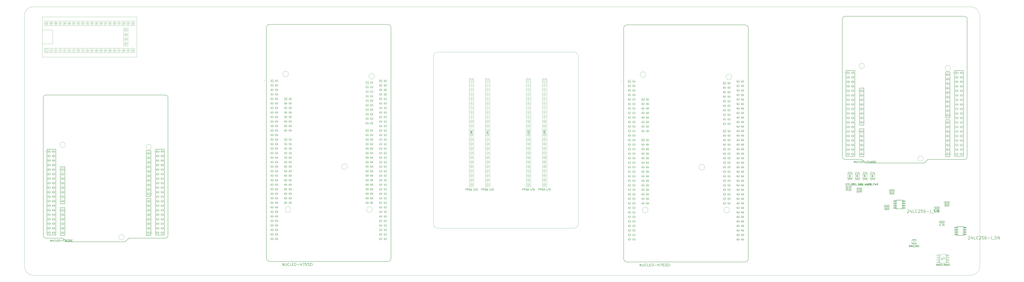
<source format=gbr>
%TF.GenerationSoftware,KiCad,Pcbnew,9.0.0+dfsg-1*%
%TF.CreationDate,2025-06-19T15:00:10-07:00*%
%TF.ProjectId,signalmesh,7369676e-616c-46d6-9573-682e6b696361,rev?*%
%TF.SameCoordinates,Original*%
%TF.FileFunction,AssemblyDrawing,Top*%
%FSLAX46Y46*%
G04 Gerber Fmt 4.6, Leading zero omitted, Abs format (unit mm)*
G04 Created by KiCad (PCBNEW 9.0.0+dfsg-1) date 2025-06-19 15:00:10*
%MOMM*%
%LPD*%
G01*
G04 APERTURE LIST*
%ADD10C,0.150000*%
%ADD11C,0.080000*%
%ADD12C,0.075000*%
%ADD13C,0.100000*%
%ADD14C,0.127000*%
%ADD15C,0.200000*%
%ADD16C,0.120000*%
%ADD17C,0.152400*%
%ADD18C,0.038889*%
%ADD19C,0.100000*%
%TD*%
%ADD20C,0.044444*%
%ADD21C,0.025133*%
%ADD22C,0.020944*%
%ADD23C,0.017952*%
%ADD24C,0.013889*%
%ADD25C,0.047222*%
%ADD26C,0.026750*%
%ADD27C,0.022292*%
%ADD28C,0.025500*%
%ADD29C,0.021250*%
%ADD30C,0.018214*%
%ADD31C,0.046567*%
%ADD32C,0.050000*%
%TA.AperFunction,Profile*%
%ADD33C,0.050000*%
%TD*%
G04 APERTURE END LIST*
D10*
X540191557Y-164438152D02*
X540191557Y-165104819D01*
X539953462Y-164057200D02*
X539715367Y-164771485D01*
X539715367Y-164771485D02*
X540334414Y-164771485D01*
X540715367Y-165009580D02*
X540762986Y-165057200D01*
X540762986Y-165057200D02*
X540715367Y-165104819D01*
X540715367Y-165104819D02*
X540667748Y-165057200D01*
X540667748Y-165057200D02*
X540715367Y-165009580D01*
X540715367Y-165009580D02*
X540715367Y-165104819D01*
X541096319Y-164104819D02*
X541762985Y-164104819D01*
X541762985Y-164104819D02*
X541334414Y-165104819D01*
X542143938Y-165104819D02*
X542143938Y-164104819D01*
X542239176Y-164723866D02*
X542524890Y-165104819D01*
X542524890Y-164438152D02*
X542143938Y-164819104D01*
D11*
X540798700Y-163227149D02*
X540632034Y-162989054D01*
X540512986Y-163227149D02*
X540512986Y-162727149D01*
X540512986Y-162727149D02*
X540703462Y-162727149D01*
X540703462Y-162727149D02*
X540751081Y-162750959D01*
X540751081Y-162750959D02*
X540774891Y-162774768D01*
X540774891Y-162774768D02*
X540798700Y-162822387D01*
X540798700Y-162822387D02*
X540798700Y-162893816D01*
X540798700Y-162893816D02*
X540774891Y-162941435D01*
X540774891Y-162941435D02*
X540751081Y-162965244D01*
X540751081Y-162965244D02*
X540703462Y-162989054D01*
X540703462Y-162989054D02*
X540512986Y-162989054D01*
X541274891Y-163227149D02*
X540989177Y-163227149D01*
X541132034Y-163227149D02*
X541132034Y-162727149D01*
X541132034Y-162727149D02*
X541084415Y-162798578D01*
X541084415Y-162798578D02*
X541036796Y-162846197D01*
X541036796Y-162846197D02*
X540989177Y-162870006D01*
X541465367Y-162774768D02*
X541489176Y-162750959D01*
X541489176Y-162750959D02*
X541536795Y-162727149D01*
X541536795Y-162727149D02*
X541655843Y-162727149D01*
X541655843Y-162727149D02*
X541703462Y-162750959D01*
X541703462Y-162750959D02*
X541727271Y-162774768D01*
X541727271Y-162774768D02*
X541751081Y-162822387D01*
X541751081Y-162822387D02*
X541751081Y-162870006D01*
X541751081Y-162870006D02*
X541727271Y-162941435D01*
X541727271Y-162941435D02*
X541441557Y-163227149D01*
X541441557Y-163227149D02*
X541751081Y-163227149D01*
D10*
X494036190Y-150254819D02*
X493560000Y-150254819D01*
X493560000Y-150254819D02*
X493560000Y-149254819D01*
X494369524Y-149731009D02*
X494702857Y-149731009D01*
X494845714Y-150254819D02*
X494369524Y-150254819D01*
X494369524Y-150254819D02*
X494369524Y-149254819D01*
X494369524Y-149254819D02*
X494845714Y-149254819D01*
X495274286Y-150254819D02*
X495274286Y-149254819D01*
X495274286Y-149254819D02*
X495512381Y-149254819D01*
X495512381Y-149254819D02*
X495655238Y-149302438D01*
X495655238Y-149302438D02*
X495750476Y-149397676D01*
X495750476Y-149397676D02*
X495798095Y-149492914D01*
X495798095Y-149492914D02*
X495845714Y-149683390D01*
X495845714Y-149683390D02*
X495845714Y-149826247D01*
X495845714Y-149826247D02*
X495798095Y-150016723D01*
X495798095Y-150016723D02*
X495750476Y-150111961D01*
X495750476Y-150111961D02*
X495655238Y-150207200D01*
X495655238Y-150207200D02*
X495512381Y-150254819D01*
X495512381Y-150254819D02*
X495274286Y-150254819D01*
X496036191Y-150350057D02*
X496798095Y-150350057D01*
X497369524Y-149731009D02*
X497036191Y-149731009D01*
X497036191Y-150254819D02*
X497036191Y-149254819D01*
X497036191Y-149254819D02*
X497512381Y-149254819D01*
X497845715Y-149969104D02*
X498321905Y-149969104D01*
X497750477Y-150254819D02*
X498083810Y-149254819D01*
X498083810Y-149254819D02*
X498417143Y-150254819D01*
X498750477Y-150254819D02*
X498750477Y-149254819D01*
X499702857Y-150254819D02*
X499226667Y-150254819D01*
X499226667Y-150254819D02*
X499226667Y-149254819D01*
X496826033Y-145566666D02*
X496126033Y-145566666D01*
X496126033Y-145566666D02*
X496126033Y-145399999D01*
X496126033Y-145399999D02*
X496159366Y-145299999D01*
X496159366Y-145299999D02*
X496226033Y-145233333D01*
X496226033Y-145233333D02*
X496292700Y-145199999D01*
X496292700Y-145199999D02*
X496426033Y-145166666D01*
X496426033Y-145166666D02*
X496526033Y-145166666D01*
X496526033Y-145166666D02*
X496659366Y-145199999D01*
X496659366Y-145199999D02*
X496726033Y-145233333D01*
X496726033Y-145233333D02*
X496792700Y-145299999D01*
X496792700Y-145299999D02*
X496826033Y-145399999D01*
X496826033Y-145399999D02*
X496826033Y-145566666D01*
X496192700Y-144899999D02*
X496159366Y-144866666D01*
X496159366Y-144866666D02*
X496126033Y-144799999D01*
X496126033Y-144799999D02*
X496126033Y-144633333D01*
X496126033Y-144633333D02*
X496159366Y-144566666D01*
X496159366Y-144566666D02*
X496192700Y-144533333D01*
X496192700Y-144533333D02*
X496259366Y-144499999D01*
X496259366Y-144499999D02*
X496326033Y-144499999D01*
X496326033Y-144499999D02*
X496426033Y-144533333D01*
X496426033Y-144533333D02*
X496826033Y-144933333D01*
X496826033Y-144933333D02*
X496826033Y-144499999D01*
X497964819Y-154285713D02*
X497964819Y-153666666D01*
X497964819Y-153666666D02*
X498345771Y-153999999D01*
X498345771Y-153999999D02*
X498345771Y-153857142D01*
X498345771Y-153857142D02*
X498393390Y-153761904D01*
X498393390Y-153761904D02*
X498441009Y-153714285D01*
X498441009Y-153714285D02*
X498536247Y-153666666D01*
X498536247Y-153666666D02*
X498774342Y-153666666D01*
X498774342Y-153666666D02*
X498869580Y-153714285D01*
X498869580Y-153714285D02*
X498917200Y-153761904D01*
X498917200Y-153761904D02*
X498964819Y-153857142D01*
X498964819Y-153857142D02*
X498964819Y-154142856D01*
X498964819Y-154142856D02*
X498917200Y-154238094D01*
X498917200Y-154238094D02*
X498869580Y-154285713D01*
X497964819Y-153047618D02*
X497964819Y-152952380D01*
X497964819Y-152952380D02*
X498012438Y-152857142D01*
X498012438Y-152857142D02*
X498060057Y-152809523D01*
X498060057Y-152809523D02*
X498155295Y-152761904D01*
X498155295Y-152761904D02*
X498345771Y-152714285D01*
X498345771Y-152714285D02*
X498583866Y-152714285D01*
X498583866Y-152714285D02*
X498774342Y-152761904D01*
X498774342Y-152761904D02*
X498869580Y-152809523D01*
X498869580Y-152809523D02*
X498917200Y-152857142D01*
X498917200Y-152857142D02*
X498964819Y-152952380D01*
X498964819Y-152952380D02*
X498964819Y-153047618D01*
X498964819Y-153047618D02*
X498917200Y-153142856D01*
X498917200Y-153142856D02*
X498869580Y-153190475D01*
X498869580Y-153190475D02*
X498774342Y-153238094D01*
X498774342Y-153238094D02*
X498583866Y-153285713D01*
X498583866Y-153285713D02*
X498345771Y-153285713D01*
X498345771Y-153285713D02*
X498155295Y-153238094D01*
X498155295Y-153238094D02*
X498060057Y-153190475D01*
X498060057Y-153190475D02*
X498012438Y-153142856D01*
X498012438Y-153142856D02*
X497964819Y-153047618D01*
X497964819Y-152095237D02*
X497964819Y-151999999D01*
X497964819Y-151999999D02*
X498012438Y-151904761D01*
X498012438Y-151904761D02*
X498060057Y-151857142D01*
X498060057Y-151857142D02*
X498155295Y-151809523D01*
X498155295Y-151809523D02*
X498345771Y-151761904D01*
X498345771Y-151761904D02*
X498583866Y-151761904D01*
X498583866Y-151761904D02*
X498774342Y-151809523D01*
X498774342Y-151809523D02*
X498869580Y-151857142D01*
X498869580Y-151857142D02*
X498917200Y-151904761D01*
X498917200Y-151904761D02*
X498964819Y-151999999D01*
X498964819Y-151999999D02*
X498964819Y-152095237D01*
X498964819Y-152095237D02*
X498917200Y-152190475D01*
X498917200Y-152190475D02*
X498869580Y-152238094D01*
X498869580Y-152238094D02*
X498774342Y-152285713D01*
X498774342Y-152285713D02*
X498583866Y-152333332D01*
X498583866Y-152333332D02*
X498345771Y-152333332D01*
X498345771Y-152333332D02*
X498155295Y-152285713D01*
X498155295Y-152285713D02*
X498060057Y-152238094D01*
X498060057Y-152238094D02*
X498012438Y-152190475D01*
X498012438Y-152190475D02*
X497964819Y-152095237D01*
D11*
X497087149Y-153321428D02*
X496849054Y-153488094D01*
X497087149Y-153607142D02*
X496587149Y-153607142D01*
X496587149Y-153607142D02*
X496587149Y-153416666D01*
X496587149Y-153416666D02*
X496610959Y-153369047D01*
X496610959Y-153369047D02*
X496634768Y-153345237D01*
X496634768Y-153345237D02*
X496682387Y-153321428D01*
X496682387Y-153321428D02*
X496753816Y-153321428D01*
X496753816Y-153321428D02*
X496801435Y-153345237D01*
X496801435Y-153345237D02*
X496825244Y-153369047D01*
X496825244Y-153369047D02*
X496849054Y-153416666D01*
X496849054Y-153416666D02*
X496849054Y-153607142D01*
X497087149Y-152845237D02*
X497087149Y-153130951D01*
X497087149Y-152988094D02*
X496587149Y-152988094D01*
X496587149Y-152988094D02*
X496658578Y-153035713D01*
X496658578Y-153035713D02*
X496706197Y-153083332D01*
X496706197Y-153083332D02*
X496730006Y-153130951D01*
X496587149Y-152678571D02*
X496587149Y-152345238D01*
X496587149Y-152345238D02*
X497087149Y-152559523D01*
D10*
X490164819Y-153285713D02*
X490164819Y-152666666D01*
X490164819Y-152666666D02*
X490545771Y-152999999D01*
X490545771Y-152999999D02*
X490545771Y-152857142D01*
X490545771Y-152857142D02*
X490593390Y-152761904D01*
X490593390Y-152761904D02*
X490641009Y-152714285D01*
X490641009Y-152714285D02*
X490736247Y-152666666D01*
X490736247Y-152666666D02*
X490974342Y-152666666D01*
X490974342Y-152666666D02*
X491069580Y-152714285D01*
X491069580Y-152714285D02*
X491117200Y-152761904D01*
X491117200Y-152761904D02*
X491164819Y-152857142D01*
X491164819Y-152857142D02*
X491164819Y-153142856D01*
X491164819Y-153142856D02*
X491117200Y-153238094D01*
X491117200Y-153238094D02*
X491069580Y-153285713D01*
X490164819Y-152047618D02*
X490164819Y-151952380D01*
X490164819Y-151952380D02*
X490212438Y-151857142D01*
X490212438Y-151857142D02*
X490260057Y-151809523D01*
X490260057Y-151809523D02*
X490355295Y-151761904D01*
X490355295Y-151761904D02*
X490545771Y-151714285D01*
X490545771Y-151714285D02*
X490783866Y-151714285D01*
X490783866Y-151714285D02*
X490974342Y-151761904D01*
X490974342Y-151761904D02*
X491069580Y-151809523D01*
X491069580Y-151809523D02*
X491117200Y-151857142D01*
X491117200Y-151857142D02*
X491164819Y-151952380D01*
X491164819Y-151952380D02*
X491164819Y-152047618D01*
X491164819Y-152047618D02*
X491117200Y-152142856D01*
X491117200Y-152142856D02*
X491069580Y-152190475D01*
X491069580Y-152190475D02*
X490974342Y-152238094D01*
X490974342Y-152238094D02*
X490783866Y-152285713D01*
X490783866Y-152285713D02*
X490545771Y-152285713D01*
X490545771Y-152285713D02*
X490355295Y-152238094D01*
X490355295Y-152238094D02*
X490260057Y-152190475D01*
X490260057Y-152190475D02*
X490212438Y-152142856D01*
X490212438Y-152142856D02*
X490164819Y-152047618D01*
X490164819Y-151095237D02*
X490164819Y-150999999D01*
X490164819Y-150999999D02*
X490212438Y-150904761D01*
X490212438Y-150904761D02*
X490260057Y-150857142D01*
X490260057Y-150857142D02*
X490355295Y-150809523D01*
X490355295Y-150809523D02*
X490545771Y-150761904D01*
X490545771Y-150761904D02*
X490783866Y-150761904D01*
X490783866Y-150761904D02*
X490974342Y-150809523D01*
X490974342Y-150809523D02*
X491069580Y-150857142D01*
X491069580Y-150857142D02*
X491117200Y-150904761D01*
X491117200Y-150904761D02*
X491164819Y-150999999D01*
X491164819Y-150999999D02*
X491164819Y-151095237D01*
X491164819Y-151095237D02*
X491117200Y-151190475D01*
X491117200Y-151190475D02*
X491069580Y-151238094D01*
X491069580Y-151238094D02*
X490974342Y-151285713D01*
X490974342Y-151285713D02*
X490783866Y-151333332D01*
X490783866Y-151333332D02*
X490545771Y-151333332D01*
X490545771Y-151333332D02*
X490355295Y-151285713D01*
X490355295Y-151285713D02*
X490260057Y-151238094D01*
X490260057Y-151238094D02*
X490212438Y-151190475D01*
X490212438Y-151190475D02*
X490164819Y-151095237D01*
D11*
X492587149Y-152321428D02*
X492349054Y-152488094D01*
X492587149Y-152607142D02*
X492087149Y-152607142D01*
X492087149Y-152607142D02*
X492087149Y-152416666D01*
X492087149Y-152416666D02*
X492110959Y-152369047D01*
X492110959Y-152369047D02*
X492134768Y-152345237D01*
X492134768Y-152345237D02*
X492182387Y-152321428D01*
X492182387Y-152321428D02*
X492253816Y-152321428D01*
X492253816Y-152321428D02*
X492301435Y-152345237D01*
X492301435Y-152345237D02*
X492325244Y-152369047D01*
X492325244Y-152369047D02*
X492349054Y-152416666D01*
X492349054Y-152416666D02*
X492349054Y-152607142D01*
X492587149Y-151845237D02*
X492587149Y-152130951D01*
X492587149Y-151988094D02*
X492087149Y-151988094D01*
X492087149Y-151988094D02*
X492158578Y-152035713D01*
X492158578Y-152035713D02*
X492206197Y-152083332D01*
X492206197Y-152083332D02*
X492230006Y-152130951D01*
X492087149Y-151416666D02*
X492087149Y-151511904D01*
X492087149Y-151511904D02*
X492110959Y-151559523D01*
X492110959Y-151559523D02*
X492134768Y-151583333D01*
X492134768Y-151583333D02*
X492206197Y-151630952D01*
X492206197Y-151630952D02*
X492301435Y-151654761D01*
X492301435Y-151654761D02*
X492491911Y-151654761D01*
X492491911Y-151654761D02*
X492539530Y-151630952D01*
X492539530Y-151630952D02*
X492563340Y-151607142D01*
X492563340Y-151607142D02*
X492587149Y-151559523D01*
X492587149Y-151559523D02*
X492587149Y-151464285D01*
X492587149Y-151464285D02*
X492563340Y-151416666D01*
X492563340Y-151416666D02*
X492539530Y-151392857D01*
X492539530Y-151392857D02*
X492491911Y-151369047D01*
X492491911Y-151369047D02*
X492372863Y-151369047D01*
X492372863Y-151369047D02*
X492325244Y-151392857D01*
X492325244Y-151392857D02*
X492301435Y-151416666D01*
X492301435Y-151416666D02*
X492277625Y-151464285D01*
X492277625Y-151464285D02*
X492277625Y-151559523D01*
X492277625Y-151559523D02*
X492301435Y-151607142D01*
X492301435Y-151607142D02*
X492325244Y-151630952D01*
X492325244Y-151630952D02*
X492372863Y-151654761D01*
D10*
X174033333Y-195498866D02*
X174033333Y-194098866D01*
X174033333Y-194098866D02*
X174833333Y-195498866D01*
X174833333Y-195498866D02*
X174833333Y-194098866D01*
X175500000Y-194098866D02*
X175500000Y-195232200D01*
X175500000Y-195232200D02*
X175566667Y-195365533D01*
X175566667Y-195365533D02*
X175633333Y-195432200D01*
X175633333Y-195432200D02*
X175766667Y-195498866D01*
X175766667Y-195498866D02*
X176033333Y-195498866D01*
X176033333Y-195498866D02*
X176166667Y-195432200D01*
X176166667Y-195432200D02*
X176233333Y-195365533D01*
X176233333Y-195365533D02*
X176300000Y-195232200D01*
X176300000Y-195232200D02*
X176300000Y-194098866D01*
X177766667Y-195365533D02*
X177700000Y-195432200D01*
X177700000Y-195432200D02*
X177500000Y-195498866D01*
X177500000Y-195498866D02*
X177366667Y-195498866D01*
X177366667Y-195498866D02*
X177166667Y-195432200D01*
X177166667Y-195432200D02*
X177033334Y-195298866D01*
X177033334Y-195298866D02*
X176966667Y-195165533D01*
X176966667Y-195165533D02*
X176900000Y-194898866D01*
X176900000Y-194898866D02*
X176900000Y-194698866D01*
X176900000Y-194698866D02*
X176966667Y-194432200D01*
X176966667Y-194432200D02*
X177033334Y-194298866D01*
X177033334Y-194298866D02*
X177166667Y-194165533D01*
X177166667Y-194165533D02*
X177366667Y-194098866D01*
X177366667Y-194098866D02*
X177500000Y-194098866D01*
X177500000Y-194098866D02*
X177700000Y-194165533D01*
X177700000Y-194165533D02*
X177766667Y-194232200D01*
X179033334Y-195498866D02*
X178366667Y-195498866D01*
X178366667Y-195498866D02*
X178366667Y-194098866D01*
X179500000Y-194765533D02*
X179966667Y-194765533D01*
X180166667Y-195498866D02*
X179500000Y-195498866D01*
X179500000Y-195498866D02*
X179500000Y-194098866D01*
X179500000Y-194098866D02*
X180166667Y-194098866D01*
X181033334Y-194098866D02*
X181300000Y-194098866D01*
X181300000Y-194098866D02*
X181433334Y-194165533D01*
X181433334Y-194165533D02*
X181566667Y-194298866D01*
X181566667Y-194298866D02*
X181633334Y-194565533D01*
X181633334Y-194565533D02*
X181633334Y-195032200D01*
X181633334Y-195032200D02*
X181566667Y-195298866D01*
X181566667Y-195298866D02*
X181433334Y-195432200D01*
X181433334Y-195432200D02*
X181300000Y-195498866D01*
X181300000Y-195498866D02*
X181033334Y-195498866D01*
X181033334Y-195498866D02*
X180900000Y-195432200D01*
X180900000Y-195432200D02*
X180766667Y-195298866D01*
X180766667Y-195298866D02*
X180700000Y-195032200D01*
X180700000Y-195032200D02*
X180700000Y-194565533D01*
X180700000Y-194565533D02*
X180766667Y-194298866D01*
X180766667Y-194298866D02*
X180900000Y-194165533D01*
X180900000Y-194165533D02*
X181033334Y-194098866D01*
X182233334Y-194965533D02*
X183300001Y-194965533D01*
X183966667Y-195498866D02*
X183966667Y-194098866D01*
X183966667Y-194765533D02*
X184766667Y-194765533D01*
X184766667Y-195498866D02*
X184766667Y-194098866D01*
X185300001Y-194098866D02*
X186233334Y-194098866D01*
X186233334Y-194098866D02*
X185633334Y-195498866D01*
X187433334Y-194098866D02*
X186766667Y-194098866D01*
X186766667Y-194098866D02*
X186700000Y-194765533D01*
X186700000Y-194765533D02*
X186766667Y-194698866D01*
X186766667Y-194698866D02*
X186900000Y-194632200D01*
X186900000Y-194632200D02*
X187233334Y-194632200D01*
X187233334Y-194632200D02*
X187366667Y-194698866D01*
X187366667Y-194698866D02*
X187433334Y-194765533D01*
X187433334Y-194765533D02*
X187500000Y-194898866D01*
X187500000Y-194898866D02*
X187500000Y-195232200D01*
X187500000Y-195232200D02*
X187433334Y-195365533D01*
X187433334Y-195365533D02*
X187366667Y-195432200D01*
X187366667Y-195432200D02*
X187233334Y-195498866D01*
X187233334Y-195498866D02*
X186900000Y-195498866D01*
X186900000Y-195498866D02*
X186766667Y-195432200D01*
X186766667Y-195432200D02*
X186700000Y-195365533D01*
X187966667Y-194098866D02*
X188833333Y-194098866D01*
X188833333Y-194098866D02*
X188366667Y-194632200D01*
X188366667Y-194632200D02*
X188566667Y-194632200D01*
X188566667Y-194632200D02*
X188700000Y-194698866D01*
X188700000Y-194698866D02*
X188766667Y-194765533D01*
X188766667Y-194765533D02*
X188833333Y-194898866D01*
X188833333Y-194898866D02*
X188833333Y-195232200D01*
X188833333Y-195232200D02*
X188766667Y-195365533D01*
X188766667Y-195365533D02*
X188700000Y-195432200D01*
X188700000Y-195432200D02*
X188566667Y-195498866D01*
X188566667Y-195498866D02*
X188166667Y-195498866D01*
X188166667Y-195498866D02*
X188033333Y-195432200D01*
X188033333Y-195432200D02*
X187966667Y-195365533D01*
X189300000Y-194098866D02*
X190233333Y-194098866D01*
X190233333Y-194098866D02*
X189300000Y-195498866D01*
X189300000Y-195498866D02*
X190233333Y-195498866D01*
X190766666Y-195498866D02*
X190766666Y-194098866D01*
X525894347Y-184441009D02*
X526037204Y-184488628D01*
X526037204Y-184488628D02*
X526084823Y-184536247D01*
X526084823Y-184536247D02*
X526132442Y-184631485D01*
X526132442Y-184631485D02*
X526132442Y-184774342D01*
X526132442Y-184774342D02*
X526084823Y-184869580D01*
X526084823Y-184869580D02*
X526037204Y-184917200D01*
X526037204Y-184917200D02*
X525941966Y-184964819D01*
X525941966Y-184964819D02*
X525561014Y-184964819D01*
X525561014Y-184964819D02*
X525561014Y-183964819D01*
X525561014Y-183964819D02*
X525894347Y-183964819D01*
X525894347Y-183964819D02*
X525989585Y-184012438D01*
X525989585Y-184012438D02*
X526037204Y-184060057D01*
X526037204Y-184060057D02*
X526084823Y-184155295D01*
X526084823Y-184155295D02*
X526084823Y-184250533D01*
X526084823Y-184250533D02*
X526037204Y-184345771D01*
X526037204Y-184345771D02*
X525989585Y-184393390D01*
X525989585Y-184393390D02*
X525894347Y-184441009D01*
X525894347Y-184441009D02*
X525561014Y-184441009D01*
X526561014Y-184964819D02*
X526561014Y-183964819D01*
X526561014Y-183964819D02*
X526894347Y-184679104D01*
X526894347Y-184679104D02*
X527227680Y-183964819D01*
X527227680Y-183964819D02*
X527227680Y-184964819D01*
X527703871Y-184441009D02*
X528037204Y-184441009D01*
X528180061Y-184964819D02*
X527703871Y-184964819D01*
X527703871Y-184964819D02*
X527703871Y-183964819D01*
X527703871Y-183964819D02*
X528180061Y-183964819D01*
X528561014Y-184060057D02*
X528608633Y-184012438D01*
X528608633Y-184012438D02*
X528703871Y-183964819D01*
X528703871Y-183964819D02*
X528941966Y-183964819D01*
X528941966Y-183964819D02*
X529037204Y-184012438D01*
X529037204Y-184012438D02*
X529084823Y-184060057D01*
X529084823Y-184060057D02*
X529132442Y-184155295D01*
X529132442Y-184155295D02*
X529132442Y-184250533D01*
X529132442Y-184250533D02*
X529084823Y-184393390D01*
X529084823Y-184393390D02*
X528513395Y-184964819D01*
X528513395Y-184964819D02*
X529132442Y-184964819D01*
X529703871Y-184393390D02*
X529608633Y-184345771D01*
X529608633Y-184345771D02*
X529561014Y-184298152D01*
X529561014Y-184298152D02*
X529513395Y-184202914D01*
X529513395Y-184202914D02*
X529513395Y-184155295D01*
X529513395Y-184155295D02*
X529561014Y-184060057D01*
X529561014Y-184060057D02*
X529608633Y-184012438D01*
X529608633Y-184012438D02*
X529703871Y-183964819D01*
X529703871Y-183964819D02*
X529894347Y-183964819D01*
X529894347Y-183964819D02*
X529989585Y-184012438D01*
X529989585Y-184012438D02*
X530037204Y-184060057D01*
X530037204Y-184060057D02*
X530084823Y-184155295D01*
X530084823Y-184155295D02*
X530084823Y-184202914D01*
X530084823Y-184202914D02*
X530037204Y-184298152D01*
X530037204Y-184298152D02*
X529989585Y-184345771D01*
X529989585Y-184345771D02*
X529894347Y-184393390D01*
X529894347Y-184393390D02*
X529703871Y-184393390D01*
X529703871Y-184393390D02*
X529608633Y-184441009D01*
X529608633Y-184441009D02*
X529561014Y-184488628D01*
X529561014Y-184488628D02*
X529513395Y-184583866D01*
X529513395Y-184583866D02*
X529513395Y-184774342D01*
X529513395Y-184774342D02*
X529561014Y-184869580D01*
X529561014Y-184869580D02*
X529608633Y-184917200D01*
X529608633Y-184917200D02*
X529703871Y-184964819D01*
X529703871Y-184964819D02*
X529894347Y-184964819D01*
X529894347Y-184964819D02*
X529989585Y-184917200D01*
X529989585Y-184917200D02*
X530037204Y-184869580D01*
X530037204Y-184869580D02*
X530084823Y-184774342D01*
X530084823Y-184774342D02*
X530084823Y-184583866D01*
X530084823Y-184583866D02*
X530037204Y-184488628D01*
X530037204Y-184488628D02*
X529989585Y-184441009D01*
X529989585Y-184441009D02*
X529894347Y-184393390D01*
X530703871Y-183964819D02*
X530799109Y-183964819D01*
X530799109Y-183964819D02*
X530894347Y-184012438D01*
X530894347Y-184012438D02*
X530941966Y-184060057D01*
X530941966Y-184060057D02*
X530989585Y-184155295D01*
X530989585Y-184155295D02*
X531037204Y-184345771D01*
X531037204Y-184345771D02*
X531037204Y-184583866D01*
X531037204Y-184583866D02*
X530989585Y-184774342D01*
X530989585Y-184774342D02*
X530941966Y-184869580D01*
X530941966Y-184869580D02*
X530894347Y-184917200D01*
X530894347Y-184917200D02*
X530799109Y-184964819D01*
X530799109Y-184964819D02*
X530703871Y-184964819D01*
X530703871Y-184964819D02*
X530608633Y-184917200D01*
X530608633Y-184917200D02*
X530561014Y-184869580D01*
X530561014Y-184869580D02*
X530513395Y-184774342D01*
X530513395Y-184774342D02*
X530465776Y-184583866D01*
X530465776Y-184583866D02*
X530465776Y-184345771D01*
X530465776Y-184345771D02*
X530513395Y-184155295D01*
X530513395Y-184155295D02*
X530561014Y-184060057D01*
X530561014Y-184060057D02*
X530608633Y-184012438D01*
X530608633Y-184012438D02*
X530703871Y-183964819D01*
D12*
X527879347Y-181702409D02*
X527879347Y-182107171D01*
X527879347Y-182107171D02*
X527903157Y-182154790D01*
X527903157Y-182154790D02*
X527926966Y-182178600D01*
X527926966Y-182178600D02*
X527974585Y-182202409D01*
X527974585Y-182202409D02*
X528069823Y-182202409D01*
X528069823Y-182202409D02*
X528117442Y-182178600D01*
X528117442Y-182178600D02*
X528141252Y-182154790D01*
X528141252Y-182154790D02*
X528165061Y-182107171D01*
X528165061Y-182107171D02*
X528165061Y-181702409D01*
X528617443Y-181702409D02*
X528522205Y-181702409D01*
X528522205Y-181702409D02*
X528474586Y-181726219D01*
X528474586Y-181726219D02*
X528450776Y-181750028D01*
X528450776Y-181750028D02*
X528403157Y-181821457D01*
X528403157Y-181821457D02*
X528379348Y-181916695D01*
X528379348Y-181916695D02*
X528379348Y-182107171D01*
X528379348Y-182107171D02*
X528403157Y-182154790D01*
X528403157Y-182154790D02*
X528426967Y-182178600D01*
X528426967Y-182178600D02*
X528474586Y-182202409D01*
X528474586Y-182202409D02*
X528569824Y-182202409D01*
X528569824Y-182202409D02*
X528617443Y-182178600D01*
X528617443Y-182178600D02*
X528641252Y-182154790D01*
X528641252Y-182154790D02*
X528665062Y-182107171D01*
X528665062Y-182107171D02*
X528665062Y-181988123D01*
X528665062Y-181988123D02*
X528641252Y-181940504D01*
X528641252Y-181940504D02*
X528617443Y-181916695D01*
X528617443Y-181916695D02*
X528569824Y-181892885D01*
X528569824Y-181892885D02*
X528474586Y-181892885D01*
X528474586Y-181892885D02*
X528426967Y-181916695D01*
X528426967Y-181916695D02*
X528403157Y-181940504D01*
X528403157Y-181940504D02*
X528379348Y-181988123D01*
D10*
X318047619Y-152581009D02*
X317714286Y-152581009D01*
X317714286Y-153104819D02*
X317714286Y-152104819D01*
X317714286Y-152104819D02*
X318190476Y-152104819D01*
X318571429Y-153104819D02*
X318571429Y-152104819D01*
X318571429Y-152104819D02*
X318952381Y-152104819D01*
X318952381Y-152104819D02*
X319047619Y-152152438D01*
X319047619Y-152152438D02*
X319095238Y-152200057D01*
X319095238Y-152200057D02*
X319142857Y-152295295D01*
X319142857Y-152295295D02*
X319142857Y-152438152D01*
X319142857Y-152438152D02*
X319095238Y-152533390D01*
X319095238Y-152533390D02*
X319047619Y-152581009D01*
X319047619Y-152581009D02*
X318952381Y-152628628D01*
X318952381Y-152628628D02*
X318571429Y-152628628D01*
X320095238Y-152152438D02*
X320000000Y-152104819D01*
X320000000Y-152104819D02*
X319857143Y-152104819D01*
X319857143Y-152104819D02*
X319714286Y-152152438D01*
X319714286Y-152152438D02*
X319619048Y-152247676D01*
X319619048Y-152247676D02*
X319571429Y-152342914D01*
X319571429Y-152342914D02*
X319523810Y-152533390D01*
X319523810Y-152533390D02*
X319523810Y-152676247D01*
X319523810Y-152676247D02*
X319571429Y-152866723D01*
X319571429Y-152866723D02*
X319619048Y-152961961D01*
X319619048Y-152961961D02*
X319714286Y-153057200D01*
X319714286Y-153057200D02*
X319857143Y-153104819D01*
X319857143Y-153104819D02*
X319952381Y-153104819D01*
X319952381Y-153104819D02*
X320095238Y-153057200D01*
X320095238Y-153057200D02*
X320142857Y-153009580D01*
X320142857Y-153009580D02*
X320142857Y-152676247D01*
X320142857Y-152676247D02*
X319952381Y-152676247D01*
X320523810Y-152819104D02*
X321000000Y-152819104D01*
X320428572Y-153104819D02*
X320761905Y-152104819D01*
X320761905Y-152104819D02*
X321095238Y-153104819D01*
X322190477Y-153104819D02*
X322190477Y-152104819D01*
X323380952Y-152057200D02*
X322523810Y-153342914D01*
X323904762Y-152104819D02*
X324095238Y-152104819D01*
X324095238Y-152104819D02*
X324190476Y-152152438D01*
X324190476Y-152152438D02*
X324285714Y-152247676D01*
X324285714Y-152247676D02*
X324333333Y-152438152D01*
X324333333Y-152438152D02*
X324333333Y-152771485D01*
X324333333Y-152771485D02*
X324285714Y-152961961D01*
X324285714Y-152961961D02*
X324190476Y-153057200D01*
X324190476Y-153057200D02*
X324095238Y-153104819D01*
X324095238Y-153104819D02*
X323904762Y-153104819D01*
X323904762Y-153104819D02*
X323809524Y-153057200D01*
X323809524Y-153057200D02*
X323714286Y-152961961D01*
X323714286Y-152961961D02*
X323666667Y-152771485D01*
X323666667Y-152771485D02*
X323666667Y-152438152D01*
X323666667Y-152438152D02*
X323714286Y-152247676D01*
X323714286Y-152247676D02*
X323809524Y-152152438D01*
X323809524Y-152152438D02*
X323904762Y-152104819D01*
X320454819Y-121003333D02*
X321169104Y-121003333D01*
X321169104Y-121003333D02*
X321311961Y-121050952D01*
X321311961Y-121050952D02*
X321407200Y-121146190D01*
X321407200Y-121146190D02*
X321454819Y-121289047D01*
X321454819Y-121289047D02*
X321454819Y-121384285D01*
X321454819Y-120479523D02*
X321454819Y-120289047D01*
X321454819Y-120289047D02*
X321407200Y-120193809D01*
X321407200Y-120193809D02*
X321359580Y-120146190D01*
X321359580Y-120146190D02*
X321216723Y-120050952D01*
X321216723Y-120050952D02*
X321026247Y-120003333D01*
X321026247Y-120003333D02*
X320645295Y-120003333D01*
X320645295Y-120003333D02*
X320550057Y-120050952D01*
X320550057Y-120050952D02*
X320502438Y-120098571D01*
X320502438Y-120098571D02*
X320454819Y-120193809D01*
X320454819Y-120193809D02*
X320454819Y-120384285D01*
X320454819Y-120384285D02*
X320502438Y-120479523D01*
X320502438Y-120479523D02*
X320550057Y-120527142D01*
X320550057Y-120527142D02*
X320645295Y-120574761D01*
X320645295Y-120574761D02*
X320883390Y-120574761D01*
X320883390Y-120574761D02*
X320978628Y-120527142D01*
X320978628Y-120527142D02*
X321026247Y-120479523D01*
X321026247Y-120479523D02*
X321073866Y-120384285D01*
X321073866Y-120384285D02*
X321073866Y-120193809D01*
X321073866Y-120193809D02*
X321026247Y-120098571D01*
X321026247Y-120098571D02*
X320978628Y-120050952D01*
X320978628Y-120050952D02*
X320883390Y-120003333D01*
X545434329Y-161104819D02*
X546053376Y-161104819D01*
X546053376Y-161104819D02*
X545720043Y-161485771D01*
X545720043Y-161485771D02*
X545862900Y-161485771D01*
X545862900Y-161485771D02*
X545958138Y-161533390D01*
X545958138Y-161533390D02*
X546005757Y-161581009D01*
X546005757Y-161581009D02*
X546053376Y-161676247D01*
X546053376Y-161676247D02*
X546053376Y-161914342D01*
X546053376Y-161914342D02*
X546005757Y-162009580D01*
X546005757Y-162009580D02*
X545958138Y-162057200D01*
X545958138Y-162057200D02*
X545862900Y-162104819D01*
X545862900Y-162104819D02*
X545577186Y-162104819D01*
X545577186Y-162104819D02*
X545481948Y-162057200D01*
X545481948Y-162057200D02*
X545434329Y-162009580D01*
X546672424Y-161104819D02*
X546767662Y-161104819D01*
X546767662Y-161104819D02*
X546862900Y-161152438D01*
X546862900Y-161152438D02*
X546910519Y-161200057D01*
X546910519Y-161200057D02*
X546958138Y-161295295D01*
X546958138Y-161295295D02*
X547005757Y-161485771D01*
X547005757Y-161485771D02*
X547005757Y-161723866D01*
X547005757Y-161723866D02*
X546958138Y-161914342D01*
X546958138Y-161914342D02*
X546910519Y-162009580D01*
X546910519Y-162009580D02*
X546862900Y-162057200D01*
X546862900Y-162057200D02*
X546767662Y-162104819D01*
X546767662Y-162104819D02*
X546672424Y-162104819D01*
X546672424Y-162104819D02*
X546577186Y-162057200D01*
X546577186Y-162057200D02*
X546529567Y-162009580D01*
X546529567Y-162009580D02*
X546481948Y-161914342D01*
X546481948Y-161914342D02*
X546434329Y-161723866D01*
X546434329Y-161723866D02*
X546434329Y-161485771D01*
X546434329Y-161485771D02*
X546481948Y-161295295D01*
X546481948Y-161295295D02*
X546529567Y-161200057D01*
X546529567Y-161200057D02*
X546577186Y-161152438D01*
X546577186Y-161152438D02*
X546672424Y-161104819D01*
X547624805Y-161104819D02*
X547720043Y-161104819D01*
X547720043Y-161104819D02*
X547815281Y-161152438D01*
X547815281Y-161152438D02*
X547862900Y-161200057D01*
X547862900Y-161200057D02*
X547910519Y-161295295D01*
X547910519Y-161295295D02*
X547958138Y-161485771D01*
X547958138Y-161485771D02*
X547958138Y-161723866D01*
X547958138Y-161723866D02*
X547910519Y-161914342D01*
X547910519Y-161914342D02*
X547862900Y-162009580D01*
X547862900Y-162009580D02*
X547815281Y-162057200D01*
X547815281Y-162057200D02*
X547720043Y-162104819D01*
X547720043Y-162104819D02*
X547624805Y-162104819D01*
X547624805Y-162104819D02*
X547529567Y-162057200D01*
X547529567Y-162057200D02*
X547481948Y-162009580D01*
X547481948Y-162009580D02*
X547434329Y-161914342D01*
X547434329Y-161914342D02*
X547386710Y-161723866D01*
X547386710Y-161723866D02*
X547386710Y-161485771D01*
X547386710Y-161485771D02*
X547434329Y-161295295D01*
X547434329Y-161295295D02*
X547481948Y-161200057D01*
X547481948Y-161200057D02*
X547529567Y-161152438D01*
X547529567Y-161152438D02*
X547624805Y-161104819D01*
D11*
X546398614Y-160227149D02*
X546231948Y-159989054D01*
X546112900Y-160227149D02*
X546112900Y-159727149D01*
X546112900Y-159727149D02*
X546303376Y-159727149D01*
X546303376Y-159727149D02*
X546350995Y-159750959D01*
X546350995Y-159750959D02*
X546374805Y-159774768D01*
X546374805Y-159774768D02*
X546398614Y-159822387D01*
X546398614Y-159822387D02*
X546398614Y-159893816D01*
X546398614Y-159893816D02*
X546374805Y-159941435D01*
X546374805Y-159941435D02*
X546350995Y-159965244D01*
X546350995Y-159965244D02*
X546303376Y-159989054D01*
X546303376Y-159989054D02*
X546112900Y-159989054D01*
X546874805Y-160227149D02*
X546589091Y-160227149D01*
X546731948Y-160227149D02*
X546731948Y-159727149D01*
X546731948Y-159727149D02*
X546684329Y-159798578D01*
X546684329Y-159798578D02*
X546636710Y-159846197D01*
X546636710Y-159846197D02*
X546589091Y-159870006D01*
X547184328Y-159727149D02*
X547231947Y-159727149D01*
X547231947Y-159727149D02*
X547279566Y-159750959D01*
X547279566Y-159750959D02*
X547303376Y-159774768D01*
X547303376Y-159774768D02*
X547327185Y-159822387D01*
X547327185Y-159822387D02*
X547350995Y-159917625D01*
X547350995Y-159917625D02*
X547350995Y-160036673D01*
X547350995Y-160036673D02*
X547327185Y-160131911D01*
X547327185Y-160131911D02*
X547303376Y-160179530D01*
X547303376Y-160179530D02*
X547279566Y-160203340D01*
X547279566Y-160203340D02*
X547231947Y-160227149D01*
X547231947Y-160227149D02*
X547184328Y-160227149D01*
X547184328Y-160227149D02*
X547136709Y-160203340D01*
X547136709Y-160203340D02*
X547112900Y-160179530D01*
X547112900Y-160179530D02*
X547089090Y-160131911D01*
X547089090Y-160131911D02*
X547065281Y-160036673D01*
X547065281Y-160036673D02*
X547065281Y-159917625D01*
X547065281Y-159917625D02*
X547089090Y-159822387D01*
X547089090Y-159822387D02*
X547112900Y-159774768D01*
X547112900Y-159774768D02*
X547136709Y-159750959D01*
X547136709Y-159750959D02*
X547184328Y-159727149D01*
D10*
X502464761Y-150254819D02*
X501988571Y-150254819D01*
X501988571Y-150254819D02*
X501988571Y-149254819D01*
X502798095Y-149731009D02*
X503131428Y-149731009D01*
X503274285Y-150254819D02*
X502798095Y-150254819D01*
X502798095Y-150254819D02*
X502798095Y-149254819D01*
X502798095Y-149254819D02*
X503274285Y-149254819D01*
X503702857Y-150254819D02*
X503702857Y-149254819D01*
X503702857Y-149254819D02*
X503940952Y-149254819D01*
X503940952Y-149254819D02*
X504083809Y-149302438D01*
X504083809Y-149302438D02*
X504179047Y-149397676D01*
X504179047Y-149397676D02*
X504226666Y-149492914D01*
X504226666Y-149492914D02*
X504274285Y-149683390D01*
X504274285Y-149683390D02*
X504274285Y-149826247D01*
X504274285Y-149826247D02*
X504226666Y-150016723D01*
X504226666Y-150016723D02*
X504179047Y-150111961D01*
X504179047Y-150111961D02*
X504083809Y-150207200D01*
X504083809Y-150207200D02*
X503940952Y-150254819D01*
X503940952Y-150254819D02*
X503702857Y-150254819D01*
X504464762Y-150350057D02*
X505226666Y-150350057D01*
X505464762Y-150254819D02*
X505464762Y-149254819D01*
X505464762Y-149254819D02*
X505845714Y-149254819D01*
X505845714Y-149254819D02*
X505940952Y-149302438D01*
X505940952Y-149302438D02*
X505988571Y-149350057D01*
X505988571Y-149350057D02*
X506036190Y-149445295D01*
X506036190Y-149445295D02*
X506036190Y-149588152D01*
X506036190Y-149588152D02*
X505988571Y-149683390D01*
X505988571Y-149683390D02*
X505940952Y-149731009D01*
X505940952Y-149731009D02*
X505845714Y-149778628D01*
X505845714Y-149778628D02*
X505464762Y-149778628D01*
X506369524Y-149254819D02*
X506607619Y-150254819D01*
X506607619Y-150254819D02*
X506798095Y-149540533D01*
X506798095Y-149540533D02*
X506988571Y-150254819D01*
X506988571Y-150254819D02*
X507226667Y-149254819D01*
X508179047Y-150254819D02*
X507845714Y-149778628D01*
X507607619Y-150254819D02*
X507607619Y-149254819D01*
X507607619Y-149254819D02*
X507988571Y-149254819D01*
X507988571Y-149254819D02*
X508083809Y-149302438D01*
X508083809Y-149302438D02*
X508131428Y-149350057D01*
X508131428Y-149350057D02*
X508179047Y-149445295D01*
X508179047Y-149445295D02*
X508179047Y-149588152D01*
X508179047Y-149588152D02*
X508131428Y-149683390D01*
X508131428Y-149683390D02*
X508083809Y-149731009D01*
X508083809Y-149731009D02*
X507988571Y-149778628D01*
X507988571Y-149778628D02*
X507607619Y-149778628D01*
X505326033Y-145566666D02*
X504626033Y-145566666D01*
X504626033Y-145566666D02*
X504626033Y-145399999D01*
X504626033Y-145399999D02*
X504659366Y-145299999D01*
X504659366Y-145299999D02*
X504726033Y-145233333D01*
X504726033Y-145233333D02*
X504792700Y-145199999D01*
X504792700Y-145199999D02*
X504926033Y-145166666D01*
X504926033Y-145166666D02*
X505026033Y-145166666D01*
X505026033Y-145166666D02*
X505159366Y-145199999D01*
X505159366Y-145199999D02*
X505226033Y-145233333D01*
X505226033Y-145233333D02*
X505292700Y-145299999D01*
X505292700Y-145299999D02*
X505326033Y-145399999D01*
X505326033Y-145399999D02*
X505326033Y-145566666D01*
X504859366Y-144566666D02*
X505326033Y-144566666D01*
X504592700Y-144733333D02*
X505092700Y-144899999D01*
X505092700Y-144899999D02*
X505092700Y-144466666D01*
X286047619Y-152621009D02*
X285714286Y-152621009D01*
X285714286Y-153144819D02*
X285714286Y-152144819D01*
X285714286Y-152144819D02*
X286190476Y-152144819D01*
X286571429Y-153144819D02*
X286571429Y-152144819D01*
X286571429Y-152144819D02*
X286952381Y-152144819D01*
X286952381Y-152144819D02*
X287047619Y-152192438D01*
X287047619Y-152192438D02*
X287095238Y-152240057D01*
X287095238Y-152240057D02*
X287142857Y-152335295D01*
X287142857Y-152335295D02*
X287142857Y-152478152D01*
X287142857Y-152478152D02*
X287095238Y-152573390D01*
X287095238Y-152573390D02*
X287047619Y-152621009D01*
X287047619Y-152621009D02*
X286952381Y-152668628D01*
X286952381Y-152668628D02*
X286571429Y-152668628D01*
X288095238Y-152192438D02*
X288000000Y-152144819D01*
X288000000Y-152144819D02*
X287857143Y-152144819D01*
X287857143Y-152144819D02*
X287714286Y-152192438D01*
X287714286Y-152192438D02*
X287619048Y-152287676D01*
X287619048Y-152287676D02*
X287571429Y-152382914D01*
X287571429Y-152382914D02*
X287523810Y-152573390D01*
X287523810Y-152573390D02*
X287523810Y-152716247D01*
X287523810Y-152716247D02*
X287571429Y-152906723D01*
X287571429Y-152906723D02*
X287619048Y-153001961D01*
X287619048Y-153001961D02*
X287714286Y-153097200D01*
X287714286Y-153097200D02*
X287857143Y-153144819D01*
X287857143Y-153144819D02*
X287952381Y-153144819D01*
X287952381Y-153144819D02*
X288095238Y-153097200D01*
X288095238Y-153097200D02*
X288142857Y-153049580D01*
X288142857Y-153049580D02*
X288142857Y-152716247D01*
X288142857Y-152716247D02*
X287952381Y-152716247D01*
X288523810Y-152859104D02*
X289000000Y-152859104D01*
X288428572Y-153144819D02*
X288761905Y-152144819D01*
X288761905Y-152144819D02*
X289095238Y-153144819D01*
X290190477Y-153144819D02*
X290190477Y-152144819D01*
X291380952Y-152097200D02*
X290523810Y-153382914D01*
X291904762Y-152144819D02*
X292095238Y-152144819D01*
X292095238Y-152144819D02*
X292190476Y-152192438D01*
X292190476Y-152192438D02*
X292285714Y-152287676D01*
X292285714Y-152287676D02*
X292333333Y-152478152D01*
X292333333Y-152478152D02*
X292333333Y-152811485D01*
X292333333Y-152811485D02*
X292285714Y-153001961D01*
X292285714Y-153001961D02*
X292190476Y-153097200D01*
X292190476Y-153097200D02*
X292095238Y-153144819D01*
X292095238Y-153144819D02*
X291904762Y-153144819D01*
X291904762Y-153144819D02*
X291809524Y-153097200D01*
X291809524Y-153097200D02*
X291714286Y-153001961D01*
X291714286Y-153001961D02*
X291666667Y-152811485D01*
X291666667Y-152811485D02*
X291666667Y-152478152D01*
X291666667Y-152478152D02*
X291714286Y-152287676D01*
X291714286Y-152287676D02*
X291809524Y-152192438D01*
X291809524Y-152192438D02*
X291904762Y-152144819D01*
X288454819Y-121043333D02*
X289169104Y-121043333D01*
X289169104Y-121043333D02*
X289311961Y-121090952D01*
X289311961Y-121090952D02*
X289407200Y-121186190D01*
X289407200Y-121186190D02*
X289454819Y-121329047D01*
X289454819Y-121329047D02*
X289454819Y-121424285D01*
X289454819Y-120043333D02*
X289454819Y-120614761D01*
X289454819Y-120329047D02*
X288454819Y-120329047D01*
X288454819Y-120329047D02*
X288597676Y-120424285D01*
X288597676Y-120424285D02*
X288692914Y-120519523D01*
X288692914Y-120519523D02*
X288740533Y-120614761D01*
X511724200Y-163154819D02*
X512343247Y-163154819D01*
X512343247Y-163154819D02*
X512009914Y-163535771D01*
X512009914Y-163535771D02*
X512152771Y-163535771D01*
X512152771Y-163535771D02*
X512248009Y-163583390D01*
X512248009Y-163583390D02*
X512295628Y-163631009D01*
X512295628Y-163631009D02*
X512343247Y-163726247D01*
X512343247Y-163726247D02*
X512343247Y-163964342D01*
X512343247Y-163964342D02*
X512295628Y-164059580D01*
X512295628Y-164059580D02*
X512248009Y-164107200D01*
X512248009Y-164107200D02*
X512152771Y-164154819D01*
X512152771Y-164154819D02*
X511867057Y-164154819D01*
X511867057Y-164154819D02*
X511771819Y-164107200D01*
X511771819Y-164107200D02*
X511724200Y-164059580D01*
X512962295Y-163154819D02*
X513057533Y-163154819D01*
X513057533Y-163154819D02*
X513152771Y-163202438D01*
X513152771Y-163202438D02*
X513200390Y-163250057D01*
X513200390Y-163250057D02*
X513248009Y-163345295D01*
X513248009Y-163345295D02*
X513295628Y-163535771D01*
X513295628Y-163535771D02*
X513295628Y-163773866D01*
X513295628Y-163773866D02*
X513248009Y-163964342D01*
X513248009Y-163964342D02*
X513200390Y-164059580D01*
X513200390Y-164059580D02*
X513152771Y-164107200D01*
X513152771Y-164107200D02*
X513057533Y-164154819D01*
X513057533Y-164154819D02*
X512962295Y-164154819D01*
X512962295Y-164154819D02*
X512867057Y-164107200D01*
X512867057Y-164107200D02*
X512819438Y-164059580D01*
X512819438Y-164059580D02*
X512771819Y-163964342D01*
X512771819Y-163964342D02*
X512724200Y-163773866D01*
X512724200Y-163773866D02*
X512724200Y-163535771D01*
X512724200Y-163535771D02*
X512771819Y-163345295D01*
X512771819Y-163345295D02*
X512819438Y-163250057D01*
X512819438Y-163250057D02*
X512867057Y-163202438D01*
X512867057Y-163202438D02*
X512962295Y-163154819D01*
X513914676Y-163154819D02*
X514009914Y-163154819D01*
X514009914Y-163154819D02*
X514105152Y-163202438D01*
X514105152Y-163202438D02*
X514152771Y-163250057D01*
X514152771Y-163250057D02*
X514200390Y-163345295D01*
X514200390Y-163345295D02*
X514248009Y-163535771D01*
X514248009Y-163535771D02*
X514248009Y-163773866D01*
X514248009Y-163773866D02*
X514200390Y-163964342D01*
X514200390Y-163964342D02*
X514152771Y-164059580D01*
X514152771Y-164059580D02*
X514105152Y-164107200D01*
X514105152Y-164107200D02*
X514009914Y-164154819D01*
X514009914Y-164154819D02*
X513914676Y-164154819D01*
X513914676Y-164154819D02*
X513819438Y-164107200D01*
X513819438Y-164107200D02*
X513771819Y-164059580D01*
X513771819Y-164059580D02*
X513724200Y-163964342D01*
X513724200Y-163964342D02*
X513676581Y-163773866D01*
X513676581Y-163773866D02*
X513676581Y-163535771D01*
X513676581Y-163535771D02*
X513724200Y-163345295D01*
X513724200Y-163345295D02*
X513771819Y-163250057D01*
X513771819Y-163250057D02*
X513819438Y-163202438D01*
X513819438Y-163202438D02*
X513914676Y-163154819D01*
D11*
X512688485Y-162277149D02*
X512521819Y-162039054D01*
X512402771Y-162277149D02*
X512402771Y-161777149D01*
X512402771Y-161777149D02*
X512593247Y-161777149D01*
X512593247Y-161777149D02*
X512640866Y-161800959D01*
X512640866Y-161800959D02*
X512664676Y-161824768D01*
X512664676Y-161824768D02*
X512688485Y-161872387D01*
X512688485Y-161872387D02*
X512688485Y-161943816D01*
X512688485Y-161943816D02*
X512664676Y-161991435D01*
X512664676Y-161991435D02*
X512640866Y-162015244D01*
X512640866Y-162015244D02*
X512593247Y-162039054D01*
X512593247Y-162039054D02*
X512402771Y-162039054D01*
X513164676Y-162277149D02*
X512878962Y-162277149D01*
X513021819Y-162277149D02*
X513021819Y-161777149D01*
X513021819Y-161777149D02*
X512974200Y-161848578D01*
X512974200Y-161848578D02*
X512926581Y-161896197D01*
X512926581Y-161896197D02*
X512878962Y-161920006D01*
X513450390Y-161991435D02*
X513402771Y-161967625D01*
X513402771Y-161967625D02*
X513378961Y-161943816D01*
X513378961Y-161943816D02*
X513355152Y-161896197D01*
X513355152Y-161896197D02*
X513355152Y-161872387D01*
X513355152Y-161872387D02*
X513378961Y-161824768D01*
X513378961Y-161824768D02*
X513402771Y-161800959D01*
X513402771Y-161800959D02*
X513450390Y-161777149D01*
X513450390Y-161777149D02*
X513545628Y-161777149D01*
X513545628Y-161777149D02*
X513593247Y-161800959D01*
X513593247Y-161800959D02*
X513617056Y-161824768D01*
X513617056Y-161824768D02*
X513640866Y-161872387D01*
X513640866Y-161872387D02*
X513640866Y-161896197D01*
X513640866Y-161896197D02*
X513617056Y-161943816D01*
X513617056Y-161943816D02*
X513593247Y-161967625D01*
X513593247Y-161967625D02*
X513545628Y-161991435D01*
X513545628Y-161991435D02*
X513450390Y-161991435D01*
X513450390Y-161991435D02*
X513402771Y-162015244D01*
X513402771Y-162015244D02*
X513378961Y-162039054D01*
X513378961Y-162039054D02*
X513355152Y-162086673D01*
X513355152Y-162086673D02*
X513355152Y-162181911D01*
X513355152Y-162181911D02*
X513378961Y-162229530D01*
X513378961Y-162229530D02*
X513402771Y-162253340D01*
X513402771Y-162253340D02*
X513450390Y-162277149D01*
X513450390Y-162277149D02*
X513545628Y-162277149D01*
X513545628Y-162277149D02*
X513593247Y-162253340D01*
X513593247Y-162253340D02*
X513617056Y-162229530D01*
X513617056Y-162229530D02*
X513640866Y-162181911D01*
X513640866Y-162181911D02*
X513640866Y-162086673D01*
X513640866Y-162086673D02*
X513617056Y-162039054D01*
X513617056Y-162039054D02*
X513593247Y-162015244D01*
X513593247Y-162015244D02*
X513545628Y-161991435D01*
D10*
X277047619Y-152621009D02*
X276714286Y-152621009D01*
X276714286Y-153144819D02*
X276714286Y-152144819D01*
X276714286Y-152144819D02*
X277190476Y-152144819D01*
X277571429Y-153144819D02*
X277571429Y-152144819D01*
X277571429Y-152144819D02*
X277952381Y-152144819D01*
X277952381Y-152144819D02*
X278047619Y-152192438D01*
X278047619Y-152192438D02*
X278095238Y-152240057D01*
X278095238Y-152240057D02*
X278142857Y-152335295D01*
X278142857Y-152335295D02*
X278142857Y-152478152D01*
X278142857Y-152478152D02*
X278095238Y-152573390D01*
X278095238Y-152573390D02*
X278047619Y-152621009D01*
X278047619Y-152621009D02*
X277952381Y-152668628D01*
X277952381Y-152668628D02*
X277571429Y-152668628D01*
X279095238Y-152192438D02*
X279000000Y-152144819D01*
X279000000Y-152144819D02*
X278857143Y-152144819D01*
X278857143Y-152144819D02*
X278714286Y-152192438D01*
X278714286Y-152192438D02*
X278619048Y-152287676D01*
X278619048Y-152287676D02*
X278571429Y-152382914D01*
X278571429Y-152382914D02*
X278523810Y-152573390D01*
X278523810Y-152573390D02*
X278523810Y-152716247D01*
X278523810Y-152716247D02*
X278571429Y-152906723D01*
X278571429Y-152906723D02*
X278619048Y-153001961D01*
X278619048Y-153001961D02*
X278714286Y-153097200D01*
X278714286Y-153097200D02*
X278857143Y-153144819D01*
X278857143Y-153144819D02*
X278952381Y-153144819D01*
X278952381Y-153144819D02*
X279095238Y-153097200D01*
X279095238Y-153097200D02*
X279142857Y-153049580D01*
X279142857Y-153049580D02*
X279142857Y-152716247D01*
X279142857Y-152716247D02*
X278952381Y-152716247D01*
X279523810Y-152859104D02*
X280000000Y-152859104D01*
X279428572Y-153144819D02*
X279761905Y-152144819D01*
X279761905Y-152144819D02*
X280095238Y-153144819D01*
X281190477Y-153144819D02*
X281190477Y-152144819D01*
X282380952Y-152097200D02*
X281523810Y-153382914D01*
X282904762Y-152144819D02*
X283095238Y-152144819D01*
X283095238Y-152144819D02*
X283190476Y-152192438D01*
X283190476Y-152192438D02*
X283285714Y-152287676D01*
X283285714Y-152287676D02*
X283333333Y-152478152D01*
X283333333Y-152478152D02*
X283333333Y-152811485D01*
X283333333Y-152811485D02*
X283285714Y-153001961D01*
X283285714Y-153001961D02*
X283190476Y-153097200D01*
X283190476Y-153097200D02*
X283095238Y-153144819D01*
X283095238Y-153144819D02*
X282904762Y-153144819D01*
X282904762Y-153144819D02*
X282809524Y-153097200D01*
X282809524Y-153097200D02*
X282714286Y-153001961D01*
X282714286Y-153001961D02*
X282666667Y-152811485D01*
X282666667Y-152811485D02*
X282666667Y-152478152D01*
X282666667Y-152478152D02*
X282714286Y-152287676D01*
X282714286Y-152287676D02*
X282809524Y-152192438D01*
X282809524Y-152192438D02*
X282904762Y-152144819D01*
X279454819Y-121043333D02*
X280169104Y-121043333D01*
X280169104Y-121043333D02*
X280311961Y-121090952D01*
X280311961Y-121090952D02*
X280407200Y-121186190D01*
X280407200Y-121186190D02*
X280454819Y-121329047D01*
X280454819Y-121329047D02*
X280454819Y-121424285D01*
X279883390Y-120424285D02*
X279835771Y-120519523D01*
X279835771Y-120519523D02*
X279788152Y-120567142D01*
X279788152Y-120567142D02*
X279692914Y-120614761D01*
X279692914Y-120614761D02*
X279645295Y-120614761D01*
X279645295Y-120614761D02*
X279550057Y-120567142D01*
X279550057Y-120567142D02*
X279502438Y-120519523D01*
X279502438Y-120519523D02*
X279454819Y-120424285D01*
X279454819Y-120424285D02*
X279454819Y-120233809D01*
X279454819Y-120233809D02*
X279502438Y-120138571D01*
X279502438Y-120138571D02*
X279550057Y-120090952D01*
X279550057Y-120090952D02*
X279645295Y-120043333D01*
X279645295Y-120043333D02*
X279692914Y-120043333D01*
X279692914Y-120043333D02*
X279788152Y-120090952D01*
X279788152Y-120090952D02*
X279835771Y-120138571D01*
X279835771Y-120138571D02*
X279883390Y-120233809D01*
X279883390Y-120233809D02*
X279883390Y-120424285D01*
X279883390Y-120424285D02*
X279931009Y-120519523D01*
X279931009Y-120519523D02*
X279978628Y-120567142D01*
X279978628Y-120567142D02*
X280073866Y-120614761D01*
X280073866Y-120614761D02*
X280264342Y-120614761D01*
X280264342Y-120614761D02*
X280359580Y-120567142D01*
X280359580Y-120567142D02*
X280407200Y-120519523D01*
X280407200Y-120519523D02*
X280454819Y-120424285D01*
X280454819Y-120424285D02*
X280454819Y-120233809D01*
X280454819Y-120233809D02*
X280407200Y-120138571D01*
X280407200Y-120138571D02*
X280359580Y-120090952D01*
X280359580Y-120090952D02*
X280264342Y-120043333D01*
X280264342Y-120043333D02*
X280073866Y-120043333D01*
X280073866Y-120043333D02*
X279978628Y-120090952D01*
X279978628Y-120090952D02*
X279931009Y-120138571D01*
X279931009Y-120138571D02*
X279883390Y-120233809D01*
X514524157Y-154304819D02*
X515143204Y-154304819D01*
X515143204Y-154304819D02*
X514809871Y-154685771D01*
X514809871Y-154685771D02*
X514952728Y-154685771D01*
X514952728Y-154685771D02*
X515047966Y-154733390D01*
X515047966Y-154733390D02*
X515095585Y-154781009D01*
X515095585Y-154781009D02*
X515143204Y-154876247D01*
X515143204Y-154876247D02*
X515143204Y-155114342D01*
X515143204Y-155114342D02*
X515095585Y-155209580D01*
X515095585Y-155209580D02*
X515047966Y-155257200D01*
X515047966Y-155257200D02*
X514952728Y-155304819D01*
X514952728Y-155304819D02*
X514667014Y-155304819D01*
X514667014Y-155304819D02*
X514571776Y-155257200D01*
X514571776Y-155257200D02*
X514524157Y-155209580D01*
X515762252Y-154304819D02*
X515857490Y-154304819D01*
X515857490Y-154304819D02*
X515952728Y-154352438D01*
X515952728Y-154352438D02*
X516000347Y-154400057D01*
X516000347Y-154400057D02*
X516047966Y-154495295D01*
X516047966Y-154495295D02*
X516095585Y-154685771D01*
X516095585Y-154685771D02*
X516095585Y-154923866D01*
X516095585Y-154923866D02*
X516047966Y-155114342D01*
X516047966Y-155114342D02*
X516000347Y-155209580D01*
X516000347Y-155209580D02*
X515952728Y-155257200D01*
X515952728Y-155257200D02*
X515857490Y-155304819D01*
X515857490Y-155304819D02*
X515762252Y-155304819D01*
X515762252Y-155304819D02*
X515667014Y-155257200D01*
X515667014Y-155257200D02*
X515619395Y-155209580D01*
X515619395Y-155209580D02*
X515571776Y-155114342D01*
X515571776Y-155114342D02*
X515524157Y-154923866D01*
X515524157Y-154923866D02*
X515524157Y-154685771D01*
X515524157Y-154685771D02*
X515571776Y-154495295D01*
X515571776Y-154495295D02*
X515619395Y-154400057D01*
X515619395Y-154400057D02*
X515667014Y-154352438D01*
X515667014Y-154352438D02*
X515762252Y-154304819D01*
X516714633Y-154304819D02*
X516809871Y-154304819D01*
X516809871Y-154304819D02*
X516905109Y-154352438D01*
X516905109Y-154352438D02*
X516952728Y-154400057D01*
X516952728Y-154400057D02*
X517000347Y-154495295D01*
X517000347Y-154495295D02*
X517047966Y-154685771D01*
X517047966Y-154685771D02*
X517047966Y-154923866D01*
X517047966Y-154923866D02*
X517000347Y-155114342D01*
X517000347Y-155114342D02*
X516952728Y-155209580D01*
X516952728Y-155209580D02*
X516905109Y-155257200D01*
X516905109Y-155257200D02*
X516809871Y-155304819D01*
X516809871Y-155304819D02*
X516714633Y-155304819D01*
X516714633Y-155304819D02*
X516619395Y-155257200D01*
X516619395Y-155257200D02*
X516571776Y-155209580D01*
X516571776Y-155209580D02*
X516524157Y-155114342D01*
X516524157Y-155114342D02*
X516476538Y-154923866D01*
X516476538Y-154923866D02*
X516476538Y-154685771D01*
X516476538Y-154685771D02*
X516524157Y-154495295D01*
X516524157Y-154495295D02*
X516571776Y-154400057D01*
X516571776Y-154400057D02*
X516619395Y-154352438D01*
X516619395Y-154352438D02*
X516714633Y-154304819D01*
D11*
X515488442Y-153427149D02*
X515321776Y-153189054D01*
X515202728Y-153427149D02*
X515202728Y-152927149D01*
X515202728Y-152927149D02*
X515393204Y-152927149D01*
X515393204Y-152927149D02*
X515440823Y-152950959D01*
X515440823Y-152950959D02*
X515464633Y-152974768D01*
X515464633Y-152974768D02*
X515488442Y-153022387D01*
X515488442Y-153022387D02*
X515488442Y-153093816D01*
X515488442Y-153093816D02*
X515464633Y-153141435D01*
X515464633Y-153141435D02*
X515440823Y-153165244D01*
X515440823Y-153165244D02*
X515393204Y-153189054D01*
X515393204Y-153189054D02*
X515202728Y-153189054D01*
X515964633Y-153427149D02*
X515678919Y-153427149D01*
X515821776Y-153427149D02*
X515821776Y-152927149D01*
X515821776Y-152927149D02*
X515774157Y-152998578D01*
X515774157Y-152998578D02*
X515726538Y-153046197D01*
X515726538Y-153046197D02*
X515678919Y-153070006D01*
X516417013Y-152927149D02*
X516178918Y-152927149D01*
X516178918Y-152927149D02*
X516155109Y-153165244D01*
X516155109Y-153165244D02*
X516178918Y-153141435D01*
X516178918Y-153141435D02*
X516226537Y-153117625D01*
X516226537Y-153117625D02*
X516345585Y-153117625D01*
X516345585Y-153117625D02*
X516393204Y-153141435D01*
X516393204Y-153141435D02*
X516417013Y-153165244D01*
X516417013Y-153165244D02*
X516440823Y-153212863D01*
X516440823Y-153212863D02*
X516440823Y-153331911D01*
X516440823Y-153331911D02*
X516417013Y-153379530D01*
X516417013Y-153379530D02*
X516393204Y-153403340D01*
X516393204Y-153403340D02*
X516345585Y-153427149D01*
X516345585Y-153427149D02*
X516226537Y-153427149D01*
X516226537Y-153427149D02*
X516178918Y-153403340D01*
X516178918Y-153403340D02*
X516155109Y-153379530D01*
D10*
X497757466Y-150254819D02*
X497281276Y-150254819D01*
X497281276Y-150254819D02*
X497281276Y-149254819D01*
X498090800Y-149731009D02*
X498424133Y-149731009D01*
X498566990Y-150254819D02*
X498090800Y-150254819D01*
X498090800Y-150254819D02*
X498090800Y-149254819D01*
X498090800Y-149254819D02*
X498566990Y-149254819D01*
X498995562Y-150254819D02*
X498995562Y-149254819D01*
X498995562Y-149254819D02*
X499233657Y-149254819D01*
X499233657Y-149254819D02*
X499376514Y-149302438D01*
X499376514Y-149302438D02*
X499471752Y-149397676D01*
X499471752Y-149397676D02*
X499519371Y-149492914D01*
X499519371Y-149492914D02*
X499566990Y-149683390D01*
X499566990Y-149683390D02*
X499566990Y-149826247D01*
X499566990Y-149826247D02*
X499519371Y-150016723D01*
X499519371Y-150016723D02*
X499471752Y-150111961D01*
X499471752Y-150111961D02*
X499376514Y-150207200D01*
X499376514Y-150207200D02*
X499233657Y-150254819D01*
X499233657Y-150254819D02*
X498995562Y-150254819D01*
X499757467Y-150350057D02*
X500519371Y-150350057D01*
X500662229Y-149254819D02*
X500900324Y-150254819D01*
X500900324Y-150254819D02*
X501090800Y-149540533D01*
X501090800Y-149540533D02*
X501281276Y-150254819D01*
X501281276Y-150254819D02*
X501519372Y-149254819D01*
X501852705Y-149969104D02*
X502328895Y-149969104D01*
X501757467Y-150254819D02*
X502090800Y-149254819D01*
X502090800Y-149254819D02*
X502424133Y-150254819D01*
X503328895Y-150254819D02*
X502995562Y-149778628D01*
X502757467Y-150254819D02*
X502757467Y-149254819D01*
X502757467Y-149254819D02*
X503138419Y-149254819D01*
X503138419Y-149254819D02*
X503233657Y-149302438D01*
X503233657Y-149302438D02*
X503281276Y-149350057D01*
X503281276Y-149350057D02*
X503328895Y-149445295D01*
X503328895Y-149445295D02*
X503328895Y-149588152D01*
X503328895Y-149588152D02*
X503281276Y-149683390D01*
X503281276Y-149683390D02*
X503233657Y-149731009D01*
X503233657Y-149731009D02*
X503138419Y-149778628D01*
X503138419Y-149778628D02*
X502757467Y-149778628D01*
X503757467Y-150254819D02*
X503757467Y-149254819D01*
X503757467Y-149254819D02*
X504328895Y-150254819D01*
X504328895Y-150254819D02*
X504328895Y-149254819D01*
X501071119Y-145566666D02*
X500371119Y-145566666D01*
X500371119Y-145566666D02*
X500371119Y-145399999D01*
X500371119Y-145399999D02*
X500404452Y-145299999D01*
X500404452Y-145299999D02*
X500471119Y-145233333D01*
X500471119Y-145233333D02*
X500537786Y-145199999D01*
X500537786Y-145199999D02*
X500671119Y-145166666D01*
X500671119Y-145166666D02*
X500771119Y-145166666D01*
X500771119Y-145166666D02*
X500904452Y-145199999D01*
X500904452Y-145199999D02*
X500971119Y-145233333D01*
X500971119Y-145233333D02*
X501037786Y-145299999D01*
X501037786Y-145299999D02*
X501071119Y-145399999D01*
X501071119Y-145399999D02*
X501071119Y-145566666D01*
X500371119Y-144933333D02*
X500371119Y-144499999D01*
X500371119Y-144499999D02*
X500637786Y-144733333D01*
X500637786Y-144733333D02*
X500637786Y-144633333D01*
X500637786Y-144633333D02*
X500671119Y-144566666D01*
X500671119Y-144566666D02*
X500704452Y-144533333D01*
X500704452Y-144533333D02*
X500771119Y-144499999D01*
X500771119Y-144499999D02*
X500937786Y-144499999D01*
X500937786Y-144499999D02*
X501004452Y-144533333D01*
X501004452Y-144533333D02*
X501037786Y-144566666D01*
X501037786Y-144566666D02*
X501071119Y-144633333D01*
X501071119Y-144633333D02*
X501071119Y-144833333D01*
X501071119Y-144833333D02*
X501037786Y-144899999D01*
X501037786Y-144899999D02*
X501004452Y-144933333D01*
X309047619Y-152621009D02*
X308714286Y-152621009D01*
X308714286Y-153144819D02*
X308714286Y-152144819D01*
X308714286Y-152144819D02*
X309190476Y-152144819D01*
X309571429Y-153144819D02*
X309571429Y-152144819D01*
X309571429Y-152144819D02*
X309952381Y-152144819D01*
X309952381Y-152144819D02*
X310047619Y-152192438D01*
X310047619Y-152192438D02*
X310095238Y-152240057D01*
X310095238Y-152240057D02*
X310142857Y-152335295D01*
X310142857Y-152335295D02*
X310142857Y-152478152D01*
X310142857Y-152478152D02*
X310095238Y-152573390D01*
X310095238Y-152573390D02*
X310047619Y-152621009D01*
X310047619Y-152621009D02*
X309952381Y-152668628D01*
X309952381Y-152668628D02*
X309571429Y-152668628D01*
X311095238Y-152192438D02*
X311000000Y-152144819D01*
X311000000Y-152144819D02*
X310857143Y-152144819D01*
X310857143Y-152144819D02*
X310714286Y-152192438D01*
X310714286Y-152192438D02*
X310619048Y-152287676D01*
X310619048Y-152287676D02*
X310571429Y-152382914D01*
X310571429Y-152382914D02*
X310523810Y-152573390D01*
X310523810Y-152573390D02*
X310523810Y-152716247D01*
X310523810Y-152716247D02*
X310571429Y-152906723D01*
X310571429Y-152906723D02*
X310619048Y-153001961D01*
X310619048Y-153001961D02*
X310714286Y-153097200D01*
X310714286Y-153097200D02*
X310857143Y-153144819D01*
X310857143Y-153144819D02*
X310952381Y-153144819D01*
X310952381Y-153144819D02*
X311095238Y-153097200D01*
X311095238Y-153097200D02*
X311142857Y-153049580D01*
X311142857Y-153049580D02*
X311142857Y-152716247D01*
X311142857Y-152716247D02*
X310952381Y-152716247D01*
X311523810Y-152859104D02*
X312000000Y-152859104D01*
X311428572Y-153144819D02*
X311761905Y-152144819D01*
X311761905Y-152144819D02*
X312095238Y-153144819D01*
X313190477Y-153144819D02*
X313190477Y-152144819D01*
X314380952Y-152097200D02*
X313523810Y-153382914D01*
X314904762Y-152144819D02*
X315095238Y-152144819D01*
X315095238Y-152144819D02*
X315190476Y-152192438D01*
X315190476Y-152192438D02*
X315285714Y-152287676D01*
X315285714Y-152287676D02*
X315333333Y-152478152D01*
X315333333Y-152478152D02*
X315333333Y-152811485D01*
X315333333Y-152811485D02*
X315285714Y-153001961D01*
X315285714Y-153001961D02*
X315190476Y-153097200D01*
X315190476Y-153097200D02*
X315095238Y-153144819D01*
X315095238Y-153144819D02*
X314904762Y-153144819D01*
X314904762Y-153144819D02*
X314809524Y-153097200D01*
X314809524Y-153097200D02*
X314714286Y-153001961D01*
X314714286Y-153001961D02*
X314666667Y-152811485D01*
X314666667Y-152811485D02*
X314666667Y-152478152D01*
X314666667Y-152478152D02*
X314714286Y-152287676D01*
X314714286Y-152287676D02*
X314809524Y-152192438D01*
X314809524Y-152192438D02*
X314904762Y-152144819D01*
X311454819Y-121043333D02*
X312169104Y-121043333D01*
X312169104Y-121043333D02*
X312311961Y-121090952D01*
X312311961Y-121090952D02*
X312407200Y-121186190D01*
X312407200Y-121186190D02*
X312454819Y-121329047D01*
X312454819Y-121329047D02*
X312454819Y-121424285D01*
X311550057Y-120614761D02*
X311502438Y-120567142D01*
X311502438Y-120567142D02*
X311454819Y-120471904D01*
X311454819Y-120471904D02*
X311454819Y-120233809D01*
X311454819Y-120233809D02*
X311502438Y-120138571D01*
X311502438Y-120138571D02*
X311550057Y-120090952D01*
X311550057Y-120090952D02*
X311645295Y-120043333D01*
X311645295Y-120043333D02*
X311740533Y-120043333D01*
X311740533Y-120043333D02*
X311883390Y-120090952D01*
X311883390Y-120090952D02*
X312454819Y-120662380D01*
X312454819Y-120662380D02*
X312454819Y-120043333D01*
X494690952Y-137599819D02*
X494690952Y-136599819D01*
X494690952Y-136599819D02*
X495262380Y-137599819D01*
X495262380Y-137599819D02*
X495262380Y-136599819D01*
X495738571Y-136599819D02*
X495738571Y-137409342D01*
X495738571Y-137409342D02*
X495786190Y-137504580D01*
X495786190Y-137504580D02*
X495833809Y-137552200D01*
X495833809Y-137552200D02*
X495929047Y-137599819D01*
X495929047Y-137599819D02*
X496119523Y-137599819D01*
X496119523Y-137599819D02*
X496214761Y-137552200D01*
X496214761Y-137552200D02*
X496262380Y-137504580D01*
X496262380Y-137504580D02*
X496309999Y-137409342D01*
X496309999Y-137409342D02*
X496309999Y-136599819D01*
X497357618Y-137504580D02*
X497309999Y-137552200D01*
X497309999Y-137552200D02*
X497167142Y-137599819D01*
X497167142Y-137599819D02*
X497071904Y-137599819D01*
X497071904Y-137599819D02*
X496929047Y-137552200D01*
X496929047Y-137552200D02*
X496833809Y-137456961D01*
X496833809Y-137456961D02*
X496786190Y-137361723D01*
X496786190Y-137361723D02*
X496738571Y-137171247D01*
X496738571Y-137171247D02*
X496738571Y-137028390D01*
X496738571Y-137028390D02*
X496786190Y-136837914D01*
X496786190Y-136837914D02*
X496833809Y-136742676D01*
X496833809Y-136742676D02*
X496929047Y-136647438D01*
X496929047Y-136647438D02*
X497071904Y-136599819D01*
X497071904Y-136599819D02*
X497167142Y-136599819D01*
X497167142Y-136599819D02*
X497309999Y-136647438D01*
X497309999Y-136647438D02*
X497357618Y-136695057D01*
X498262380Y-137599819D02*
X497786190Y-137599819D01*
X497786190Y-137599819D02*
X497786190Y-136599819D01*
X498595714Y-137076009D02*
X498929047Y-137076009D01*
X499071904Y-137599819D02*
X498595714Y-137599819D01*
X498595714Y-137599819D02*
X498595714Y-136599819D01*
X498595714Y-136599819D02*
X499071904Y-136599819D01*
X499690952Y-136599819D02*
X499881428Y-136599819D01*
X499881428Y-136599819D02*
X499976666Y-136647438D01*
X499976666Y-136647438D02*
X500071904Y-136742676D01*
X500071904Y-136742676D02*
X500119523Y-136933152D01*
X500119523Y-136933152D02*
X500119523Y-137266485D01*
X500119523Y-137266485D02*
X500071904Y-137456961D01*
X500071904Y-137456961D02*
X499976666Y-137552200D01*
X499976666Y-137552200D02*
X499881428Y-137599819D01*
X499881428Y-137599819D02*
X499690952Y-137599819D01*
X499690952Y-137599819D02*
X499595714Y-137552200D01*
X499595714Y-137552200D02*
X499500476Y-137456961D01*
X499500476Y-137456961D02*
X499452857Y-137266485D01*
X499452857Y-137266485D02*
X499452857Y-136933152D01*
X499452857Y-136933152D02*
X499500476Y-136742676D01*
X499500476Y-136742676D02*
X499595714Y-136647438D01*
X499595714Y-136647438D02*
X499690952Y-136599819D01*
X500548095Y-137218866D02*
X501310000Y-137218866D01*
X502119523Y-137076009D02*
X501786190Y-137076009D01*
X501786190Y-137599819D02*
X501786190Y-136599819D01*
X501786190Y-136599819D02*
X502262380Y-136599819D01*
X503071904Y-136933152D02*
X503071904Y-137599819D01*
X502833809Y-136552200D02*
X502595714Y-137266485D01*
X502595714Y-137266485D02*
X503214761Y-137266485D01*
X504024285Y-136933152D02*
X504024285Y-137599819D01*
X503786190Y-136552200D02*
X503548095Y-137266485D01*
X503548095Y-137266485D02*
X504167142Y-137266485D01*
X504976666Y-136599819D02*
X504786190Y-136599819D01*
X504786190Y-136599819D02*
X504690952Y-136647438D01*
X504690952Y-136647438D02*
X504643333Y-136695057D01*
X504643333Y-136695057D02*
X504548095Y-136837914D01*
X504548095Y-136837914D02*
X504500476Y-137028390D01*
X504500476Y-137028390D02*
X504500476Y-137409342D01*
X504500476Y-137409342D02*
X504548095Y-137504580D01*
X504548095Y-137504580D02*
X504595714Y-137552200D01*
X504595714Y-137552200D02*
X504690952Y-137599819D01*
X504690952Y-137599819D02*
X504881428Y-137599819D01*
X504881428Y-137599819D02*
X504976666Y-137552200D01*
X504976666Y-137552200D02*
X505024285Y-137504580D01*
X505024285Y-137504580D02*
X505071904Y-137409342D01*
X505071904Y-137409342D02*
X505071904Y-137171247D01*
X505071904Y-137171247D02*
X505024285Y-137076009D01*
X505024285Y-137076009D02*
X504976666Y-137028390D01*
X504976666Y-137028390D02*
X504881428Y-136980771D01*
X504881428Y-136980771D02*
X504690952Y-136980771D01*
X504690952Y-136980771D02*
X504595714Y-137028390D01*
X504595714Y-137028390D02*
X504548095Y-137076009D01*
X504548095Y-137076009D02*
X504500476Y-137171247D01*
X506071904Y-137599819D02*
X505738571Y-137123628D01*
X505500476Y-137599819D02*
X505500476Y-136599819D01*
X505500476Y-136599819D02*
X505881428Y-136599819D01*
X505881428Y-136599819D02*
X505976666Y-136647438D01*
X505976666Y-136647438D02*
X506024285Y-136695057D01*
X506024285Y-136695057D02*
X506071904Y-136790295D01*
X506071904Y-136790295D02*
X506071904Y-136933152D01*
X506071904Y-136933152D02*
X506024285Y-137028390D01*
X506024285Y-137028390D02*
X505976666Y-137076009D01*
X505976666Y-137076009D02*
X505881428Y-137123628D01*
X505881428Y-137123628D02*
X505500476Y-137123628D01*
X506500476Y-137076009D02*
X506833809Y-137076009D01*
X506976666Y-137599819D02*
X506500476Y-137599819D01*
X506500476Y-137599819D02*
X506500476Y-136599819D01*
X506500476Y-136599819D02*
X506976666Y-136599819D01*
X43790952Y-181879819D02*
X43790952Y-180879819D01*
X43790952Y-180879819D02*
X44362380Y-181879819D01*
X44362380Y-181879819D02*
X44362380Y-180879819D01*
X44838571Y-180879819D02*
X44838571Y-181689342D01*
X44838571Y-181689342D02*
X44886190Y-181784580D01*
X44886190Y-181784580D02*
X44933809Y-181832200D01*
X44933809Y-181832200D02*
X45029047Y-181879819D01*
X45029047Y-181879819D02*
X45219523Y-181879819D01*
X45219523Y-181879819D02*
X45314761Y-181832200D01*
X45314761Y-181832200D02*
X45362380Y-181784580D01*
X45362380Y-181784580D02*
X45409999Y-181689342D01*
X45409999Y-181689342D02*
X45409999Y-180879819D01*
X46457618Y-181784580D02*
X46409999Y-181832200D01*
X46409999Y-181832200D02*
X46267142Y-181879819D01*
X46267142Y-181879819D02*
X46171904Y-181879819D01*
X46171904Y-181879819D02*
X46029047Y-181832200D01*
X46029047Y-181832200D02*
X45933809Y-181736961D01*
X45933809Y-181736961D02*
X45886190Y-181641723D01*
X45886190Y-181641723D02*
X45838571Y-181451247D01*
X45838571Y-181451247D02*
X45838571Y-181308390D01*
X45838571Y-181308390D02*
X45886190Y-181117914D01*
X45886190Y-181117914D02*
X45933809Y-181022676D01*
X45933809Y-181022676D02*
X46029047Y-180927438D01*
X46029047Y-180927438D02*
X46171904Y-180879819D01*
X46171904Y-180879819D02*
X46267142Y-180879819D01*
X46267142Y-180879819D02*
X46409999Y-180927438D01*
X46409999Y-180927438D02*
X46457618Y-180975057D01*
X47362380Y-181879819D02*
X46886190Y-181879819D01*
X46886190Y-181879819D02*
X46886190Y-180879819D01*
X47695714Y-181356009D02*
X48029047Y-181356009D01*
X48171904Y-181879819D02*
X47695714Y-181879819D01*
X47695714Y-181879819D02*
X47695714Y-180879819D01*
X47695714Y-180879819D02*
X48171904Y-180879819D01*
X48790952Y-180879819D02*
X48981428Y-180879819D01*
X48981428Y-180879819D02*
X49076666Y-180927438D01*
X49076666Y-180927438D02*
X49171904Y-181022676D01*
X49171904Y-181022676D02*
X49219523Y-181213152D01*
X49219523Y-181213152D02*
X49219523Y-181546485D01*
X49219523Y-181546485D02*
X49171904Y-181736961D01*
X49171904Y-181736961D02*
X49076666Y-181832200D01*
X49076666Y-181832200D02*
X48981428Y-181879819D01*
X48981428Y-181879819D02*
X48790952Y-181879819D01*
X48790952Y-181879819D02*
X48695714Y-181832200D01*
X48695714Y-181832200D02*
X48600476Y-181736961D01*
X48600476Y-181736961D02*
X48552857Y-181546485D01*
X48552857Y-181546485D02*
X48552857Y-181213152D01*
X48552857Y-181213152D02*
X48600476Y-181022676D01*
X48600476Y-181022676D02*
X48695714Y-180927438D01*
X48695714Y-180927438D02*
X48790952Y-180879819D01*
X49648095Y-181498866D02*
X50410000Y-181498866D01*
X51219523Y-181356009D02*
X50886190Y-181356009D01*
X50886190Y-181879819D02*
X50886190Y-180879819D01*
X50886190Y-180879819D02*
X51362380Y-180879819D01*
X51648095Y-180879819D02*
X52267142Y-180879819D01*
X52267142Y-180879819D02*
X51933809Y-181260771D01*
X51933809Y-181260771D02*
X52076666Y-181260771D01*
X52076666Y-181260771D02*
X52171904Y-181308390D01*
X52171904Y-181308390D02*
X52219523Y-181356009D01*
X52219523Y-181356009D02*
X52267142Y-181451247D01*
X52267142Y-181451247D02*
X52267142Y-181689342D01*
X52267142Y-181689342D02*
X52219523Y-181784580D01*
X52219523Y-181784580D02*
X52171904Y-181832200D01*
X52171904Y-181832200D02*
X52076666Y-181879819D01*
X52076666Y-181879819D02*
X51790952Y-181879819D01*
X51790952Y-181879819D02*
X51695714Y-181832200D01*
X51695714Y-181832200D02*
X51648095Y-181784580D01*
X52886190Y-180879819D02*
X52981428Y-180879819D01*
X52981428Y-180879819D02*
X53076666Y-180927438D01*
X53076666Y-180927438D02*
X53124285Y-180975057D01*
X53124285Y-180975057D02*
X53171904Y-181070295D01*
X53171904Y-181070295D02*
X53219523Y-181260771D01*
X53219523Y-181260771D02*
X53219523Y-181498866D01*
X53219523Y-181498866D02*
X53171904Y-181689342D01*
X53171904Y-181689342D02*
X53124285Y-181784580D01*
X53124285Y-181784580D02*
X53076666Y-181832200D01*
X53076666Y-181832200D02*
X52981428Y-181879819D01*
X52981428Y-181879819D02*
X52886190Y-181879819D01*
X52886190Y-181879819D02*
X52790952Y-181832200D01*
X52790952Y-181832200D02*
X52743333Y-181784580D01*
X52743333Y-181784580D02*
X52695714Y-181689342D01*
X52695714Y-181689342D02*
X52648095Y-181498866D01*
X52648095Y-181498866D02*
X52648095Y-181260771D01*
X52648095Y-181260771D02*
X52695714Y-181070295D01*
X52695714Y-181070295D02*
X52743333Y-180975057D01*
X52743333Y-180975057D02*
X52790952Y-180927438D01*
X52790952Y-180927438D02*
X52886190Y-180879819D01*
X53552857Y-180879819D02*
X54171904Y-180879819D01*
X54171904Y-180879819D02*
X53838571Y-181260771D01*
X53838571Y-181260771D02*
X53981428Y-181260771D01*
X53981428Y-181260771D02*
X54076666Y-181308390D01*
X54076666Y-181308390D02*
X54124285Y-181356009D01*
X54124285Y-181356009D02*
X54171904Y-181451247D01*
X54171904Y-181451247D02*
X54171904Y-181689342D01*
X54171904Y-181689342D02*
X54124285Y-181784580D01*
X54124285Y-181784580D02*
X54076666Y-181832200D01*
X54076666Y-181832200D02*
X53981428Y-181879819D01*
X53981428Y-181879819D02*
X53695714Y-181879819D01*
X53695714Y-181879819D02*
X53600476Y-181832200D01*
X53600476Y-181832200D02*
X53552857Y-181784580D01*
X55171904Y-181879819D02*
X54838571Y-181403628D01*
X54600476Y-181879819D02*
X54600476Y-180879819D01*
X54600476Y-180879819D02*
X54981428Y-180879819D01*
X54981428Y-180879819D02*
X55076666Y-180927438D01*
X55076666Y-180927438D02*
X55124285Y-180975057D01*
X55124285Y-180975057D02*
X55171904Y-181070295D01*
X55171904Y-181070295D02*
X55171904Y-181213152D01*
X55171904Y-181213152D02*
X55124285Y-181308390D01*
X55124285Y-181308390D02*
X55076666Y-181356009D01*
X55076666Y-181356009D02*
X54981428Y-181403628D01*
X54981428Y-181403628D02*
X54600476Y-181403628D01*
X55600476Y-181356009D02*
X55933809Y-181356009D01*
X56076666Y-181879819D02*
X55600476Y-181879819D01*
X55600476Y-181879819D02*
X55600476Y-180879819D01*
X55600476Y-180879819D02*
X56076666Y-180879819D01*
X490312380Y-150154819D02*
X489836190Y-150154819D01*
X489836190Y-150154819D02*
X489836190Y-149154819D01*
X490645714Y-149631009D02*
X490979047Y-149631009D01*
X491121904Y-150154819D02*
X490645714Y-150154819D01*
X490645714Y-150154819D02*
X490645714Y-149154819D01*
X490645714Y-149154819D02*
X491121904Y-149154819D01*
X491550476Y-150154819D02*
X491550476Y-149154819D01*
X491550476Y-149154819D02*
X491788571Y-149154819D01*
X491788571Y-149154819D02*
X491931428Y-149202438D01*
X491931428Y-149202438D02*
X492026666Y-149297676D01*
X492026666Y-149297676D02*
X492074285Y-149392914D01*
X492074285Y-149392914D02*
X492121904Y-149583390D01*
X492121904Y-149583390D02*
X492121904Y-149726247D01*
X492121904Y-149726247D02*
X492074285Y-149916723D01*
X492074285Y-149916723D02*
X492026666Y-150011961D01*
X492026666Y-150011961D02*
X491931428Y-150107200D01*
X491931428Y-150107200D02*
X491788571Y-150154819D01*
X491788571Y-150154819D02*
X491550476Y-150154819D01*
X492312381Y-150250057D02*
X493074285Y-150250057D01*
X493502857Y-149154819D02*
X493693333Y-149154819D01*
X493693333Y-149154819D02*
X493788571Y-149202438D01*
X493788571Y-149202438D02*
X493883809Y-149297676D01*
X493883809Y-149297676D02*
X493931428Y-149488152D01*
X493931428Y-149488152D02*
X493931428Y-149821485D01*
X493931428Y-149821485D02*
X493883809Y-150011961D01*
X493883809Y-150011961D02*
X493788571Y-150107200D01*
X493788571Y-150107200D02*
X493693333Y-150154819D01*
X493693333Y-150154819D02*
X493502857Y-150154819D01*
X493502857Y-150154819D02*
X493407619Y-150107200D01*
X493407619Y-150107200D02*
X493312381Y-150011961D01*
X493312381Y-150011961D02*
X493264762Y-149821485D01*
X493264762Y-149821485D02*
X493264762Y-149488152D01*
X493264762Y-149488152D02*
X493312381Y-149297676D01*
X493312381Y-149297676D02*
X493407619Y-149202438D01*
X493407619Y-149202438D02*
X493502857Y-149154819D01*
X494360000Y-150154819D02*
X494360000Y-149154819D01*
X494931428Y-150154819D02*
X494502857Y-149583390D01*
X494931428Y-149154819D02*
X494360000Y-149726247D01*
X492626033Y-145466666D02*
X491926033Y-145466666D01*
X491926033Y-145466666D02*
X491926033Y-145299999D01*
X491926033Y-145299999D02*
X491959366Y-145199999D01*
X491959366Y-145199999D02*
X492026033Y-145133333D01*
X492026033Y-145133333D02*
X492092700Y-145099999D01*
X492092700Y-145099999D02*
X492226033Y-145066666D01*
X492226033Y-145066666D02*
X492326033Y-145066666D01*
X492326033Y-145066666D02*
X492459366Y-145099999D01*
X492459366Y-145099999D02*
X492526033Y-145133333D01*
X492526033Y-145133333D02*
X492592700Y-145199999D01*
X492592700Y-145199999D02*
X492626033Y-145299999D01*
X492626033Y-145299999D02*
X492626033Y-145466666D01*
X492626033Y-144399999D02*
X492626033Y-144799999D01*
X492626033Y-144599999D02*
X491926033Y-144599999D01*
X491926033Y-144599999D02*
X492026033Y-144666666D01*
X492026033Y-144666666D02*
X492092700Y-144733333D01*
X492092700Y-144733333D02*
X492126033Y-144799999D01*
X558808470Y-179136719D02*
X558886786Y-179058403D01*
X558886786Y-179058403D02*
X559043418Y-178980087D01*
X559043418Y-178980087D02*
X559434996Y-178980087D01*
X559434996Y-178980087D02*
X559591628Y-179058403D01*
X559591628Y-179058403D02*
X559669943Y-179136719D01*
X559669943Y-179136719D02*
X559748259Y-179293350D01*
X559748259Y-179293350D02*
X559748259Y-179449982D01*
X559748259Y-179449982D02*
X559669943Y-179684929D01*
X559669943Y-179684929D02*
X558730155Y-180624717D01*
X558730155Y-180624717D02*
X559748259Y-180624717D01*
X561157942Y-179528297D02*
X561157942Y-180624717D01*
X560766363Y-178901772D02*
X560374784Y-180076507D01*
X560374784Y-180076507D02*
X561392889Y-180076507D01*
X562802571Y-180624717D02*
X562019414Y-180624717D01*
X562019414Y-180624717D02*
X562019414Y-178980087D01*
X564290570Y-180468086D02*
X564212254Y-180546402D01*
X564212254Y-180546402D02*
X563977307Y-180624717D01*
X563977307Y-180624717D02*
X563820675Y-180624717D01*
X563820675Y-180624717D02*
X563585728Y-180546402D01*
X563585728Y-180546402D02*
X563429097Y-180389770D01*
X563429097Y-180389770D02*
X563350781Y-180233139D01*
X563350781Y-180233139D02*
X563272465Y-179919876D01*
X563272465Y-179919876D02*
X563272465Y-179684929D01*
X563272465Y-179684929D02*
X563350781Y-179371666D01*
X563350781Y-179371666D02*
X563429097Y-179215034D01*
X563429097Y-179215034D02*
X563585728Y-179058403D01*
X563585728Y-179058403D02*
X563820675Y-178980087D01*
X563820675Y-178980087D02*
X563977307Y-178980087D01*
X563977307Y-178980087D02*
X564212254Y-179058403D01*
X564212254Y-179058403D02*
X564290570Y-179136719D01*
X564917095Y-179136719D02*
X564995411Y-179058403D01*
X564995411Y-179058403D02*
X565152043Y-178980087D01*
X565152043Y-178980087D02*
X565543621Y-178980087D01*
X565543621Y-178980087D02*
X565700253Y-179058403D01*
X565700253Y-179058403D02*
X565778568Y-179136719D01*
X565778568Y-179136719D02*
X565856884Y-179293350D01*
X565856884Y-179293350D02*
X565856884Y-179449982D01*
X565856884Y-179449982D02*
X565778568Y-179684929D01*
X565778568Y-179684929D02*
X564838780Y-180624717D01*
X564838780Y-180624717D02*
X565856884Y-180624717D01*
X567344882Y-178980087D02*
X566561725Y-178980087D01*
X566561725Y-178980087D02*
X566483409Y-179763244D01*
X566483409Y-179763244D02*
X566561725Y-179684929D01*
X566561725Y-179684929D02*
X566718357Y-179606613D01*
X566718357Y-179606613D02*
X567109935Y-179606613D01*
X567109935Y-179606613D02*
X567266567Y-179684929D01*
X567266567Y-179684929D02*
X567344882Y-179763244D01*
X567344882Y-179763244D02*
X567423198Y-179919876D01*
X567423198Y-179919876D02*
X567423198Y-180311454D01*
X567423198Y-180311454D02*
X567344882Y-180468086D01*
X567344882Y-180468086D02*
X567266567Y-180546402D01*
X567266567Y-180546402D02*
X567109935Y-180624717D01*
X567109935Y-180624717D02*
X566718357Y-180624717D01*
X566718357Y-180624717D02*
X566561725Y-180546402D01*
X566561725Y-180546402D02*
X566483409Y-180468086D01*
X568832881Y-178980087D02*
X568519618Y-178980087D01*
X568519618Y-178980087D02*
X568362986Y-179058403D01*
X568362986Y-179058403D02*
X568284671Y-179136719D01*
X568284671Y-179136719D02*
X568128039Y-179371666D01*
X568128039Y-179371666D02*
X568049723Y-179684929D01*
X568049723Y-179684929D02*
X568049723Y-180311454D01*
X568049723Y-180311454D02*
X568128039Y-180468086D01*
X568128039Y-180468086D02*
X568206355Y-180546402D01*
X568206355Y-180546402D02*
X568362986Y-180624717D01*
X568362986Y-180624717D02*
X568676249Y-180624717D01*
X568676249Y-180624717D02*
X568832881Y-180546402D01*
X568832881Y-180546402D02*
X568911196Y-180468086D01*
X568911196Y-180468086D02*
X568989512Y-180311454D01*
X568989512Y-180311454D02*
X568989512Y-179919876D01*
X568989512Y-179919876D02*
X568911196Y-179763244D01*
X568911196Y-179763244D02*
X568832881Y-179684929D01*
X568832881Y-179684929D02*
X568676249Y-179606613D01*
X568676249Y-179606613D02*
X568362986Y-179606613D01*
X568362986Y-179606613D02*
X568206355Y-179684929D01*
X568206355Y-179684929D02*
X568128039Y-179763244D01*
X568128039Y-179763244D02*
X568049723Y-179919876D01*
X569694353Y-179998192D02*
X570947405Y-179998192D01*
X571730562Y-180624717D02*
X571730562Y-178980087D01*
X572122141Y-180781349D02*
X573375192Y-180781349D01*
X573688454Y-180546402D02*
X573923402Y-180624717D01*
X573923402Y-180624717D02*
X574314980Y-180624717D01*
X574314980Y-180624717D02*
X574471612Y-180546402D01*
X574471612Y-180546402D02*
X574549927Y-180468086D01*
X574549927Y-180468086D02*
X574628243Y-180311454D01*
X574628243Y-180311454D02*
X574628243Y-180154823D01*
X574628243Y-180154823D02*
X574549927Y-179998192D01*
X574549927Y-179998192D02*
X574471612Y-179919876D01*
X574471612Y-179919876D02*
X574314980Y-179841560D01*
X574314980Y-179841560D02*
X574001717Y-179763244D01*
X574001717Y-179763244D02*
X573845086Y-179684929D01*
X573845086Y-179684929D02*
X573766770Y-179606613D01*
X573766770Y-179606613D02*
X573688454Y-179449982D01*
X573688454Y-179449982D02*
X573688454Y-179293350D01*
X573688454Y-179293350D02*
X573766770Y-179136719D01*
X573766770Y-179136719D02*
X573845086Y-179058403D01*
X573845086Y-179058403D02*
X574001717Y-178980087D01*
X574001717Y-178980087D02*
X574393296Y-178980087D01*
X574393296Y-178980087D02*
X574628243Y-179058403D01*
X575333084Y-180624717D02*
X575333084Y-178980087D01*
X575333084Y-178980087D02*
X576272873Y-180624717D01*
X576272873Y-180624717D02*
X576272873Y-178980087D01*
X524536099Y-164226319D02*
X524614415Y-164148003D01*
X524614415Y-164148003D02*
X524771047Y-164069687D01*
X524771047Y-164069687D02*
X525162625Y-164069687D01*
X525162625Y-164069687D02*
X525319257Y-164148003D01*
X525319257Y-164148003D02*
X525397572Y-164226319D01*
X525397572Y-164226319D02*
X525475888Y-164382950D01*
X525475888Y-164382950D02*
X525475888Y-164539582D01*
X525475888Y-164539582D02*
X525397572Y-164774529D01*
X525397572Y-164774529D02*
X524457784Y-165714317D01*
X524457784Y-165714317D02*
X525475888Y-165714317D01*
X526885571Y-164617897D02*
X526885571Y-165714317D01*
X526493992Y-163991372D02*
X526102413Y-165166107D01*
X526102413Y-165166107D02*
X527120518Y-165166107D01*
X528530200Y-165714317D02*
X527747043Y-165714317D01*
X527747043Y-165714317D02*
X527747043Y-164069687D01*
X530018199Y-165557686D02*
X529939883Y-165636002D01*
X529939883Y-165636002D02*
X529704936Y-165714317D01*
X529704936Y-165714317D02*
X529548304Y-165714317D01*
X529548304Y-165714317D02*
X529313357Y-165636002D01*
X529313357Y-165636002D02*
X529156726Y-165479370D01*
X529156726Y-165479370D02*
X529078410Y-165322739D01*
X529078410Y-165322739D02*
X529000094Y-165009476D01*
X529000094Y-165009476D02*
X529000094Y-164774529D01*
X529000094Y-164774529D02*
X529078410Y-164461266D01*
X529078410Y-164461266D02*
X529156726Y-164304634D01*
X529156726Y-164304634D02*
X529313357Y-164148003D01*
X529313357Y-164148003D02*
X529548304Y-164069687D01*
X529548304Y-164069687D02*
X529704936Y-164069687D01*
X529704936Y-164069687D02*
X529939883Y-164148003D01*
X529939883Y-164148003D02*
X530018199Y-164226319D01*
X530644724Y-164226319D02*
X530723040Y-164148003D01*
X530723040Y-164148003D02*
X530879672Y-164069687D01*
X530879672Y-164069687D02*
X531271250Y-164069687D01*
X531271250Y-164069687D02*
X531427882Y-164148003D01*
X531427882Y-164148003D02*
X531506197Y-164226319D01*
X531506197Y-164226319D02*
X531584513Y-164382950D01*
X531584513Y-164382950D02*
X531584513Y-164539582D01*
X531584513Y-164539582D02*
X531506197Y-164774529D01*
X531506197Y-164774529D02*
X530566409Y-165714317D01*
X530566409Y-165714317D02*
X531584513Y-165714317D01*
X533072511Y-164069687D02*
X532289354Y-164069687D01*
X532289354Y-164069687D02*
X532211038Y-164852844D01*
X532211038Y-164852844D02*
X532289354Y-164774529D01*
X532289354Y-164774529D02*
X532445986Y-164696213D01*
X532445986Y-164696213D02*
X532837564Y-164696213D01*
X532837564Y-164696213D02*
X532994196Y-164774529D01*
X532994196Y-164774529D02*
X533072511Y-164852844D01*
X533072511Y-164852844D02*
X533150827Y-165009476D01*
X533150827Y-165009476D02*
X533150827Y-165401054D01*
X533150827Y-165401054D02*
X533072511Y-165557686D01*
X533072511Y-165557686D02*
X532994196Y-165636002D01*
X532994196Y-165636002D02*
X532837564Y-165714317D01*
X532837564Y-165714317D02*
X532445986Y-165714317D01*
X532445986Y-165714317D02*
X532289354Y-165636002D01*
X532289354Y-165636002D02*
X532211038Y-165557686D01*
X534560510Y-164069687D02*
X534247247Y-164069687D01*
X534247247Y-164069687D02*
X534090615Y-164148003D01*
X534090615Y-164148003D02*
X534012300Y-164226319D01*
X534012300Y-164226319D02*
X533855668Y-164461266D01*
X533855668Y-164461266D02*
X533777352Y-164774529D01*
X533777352Y-164774529D02*
X533777352Y-165401054D01*
X533777352Y-165401054D02*
X533855668Y-165557686D01*
X533855668Y-165557686D02*
X533933984Y-165636002D01*
X533933984Y-165636002D02*
X534090615Y-165714317D01*
X534090615Y-165714317D02*
X534403878Y-165714317D01*
X534403878Y-165714317D02*
X534560510Y-165636002D01*
X534560510Y-165636002D02*
X534638825Y-165557686D01*
X534638825Y-165557686D02*
X534717141Y-165401054D01*
X534717141Y-165401054D02*
X534717141Y-165009476D01*
X534717141Y-165009476D02*
X534638825Y-164852844D01*
X534638825Y-164852844D02*
X534560510Y-164774529D01*
X534560510Y-164774529D02*
X534403878Y-164696213D01*
X534403878Y-164696213D02*
X534090615Y-164696213D01*
X534090615Y-164696213D02*
X533933984Y-164774529D01*
X533933984Y-164774529D02*
X533855668Y-164852844D01*
X533855668Y-164852844D02*
X533777352Y-165009476D01*
X535421982Y-165087792D02*
X536675034Y-165087792D01*
X537458191Y-165714317D02*
X537458191Y-164069687D01*
X537849770Y-165870949D02*
X539102821Y-165870949D01*
X539416083Y-165636002D02*
X539651031Y-165714317D01*
X539651031Y-165714317D02*
X540042609Y-165714317D01*
X540042609Y-165714317D02*
X540199241Y-165636002D01*
X540199241Y-165636002D02*
X540277556Y-165557686D01*
X540277556Y-165557686D02*
X540355872Y-165401054D01*
X540355872Y-165401054D02*
X540355872Y-165244423D01*
X540355872Y-165244423D02*
X540277556Y-165087792D01*
X540277556Y-165087792D02*
X540199241Y-165009476D01*
X540199241Y-165009476D02*
X540042609Y-164931160D01*
X540042609Y-164931160D02*
X539729346Y-164852844D01*
X539729346Y-164852844D02*
X539572715Y-164774529D01*
X539572715Y-164774529D02*
X539494399Y-164696213D01*
X539494399Y-164696213D02*
X539416083Y-164539582D01*
X539416083Y-164539582D02*
X539416083Y-164382950D01*
X539416083Y-164382950D02*
X539494399Y-164226319D01*
X539494399Y-164226319D02*
X539572715Y-164148003D01*
X539572715Y-164148003D02*
X539729346Y-164069687D01*
X539729346Y-164069687D02*
X540120925Y-164069687D01*
X540120925Y-164069687D02*
X540355872Y-164148003D01*
X541060713Y-165714317D02*
X541060713Y-164069687D01*
X541060713Y-164069687D02*
X542000502Y-165714317D01*
X542000502Y-165714317D02*
X542000502Y-164069687D01*
X374533333Y-195798866D02*
X374533333Y-194398866D01*
X374533333Y-194398866D02*
X375333333Y-195798866D01*
X375333333Y-195798866D02*
X375333333Y-194398866D01*
X376000000Y-194398866D02*
X376000000Y-195532200D01*
X376000000Y-195532200D02*
X376066667Y-195665533D01*
X376066667Y-195665533D02*
X376133333Y-195732200D01*
X376133333Y-195732200D02*
X376266667Y-195798866D01*
X376266667Y-195798866D02*
X376533333Y-195798866D01*
X376533333Y-195798866D02*
X376666667Y-195732200D01*
X376666667Y-195732200D02*
X376733333Y-195665533D01*
X376733333Y-195665533D02*
X376800000Y-195532200D01*
X376800000Y-195532200D02*
X376800000Y-194398866D01*
X378266667Y-195665533D02*
X378200000Y-195732200D01*
X378200000Y-195732200D02*
X378000000Y-195798866D01*
X378000000Y-195798866D02*
X377866667Y-195798866D01*
X377866667Y-195798866D02*
X377666667Y-195732200D01*
X377666667Y-195732200D02*
X377533334Y-195598866D01*
X377533334Y-195598866D02*
X377466667Y-195465533D01*
X377466667Y-195465533D02*
X377400000Y-195198866D01*
X377400000Y-195198866D02*
X377400000Y-194998866D01*
X377400000Y-194998866D02*
X377466667Y-194732200D01*
X377466667Y-194732200D02*
X377533334Y-194598866D01*
X377533334Y-194598866D02*
X377666667Y-194465533D01*
X377666667Y-194465533D02*
X377866667Y-194398866D01*
X377866667Y-194398866D02*
X378000000Y-194398866D01*
X378000000Y-194398866D02*
X378200000Y-194465533D01*
X378200000Y-194465533D02*
X378266667Y-194532200D01*
X379533334Y-195798866D02*
X378866667Y-195798866D01*
X378866667Y-195798866D02*
X378866667Y-194398866D01*
X380000000Y-195065533D02*
X380466667Y-195065533D01*
X380666667Y-195798866D02*
X380000000Y-195798866D01*
X380000000Y-195798866D02*
X380000000Y-194398866D01*
X380000000Y-194398866D02*
X380666667Y-194398866D01*
X381533334Y-194398866D02*
X381800000Y-194398866D01*
X381800000Y-194398866D02*
X381933334Y-194465533D01*
X381933334Y-194465533D02*
X382066667Y-194598866D01*
X382066667Y-194598866D02*
X382133334Y-194865533D01*
X382133334Y-194865533D02*
X382133334Y-195332200D01*
X382133334Y-195332200D02*
X382066667Y-195598866D01*
X382066667Y-195598866D02*
X381933334Y-195732200D01*
X381933334Y-195732200D02*
X381800000Y-195798866D01*
X381800000Y-195798866D02*
X381533334Y-195798866D01*
X381533334Y-195798866D02*
X381400000Y-195732200D01*
X381400000Y-195732200D02*
X381266667Y-195598866D01*
X381266667Y-195598866D02*
X381200000Y-195332200D01*
X381200000Y-195332200D02*
X381200000Y-194865533D01*
X381200000Y-194865533D02*
X381266667Y-194598866D01*
X381266667Y-194598866D02*
X381400000Y-194465533D01*
X381400000Y-194465533D02*
X381533334Y-194398866D01*
X382733334Y-195265533D02*
X383800001Y-195265533D01*
X384466667Y-195798866D02*
X384466667Y-194398866D01*
X384466667Y-195065533D02*
X385266667Y-195065533D01*
X385266667Y-195798866D02*
X385266667Y-194398866D01*
X385800001Y-194398866D02*
X386733334Y-194398866D01*
X386733334Y-194398866D02*
X386133334Y-195798866D01*
X387933334Y-194398866D02*
X387266667Y-194398866D01*
X387266667Y-194398866D02*
X387200000Y-195065533D01*
X387200000Y-195065533D02*
X387266667Y-194998866D01*
X387266667Y-194998866D02*
X387400000Y-194932200D01*
X387400000Y-194932200D02*
X387733334Y-194932200D01*
X387733334Y-194932200D02*
X387866667Y-194998866D01*
X387866667Y-194998866D02*
X387933334Y-195065533D01*
X387933334Y-195065533D02*
X388000000Y-195198866D01*
X388000000Y-195198866D02*
X388000000Y-195532200D01*
X388000000Y-195532200D02*
X387933334Y-195665533D01*
X387933334Y-195665533D02*
X387866667Y-195732200D01*
X387866667Y-195732200D02*
X387733334Y-195798866D01*
X387733334Y-195798866D02*
X387400000Y-195798866D01*
X387400000Y-195798866D02*
X387266667Y-195732200D01*
X387266667Y-195732200D02*
X387200000Y-195665533D01*
X388466667Y-194398866D02*
X389333333Y-194398866D01*
X389333333Y-194398866D02*
X388866667Y-194932200D01*
X388866667Y-194932200D02*
X389066667Y-194932200D01*
X389066667Y-194932200D02*
X389200000Y-194998866D01*
X389200000Y-194998866D02*
X389266667Y-195065533D01*
X389266667Y-195065533D02*
X389333333Y-195198866D01*
X389333333Y-195198866D02*
X389333333Y-195532200D01*
X389333333Y-195532200D02*
X389266667Y-195665533D01*
X389266667Y-195665533D02*
X389200000Y-195732200D01*
X389200000Y-195732200D02*
X389066667Y-195798866D01*
X389066667Y-195798866D02*
X388666667Y-195798866D01*
X388666667Y-195798866D02*
X388533333Y-195732200D01*
X388533333Y-195732200D02*
X388466667Y-195665533D01*
X389800000Y-194398866D02*
X390733333Y-194398866D01*
X390733333Y-194398866D02*
X389800000Y-195798866D01*
X389800000Y-195798866D02*
X390733333Y-195798866D01*
X391266666Y-195798866D02*
X391266666Y-194398866D01*
X542991514Y-172438152D02*
X542991514Y-173104819D01*
X542753419Y-172057200D02*
X542515324Y-172771485D01*
X542515324Y-172771485D02*
X543134371Y-172771485D01*
X543515324Y-173009580D02*
X543562943Y-173057200D01*
X543562943Y-173057200D02*
X543515324Y-173104819D01*
X543515324Y-173104819D02*
X543467705Y-173057200D01*
X543467705Y-173057200D02*
X543515324Y-173009580D01*
X543515324Y-173009580D02*
X543515324Y-173104819D01*
X543896276Y-172104819D02*
X544562942Y-172104819D01*
X544562942Y-172104819D02*
X544134371Y-173104819D01*
X544943895Y-173104819D02*
X544943895Y-172104819D01*
X545039133Y-172723866D02*
X545324847Y-173104819D01*
X545324847Y-172438152D02*
X544943895Y-172819104D01*
D11*
X543598657Y-171227149D02*
X543431991Y-170989054D01*
X543312943Y-171227149D02*
X543312943Y-170727149D01*
X543312943Y-170727149D02*
X543503419Y-170727149D01*
X543503419Y-170727149D02*
X543551038Y-170750959D01*
X543551038Y-170750959D02*
X543574848Y-170774768D01*
X543574848Y-170774768D02*
X543598657Y-170822387D01*
X543598657Y-170822387D02*
X543598657Y-170893816D01*
X543598657Y-170893816D02*
X543574848Y-170941435D01*
X543574848Y-170941435D02*
X543551038Y-170965244D01*
X543551038Y-170965244D02*
X543503419Y-170989054D01*
X543503419Y-170989054D02*
X543312943Y-170989054D01*
X544074848Y-171227149D02*
X543789134Y-171227149D01*
X543931991Y-171227149D02*
X543931991Y-170727149D01*
X543931991Y-170727149D02*
X543884372Y-170798578D01*
X543884372Y-170798578D02*
X543836753Y-170846197D01*
X543836753Y-170846197D02*
X543789134Y-170870006D01*
X544551038Y-171227149D02*
X544265324Y-171227149D01*
X544408181Y-171227149D02*
X544408181Y-170727149D01*
X544408181Y-170727149D02*
X544360562Y-170798578D01*
X544360562Y-170798578D02*
X544312943Y-170846197D01*
X544312943Y-170846197D02*
X544265324Y-170870006D01*
D10*
X540810714Y-195449819D02*
X540810714Y-194449819D01*
X541286904Y-195449819D02*
X541286904Y-194449819D01*
X541286904Y-194449819D02*
X541858332Y-195449819D01*
X541858332Y-195449819D02*
X541858332Y-194449819D01*
X542286904Y-195164104D02*
X542763094Y-195164104D01*
X542191666Y-195449819D02*
X542524999Y-194449819D01*
X542524999Y-194449819D02*
X542858332Y-195449819D01*
X543144047Y-194545057D02*
X543191666Y-194497438D01*
X543191666Y-194497438D02*
X543286904Y-194449819D01*
X543286904Y-194449819D02*
X543524999Y-194449819D01*
X543524999Y-194449819D02*
X543620237Y-194497438D01*
X543620237Y-194497438D02*
X543667856Y-194545057D01*
X543667856Y-194545057D02*
X543715475Y-194640295D01*
X543715475Y-194640295D02*
X543715475Y-194735533D01*
X543715475Y-194735533D02*
X543667856Y-194878390D01*
X543667856Y-194878390D02*
X543096428Y-195449819D01*
X543096428Y-195449819D02*
X543715475Y-195449819D01*
X544667856Y-195449819D02*
X544096428Y-195449819D01*
X544382142Y-195449819D02*
X544382142Y-194449819D01*
X544382142Y-194449819D02*
X544286904Y-194592676D01*
X544286904Y-194592676D02*
X544191666Y-194687914D01*
X544191666Y-194687914D02*
X544096428Y-194735533D01*
X545144047Y-195449819D02*
X545334523Y-195449819D01*
X545334523Y-195449819D02*
X545429761Y-195402200D01*
X545429761Y-195402200D02*
X545477380Y-195354580D01*
X545477380Y-195354580D02*
X545572618Y-195211723D01*
X545572618Y-195211723D02*
X545620237Y-195021247D01*
X545620237Y-195021247D02*
X545620237Y-194640295D01*
X545620237Y-194640295D02*
X545572618Y-194545057D01*
X545572618Y-194545057D02*
X545524999Y-194497438D01*
X545524999Y-194497438D02*
X545429761Y-194449819D01*
X545429761Y-194449819D02*
X545239285Y-194449819D01*
X545239285Y-194449819D02*
X545144047Y-194497438D01*
X545144047Y-194497438D02*
X545096428Y-194545057D01*
X545096428Y-194545057D02*
X545048809Y-194640295D01*
X545048809Y-194640295D02*
X545048809Y-194878390D01*
X545048809Y-194878390D02*
X545096428Y-194973628D01*
X545096428Y-194973628D02*
X545144047Y-195021247D01*
X545144047Y-195021247D02*
X545239285Y-195068866D01*
X545239285Y-195068866D02*
X545429761Y-195068866D01*
X545429761Y-195068866D02*
X545524999Y-195021247D01*
X545524999Y-195021247D02*
X545572618Y-194973628D01*
X545572618Y-194973628D02*
X545620237Y-194878390D01*
X546001190Y-195164104D02*
X546477380Y-195164104D01*
X545905952Y-195449819D02*
X546239285Y-194449819D01*
X546239285Y-194449819D02*
X546572618Y-195449819D01*
X546810714Y-195449819D02*
X547334523Y-194783152D01*
X546810714Y-194783152D02*
X547334523Y-195449819D01*
X547715476Y-195449819D02*
X547715476Y-194449819D01*
X547715476Y-194449819D02*
X547953571Y-194449819D01*
X547953571Y-194449819D02*
X548096428Y-194497438D01*
X548096428Y-194497438D02*
X548191666Y-194592676D01*
X548191666Y-194592676D02*
X548239285Y-194687914D01*
X548239285Y-194687914D02*
X548286904Y-194878390D01*
X548286904Y-194878390D02*
X548286904Y-195021247D01*
X548286904Y-195021247D02*
X548239285Y-195211723D01*
X548239285Y-195211723D02*
X548191666Y-195306961D01*
X548191666Y-195306961D02*
X548096428Y-195402200D01*
X548096428Y-195402200D02*
X547953571Y-195449819D01*
X547953571Y-195449819D02*
X547715476Y-195449819D01*
X543778333Y-191060566D02*
X543778333Y-191853900D01*
X543778333Y-191853900D02*
X543825000Y-191947233D01*
X543825000Y-191947233D02*
X543871666Y-191993900D01*
X543871666Y-191993900D02*
X543965000Y-192040566D01*
X543965000Y-192040566D02*
X544151666Y-192040566D01*
X544151666Y-192040566D02*
X544245000Y-191993900D01*
X544245000Y-191993900D02*
X544291666Y-191947233D01*
X544291666Y-191947233D02*
X544338333Y-191853900D01*
X544338333Y-191853900D02*
X544338333Y-191060566D01*
X544711667Y-191060566D02*
X545365000Y-191060566D01*
X545365000Y-191060566D02*
X544945000Y-192040566D01*
D13*
%TO.C,R12*%
X540120129Y-162375000D02*
X542120129Y-162375000D01*
X540120129Y-163625000D02*
X540120129Y-162375000D01*
X542120129Y-162375000D02*
X542120129Y-163625000D01*
X542120129Y-163625000D02*
X540120129Y-163625000D01*
%TO.C,D2*%
X495360000Y-143500000D02*
X495360000Y-146700000D01*
X495360000Y-143500000D02*
X497760000Y-143500000D01*
X495360000Y-146700000D02*
X497760000Y-146700000D01*
X497760000Y-143500000D02*
X497760000Y-146700000D01*
X496360000Y-146474600D02*
X496760000Y-146474600D01*
X496760000Y-146700000D01*
X496360000Y-146700000D01*
X496360000Y-146474600D01*
G36*
X496360000Y-146474600D02*
G01*
X496760000Y-146474600D01*
X496760000Y-146700000D01*
X496360000Y-146700000D01*
X496360000Y-146474600D01*
G37*
%TO.C,R17*%
X496235000Y-152000000D02*
X497485000Y-152000000D01*
X496235000Y-154000000D02*
X496235000Y-152000000D01*
X497485000Y-152000000D02*
X497485000Y-154000000D01*
X497485000Y-154000000D02*
X496235000Y-154000000D01*
%TO.C,R16*%
X491735000Y-151000000D02*
X492985000Y-151000000D01*
X491735000Y-153000000D02*
X491735000Y-151000000D01*
X492985000Y-151000000D02*
X492985000Y-153000000D01*
X492985000Y-153000000D02*
X491735000Y-153000000D01*
D14*
%TO.C,U1*%
X164870000Y-61800000D02*
X164870000Y-191140000D01*
X166870000Y-193140000D02*
X232870000Y-193140000D01*
X232870000Y-59800000D02*
X166870000Y-59800000D01*
X234870000Y-191140000D02*
X234870000Y-61800000D01*
X164870000Y-61800000D02*
G75*
G02*
X166870000Y-59800000I1999999J1D01*
G01*
X166870000Y-193140000D02*
G75*
G02*
X164870000Y-191140000I-1J1999999D01*
G01*
X232870000Y-59800000D02*
G75*
G02*
X234870000Y-61800000I0J-2000000D01*
G01*
X234870000Y-191140000D02*
G75*
G02*
X232870000Y-193140000I-2000000J0D01*
G01*
D15*
X163930000Y-91540000D02*
G75*
G02*
X163730000Y-91540000I-100000J0D01*
G01*
X163730000Y-91540000D02*
G75*
G02*
X163930000Y-91540000I100000J0D01*
G01*
D13*
%TO.C,U6*%
X527010300Y-181475000D02*
X527760300Y-180725000D01*
X527010300Y-183225000D02*
X527010300Y-181475000D01*
X527760300Y-180725000D02*
X529510300Y-180725000D01*
X529510300Y-180725000D02*
X529510300Y-183225000D01*
X529510300Y-183225000D02*
X527010300Y-183225000D01*
%TO.C,J9*%
X319730000Y-90190000D02*
X321635000Y-90190000D01*
X319730000Y-151150000D02*
X319730000Y-90190000D01*
X321635000Y-90190000D02*
X322270000Y-90825000D01*
X322270000Y-90825000D02*
X322270000Y-151150000D01*
X322270000Y-151150000D02*
X319730000Y-151150000D01*
%TO.C,R10*%
X545720043Y-159375000D02*
X547720043Y-159375000D01*
X545720043Y-160625000D02*
X545720043Y-159375000D01*
X547720043Y-159375000D02*
X547720043Y-160625000D01*
X547720043Y-160625000D02*
X545720043Y-160625000D01*
%TO.C,D4*%
X503860000Y-143500000D02*
X503860000Y-146700000D01*
X503860000Y-143500000D02*
X506260000Y-143500000D01*
X503860000Y-146700000D02*
X506260000Y-146700000D01*
X506260000Y-143500000D02*
X506260000Y-146700000D01*
X504860000Y-146474600D02*
X505260000Y-146474600D01*
X505260000Y-146700000D01*
X504860000Y-146700000D01*
X504860000Y-146474600D01*
G36*
X504860000Y-146474600D02*
G01*
X505260000Y-146474600D01*
X505260000Y-146700000D01*
X504860000Y-146700000D01*
X504860000Y-146474600D01*
G37*
%TO.C,J1*%
X287730000Y-90230000D02*
X289635000Y-90230000D01*
X287730000Y-151190000D02*
X287730000Y-90230000D01*
X289635000Y-90230000D02*
X290270000Y-90865000D01*
X290270000Y-90865000D02*
X290270000Y-151190000D01*
X290270000Y-151190000D02*
X287730000Y-151190000D01*
%TO.C,R18*%
X512009914Y-161425000D02*
X514009914Y-161425000D01*
X512009914Y-162675000D02*
X512009914Y-161425000D01*
X514009914Y-161425000D02*
X514009914Y-162675000D01*
X514009914Y-162675000D02*
X512009914Y-162675000D01*
%TO.C,J8*%
X278730000Y-90230000D02*
X280635000Y-90230000D01*
X278730000Y-151190000D02*
X278730000Y-90230000D01*
X280635000Y-90230000D02*
X281270000Y-90865000D01*
X281270000Y-90865000D02*
X281270000Y-151190000D01*
X281270000Y-151190000D02*
X278730000Y-151190000D01*
%TO.C,R15*%
X514809871Y-152575000D02*
X516809871Y-152575000D01*
X514809871Y-153825000D02*
X514809871Y-152575000D01*
X516809871Y-152575000D02*
X516809871Y-153825000D01*
X516809871Y-153825000D02*
X514809871Y-153825000D01*
%TO.C,D3*%
X499605086Y-143500000D02*
X499605086Y-146700000D01*
X499605086Y-143500000D02*
X502005086Y-143500000D01*
X499605086Y-146700000D02*
X502005086Y-146700000D01*
X502005086Y-143500000D02*
X502005086Y-146700000D01*
X500605086Y-146474600D02*
X501005086Y-146474600D01*
X501005086Y-146700000D01*
X500605086Y-146700000D01*
X500605086Y-146474600D01*
G36*
X500605086Y-146474600D02*
G01*
X501005086Y-146474600D01*
X501005086Y-146700000D01*
X500605086Y-146700000D01*
X500605086Y-146474600D01*
G37*
%TO.C,J2*%
X310730000Y-90230000D02*
X312635000Y-90230000D01*
X310730000Y-151190000D02*
X310730000Y-90230000D01*
X312635000Y-90230000D02*
X313270000Y-90865000D01*
X313270000Y-90865000D02*
X313270000Y-151190000D01*
X313270000Y-151190000D02*
X310730000Y-151190000D01*
D14*
%TO.C,U9*%
X488110000Y-134260000D02*
X488110000Y-56760000D01*
X489610000Y-55260000D02*
X556610000Y-55260000D01*
X490130000Y-85730000D02*
X490130000Y-133990000D01*
X490130000Y-133990000D02*
X495130000Y-133990000D01*
X495130000Y-85730000D02*
X490130000Y-85730000D01*
X495130000Y-133990000D02*
X495130000Y-85730000D01*
X497730000Y-95640000D02*
X497730000Y-116460000D01*
X497730000Y-116460000D02*
X500230000Y-116460000D01*
X497730000Y-118500000D02*
X497730000Y-134240000D01*
X497730000Y-134240000D02*
X500230000Y-134240000D01*
X499110000Y-135760000D02*
X489610000Y-135760000D01*
X500230000Y-95640000D02*
X497730000Y-95640000D01*
X500230000Y-116460000D02*
X500230000Y-95640000D01*
X500230000Y-118500000D02*
X497730000Y-118500000D01*
X500230000Y-134240000D02*
X500230000Y-118500000D01*
X501110000Y-137760000D02*
X499110000Y-135760000D01*
X534110000Y-137760000D02*
X501110000Y-137760000D01*
X536110000Y-135760000D02*
X534110000Y-137760000D01*
X545990000Y-86500000D02*
X545990000Y-112400000D01*
X545990000Y-112400000D02*
X548490000Y-112400000D01*
X545990000Y-113420000D02*
X545990000Y-134240000D01*
X545990000Y-134240000D02*
X548490000Y-134240000D01*
X548490000Y-86500000D02*
X545990000Y-86500000D01*
X548490000Y-112400000D02*
X548490000Y-86500000D01*
X548490000Y-113420000D02*
X545990000Y-113420000D01*
X548490000Y-134240000D02*
X548490000Y-113420000D01*
X551090000Y-85730000D02*
X551090000Y-133990000D01*
X551090000Y-133990000D02*
X556090000Y-133990000D01*
X556090000Y-85730000D02*
X551090000Y-85730000D01*
X556090000Y-133990000D02*
X556090000Y-85730000D01*
X556610000Y-135760000D02*
X536110000Y-135760000D01*
X558110000Y-56760000D02*
X558110000Y-134260000D01*
X488110000Y-56760000D02*
G75*
G02*
X489610000Y-55260000I1500001J-1D01*
G01*
X489610000Y-135760000D02*
G75*
G02*
X488110000Y-134260000I1J1500001D01*
G01*
X556610000Y-55260000D02*
G75*
G02*
X558110000Y-56760000I0J-1500000D01*
G01*
X558110000Y-134260000D02*
G75*
G02*
X556610000Y-135760000I-1500000J0D01*
G01*
D15*
X489710000Y-87000000D02*
G75*
G02*
X489510000Y-87000000I-100000J0D01*
G01*
X489510000Y-87000000D02*
G75*
G02*
X489710000Y-87000000I100000J0D01*
G01*
X497330000Y-97160000D02*
G75*
G02*
X497130000Y-97160000I-100000J0D01*
G01*
X497130000Y-97160000D02*
G75*
G02*
X497330000Y-97160000I100000J0D01*
G01*
X497330000Y-120020000D02*
G75*
G02*
X497130000Y-120020000I-100000J0D01*
G01*
X497130000Y-120020000D02*
G75*
G02*
X497330000Y-120020000I100000J0D01*
G01*
X549090000Y-110880000D02*
G75*
G02*
X548890000Y-110880000I-100000J0D01*
G01*
X548890000Y-110880000D02*
G75*
G02*
X549090000Y-110880000I100000J0D01*
G01*
X549090000Y-132720000D02*
G75*
G02*
X548890000Y-132720000I-100000J0D01*
G01*
X548890000Y-132720000D02*
G75*
G02*
X549090000Y-132720000I100000J0D01*
G01*
X550670000Y-87000000D02*
G75*
G02*
X550470000Y-87000000I-100000J0D01*
G01*
X550470000Y-87000000D02*
G75*
G02*
X550670000Y-87000000I100000J0D01*
G01*
D16*
%TO.C,U4*%
X39180000Y-55580000D02*
X92180000Y-55580000D01*
X39180000Y-78180000D02*
X39180000Y-55580000D01*
D13*
X40280000Y-57990000D02*
X91080000Y-57990000D01*
X40280000Y-60530000D02*
X40280000Y-57990000D01*
X40280000Y-73230000D02*
X91080000Y-73230000D01*
X40280000Y-75135000D02*
X40280000Y-73230000D01*
X40915000Y-75770000D02*
X40280000Y-75135000D01*
X45030000Y-62980000D02*
X39230000Y-62980000D01*
X45030000Y-70780000D02*
X39230000Y-70780000D01*
X45030000Y-70780000D02*
X45030000Y-62980000D01*
X84729000Y-61798000D02*
X87269000Y-61798000D01*
X84729000Y-71958000D02*
X84729000Y-61798000D01*
X87269000Y-61798000D02*
X87269000Y-71958000D01*
X87269000Y-71958000D02*
X84729000Y-71958000D01*
X91080000Y-57990000D02*
X91080000Y-60530000D01*
X91080000Y-60530000D02*
X40280000Y-60530000D01*
X91080000Y-73230000D02*
X91080000Y-75770000D01*
X91080000Y-75770000D02*
X40915000Y-75770000D01*
D16*
X92180000Y-78180000D02*
X39230000Y-78180000D01*
X92180000Y-78180000D02*
X92180000Y-55580000D01*
D14*
%TO.C,U3*%
X39750000Y-178540000D02*
X39750000Y-101040000D01*
X41250000Y-99540000D02*
X108250000Y-99540000D01*
X41770000Y-130010000D02*
X41770000Y-178270000D01*
X41770000Y-178270000D02*
X46770000Y-178270000D01*
X46770000Y-130010000D02*
X41770000Y-130010000D01*
X46770000Y-178270000D02*
X46770000Y-130010000D01*
X49370000Y-139920000D02*
X49370000Y-160740000D01*
X49370000Y-160740000D02*
X51870000Y-160740000D01*
X49370000Y-162780000D02*
X49370000Y-178520000D01*
X49370000Y-178520000D02*
X51870000Y-178520000D01*
X50750000Y-180040000D02*
X41250000Y-180040000D01*
X51870000Y-139920000D02*
X49370000Y-139920000D01*
X51870000Y-160740000D02*
X51870000Y-139920000D01*
X51870000Y-162780000D02*
X49370000Y-162780000D01*
X51870000Y-178520000D02*
X51870000Y-162780000D01*
X52750000Y-182040000D02*
X50750000Y-180040000D01*
X85750000Y-182040000D02*
X52750000Y-182040000D01*
X87750000Y-180040000D02*
X85750000Y-182040000D01*
X97630000Y-130780000D02*
X97630000Y-156680000D01*
X97630000Y-156680000D02*
X100130000Y-156680000D01*
X97630000Y-157700000D02*
X97630000Y-178520000D01*
X97630000Y-178520000D02*
X100130000Y-178520000D01*
X100130000Y-130780000D02*
X97630000Y-130780000D01*
X100130000Y-156680000D02*
X100130000Y-130780000D01*
X100130000Y-157700000D02*
X97630000Y-157700000D01*
X100130000Y-178520000D02*
X100130000Y-157700000D01*
X102730000Y-130010000D02*
X102730000Y-178270000D01*
X102730000Y-178270000D02*
X107730000Y-178270000D01*
X107730000Y-130010000D02*
X102730000Y-130010000D01*
X107730000Y-178270000D02*
X107730000Y-130010000D01*
X108250000Y-180040000D02*
X87750000Y-180040000D01*
X109750000Y-101040000D02*
X109750000Y-178540000D01*
X39750000Y-101040000D02*
G75*
G02*
X41250000Y-99540000I1500001J-1D01*
G01*
X41250000Y-180040000D02*
G75*
G02*
X39750000Y-178540000I1J1500001D01*
G01*
X108250000Y-99540000D02*
G75*
G02*
X109750000Y-101040000I0J-1500000D01*
G01*
X109750000Y-178540000D02*
G75*
G02*
X108250000Y-180040000I-1500000J0D01*
G01*
D15*
X41350000Y-131280000D02*
G75*
G02*
X41150000Y-131280000I-100000J0D01*
G01*
X41150000Y-131280000D02*
G75*
G02*
X41350000Y-131280000I100000J0D01*
G01*
X48970000Y-141440000D02*
G75*
G02*
X48770000Y-141440000I-100000J0D01*
G01*
X48770000Y-141440000D02*
G75*
G02*
X48970000Y-141440000I100000J0D01*
G01*
X48970000Y-164300000D02*
G75*
G02*
X48770000Y-164300000I-100000J0D01*
G01*
X48770000Y-164300000D02*
G75*
G02*
X48970000Y-164300000I100000J0D01*
G01*
X100730000Y-155160000D02*
G75*
G02*
X100530000Y-155160000I-100000J0D01*
G01*
X100530000Y-155160000D02*
G75*
G02*
X100730000Y-155160000I100000J0D01*
G01*
X100730000Y-177000000D02*
G75*
G02*
X100530000Y-177000000I-100000J0D01*
G01*
X100530000Y-177000000D02*
G75*
G02*
X100730000Y-177000000I100000J0D01*
G01*
X102310000Y-131280000D02*
G75*
G02*
X102110000Y-131280000I-100000J0D01*
G01*
X102110000Y-131280000D02*
G75*
G02*
X102310000Y-131280000I100000J0D01*
G01*
D13*
%TO.C,D1*%
X491160000Y-143400000D02*
X491160000Y-146600000D01*
X491160000Y-143400000D02*
X493560000Y-143400000D01*
X491160000Y-146600000D02*
X493560000Y-146600000D01*
X493560000Y-143400000D02*
X493560000Y-146600000D01*
X492160000Y-146374600D02*
X492560000Y-146374600D01*
X492560000Y-146600000D01*
X492160000Y-146600000D01*
X492160000Y-146374600D01*
G36*
X492160000Y-146374600D02*
G01*
X492560000Y-146374600D01*
X492560000Y-146600000D01*
X492160000Y-146600000D01*
X492160000Y-146374600D01*
G37*
D17*
%TO.C,U5*%
X551362800Y-173841000D02*
X551362800Y-174349000D01*
X551362800Y-174349000D02*
X552404200Y-174349000D01*
X551362800Y-175111000D02*
X551362800Y-175619000D01*
X551362800Y-175619000D02*
X552404200Y-175619000D01*
X551362800Y-176381000D02*
X551362800Y-176889000D01*
X551362800Y-176889000D02*
X552404200Y-176889000D01*
X551362800Y-177651000D02*
X551362800Y-178159000D01*
X551362800Y-178159000D02*
X552404200Y-178159000D01*
X552404200Y-173561600D02*
X552404200Y-178438400D01*
X552404200Y-173841000D02*
X551362800Y-173841000D01*
X552404200Y-174349000D02*
X552404200Y-173841000D01*
X552404200Y-175111000D02*
X551362800Y-175111000D01*
X552404200Y-175619000D02*
X552404200Y-175111000D01*
X552404200Y-176381000D02*
X551362800Y-176381000D01*
X552404200Y-176889000D02*
X552404200Y-176381000D01*
X552404200Y-177651000D02*
X551362800Y-177651000D01*
X552404200Y-178159000D02*
X552404200Y-177651000D01*
X552404200Y-178438400D02*
X556315800Y-178438400D01*
X554055200Y-173561600D02*
X552404200Y-173561600D01*
X554664800Y-173561600D02*
X554055200Y-173561600D01*
X556315800Y-173561600D02*
X554664800Y-173561600D01*
X556315800Y-173841000D02*
X556315800Y-174349000D01*
X556315800Y-174349000D02*
X557357200Y-174349000D01*
X556315800Y-175111000D02*
X556315800Y-175619000D01*
X556315800Y-175619000D02*
X557357200Y-175619000D01*
X556315800Y-176381000D02*
X556315800Y-176889000D01*
X556315800Y-176889000D02*
X557357200Y-176889000D01*
X556315800Y-177651000D02*
X556315800Y-178159000D01*
X556315800Y-178159000D02*
X557357200Y-178159000D01*
X556315800Y-178438400D02*
X556315800Y-173561600D01*
X557357200Y-173841000D02*
X556315800Y-173841000D01*
X557357200Y-174349000D02*
X557357200Y-173841000D01*
X557357200Y-175111000D02*
X556315800Y-175111000D01*
X557357200Y-175619000D02*
X557357200Y-175111000D01*
X557357200Y-176381000D02*
X556315800Y-176381000D01*
X557357200Y-176889000D02*
X557357200Y-176381000D01*
X557357200Y-177651000D02*
X556315800Y-177651000D01*
X557357200Y-178159000D02*
X557357200Y-177651000D01*
D13*
X554664800Y-173561600D02*
G75*
G02*
X554055200Y-173561600I-304800J0D01*
G01*
D17*
%TO.C,U8*%
X517090429Y-158930600D02*
X517090429Y-159438600D01*
X517090429Y-159438600D02*
X518131829Y-159438600D01*
X517090429Y-160200600D02*
X517090429Y-160708600D01*
X517090429Y-160708600D02*
X518131829Y-160708600D01*
X517090429Y-161470600D02*
X517090429Y-161978600D01*
X517090429Y-161978600D02*
X518131829Y-161978600D01*
X517090429Y-162740600D02*
X517090429Y-163248600D01*
X517090429Y-163248600D02*
X518131829Y-163248600D01*
X518131829Y-158651200D02*
X518131829Y-163528000D01*
X518131829Y-158930600D02*
X517090429Y-158930600D01*
X518131829Y-159438600D02*
X518131829Y-158930600D01*
X518131829Y-160200600D02*
X517090429Y-160200600D01*
X518131829Y-160708600D02*
X518131829Y-160200600D01*
X518131829Y-161470600D02*
X517090429Y-161470600D01*
X518131829Y-161978600D02*
X518131829Y-161470600D01*
X518131829Y-162740600D02*
X517090429Y-162740600D01*
X518131829Y-163248600D02*
X518131829Y-162740600D01*
X518131829Y-163528000D02*
X522043429Y-163528000D01*
X519782829Y-158651200D02*
X518131829Y-158651200D01*
X520392429Y-158651200D02*
X519782829Y-158651200D01*
X522043429Y-158651200D02*
X520392429Y-158651200D01*
X522043429Y-158930600D02*
X522043429Y-159438600D01*
X522043429Y-159438600D02*
X523084829Y-159438600D01*
X522043429Y-160200600D02*
X522043429Y-160708600D01*
X522043429Y-160708600D02*
X523084829Y-160708600D01*
X522043429Y-161470600D02*
X522043429Y-161978600D01*
X522043429Y-161978600D02*
X523084829Y-161978600D01*
X522043429Y-162740600D02*
X522043429Y-163248600D01*
X522043429Y-163248600D02*
X523084829Y-163248600D01*
X522043429Y-163528000D02*
X522043429Y-158651200D01*
X523084829Y-158930600D02*
X522043429Y-158930600D01*
X523084829Y-159438600D02*
X523084829Y-158930600D01*
X523084829Y-160200600D02*
X522043429Y-160200600D01*
X523084829Y-160708600D02*
X523084829Y-160200600D01*
X523084829Y-161470600D02*
X522043429Y-161470600D01*
X523084829Y-161978600D02*
X523084829Y-161470600D01*
X523084829Y-162740600D02*
X522043429Y-162740600D01*
X523084829Y-163248600D02*
X523084829Y-162740600D01*
D13*
X520392429Y-158651200D02*
G75*
G02*
X519782829Y-158651200I-304800J0D01*
G01*
D14*
%TO.C,U2*%
X365370000Y-62100000D02*
X365370000Y-191440000D01*
X367370000Y-193440000D02*
X433370000Y-193440000D01*
X433370000Y-60100000D02*
X367370000Y-60100000D01*
X435370000Y-191440000D02*
X435370000Y-62100000D01*
X365370000Y-62100000D02*
G75*
G02*
X367370000Y-60100000I1999999J1D01*
G01*
X367370000Y-193440000D02*
G75*
G02*
X365370000Y-191440000I-1J1999999D01*
G01*
X433370000Y-60100000D02*
G75*
G02*
X435370000Y-62100000I0J-2000000D01*
G01*
X435370000Y-191440000D02*
G75*
G02*
X433370000Y-193440000I-2000000J0D01*
G01*
D15*
X364430000Y-91840000D02*
G75*
G02*
X364230000Y-91840000I-100000J0D01*
G01*
X364230000Y-91840000D02*
G75*
G02*
X364430000Y-91840000I100000J0D01*
G01*
D13*
%TO.C,R11*%
X542920086Y-170375000D02*
X544920086Y-170375000D01*
X542920086Y-171625000D02*
X542920086Y-170375000D01*
X544920086Y-170375000D02*
X544920086Y-171625000D01*
X544920086Y-171625000D02*
X542920086Y-171625000D01*
%TO.C,U7*%
X542575000Y-190120000D02*
X543550000Y-189145000D01*
X542575000Y-194045000D02*
X542575000Y-190120000D01*
X543550000Y-189145000D02*
X546475000Y-189145000D01*
X546475000Y-189145000D02*
X546475000Y-194045000D01*
X546475000Y-194045000D02*
X542575000Y-194045000D01*
%TD*%
D18*
X540333995Y-162866666D02*
X540333995Y-163133333D01*
X540333995Y-163000000D02*
X539867329Y-163000000D01*
X539867329Y-163000000D02*
X539933995Y-163044444D01*
X539933995Y-163044444D02*
X539978440Y-163088888D01*
X539978440Y-163088888D02*
X540000662Y-163133333D01*
D13*
D19*
%TO.C,R12*%
D13*
X539520129Y-162550000D02*
X539539159Y-162454329D01*
X539593352Y-162373223D01*
X539674458Y-162319030D01*
X539770129Y-162300000D01*
X540470129Y-162300000D01*
X540565800Y-162319030D01*
X540646906Y-162373223D01*
X540701099Y-162454329D01*
X540720129Y-162550000D01*
X540720129Y-163450000D01*
X540701099Y-163545671D01*
X540646906Y-163626777D01*
X540565800Y-163680970D01*
X540470129Y-163700000D01*
X539770129Y-163700000D01*
X539674458Y-163680970D01*
X539593352Y-163626777D01*
X539539159Y-163545671D01*
X539520129Y-163450000D01*
X539520129Y-162550000D01*
D18*
X541911773Y-163133333D02*
X541889551Y-163111111D01*
X541889551Y-163111111D02*
X541867329Y-163066666D01*
X541867329Y-163066666D02*
X541867329Y-162955555D01*
X541867329Y-162955555D02*
X541889551Y-162911111D01*
X541889551Y-162911111D02*
X541911773Y-162888889D01*
X541911773Y-162888889D02*
X541956217Y-162866666D01*
X541956217Y-162866666D02*
X542000662Y-162866666D01*
X542000662Y-162866666D02*
X542067328Y-162888889D01*
X542067328Y-162888889D02*
X542333995Y-163155555D01*
X542333995Y-163155555D02*
X542333995Y-162866666D01*
D13*
D19*
D13*
X541520129Y-162550000D02*
X541539159Y-162454329D01*
X541593352Y-162373223D01*
X541674458Y-162319030D01*
X541770129Y-162300000D01*
X542470129Y-162300000D01*
X542565800Y-162319030D01*
X542646906Y-162373223D01*
X542701099Y-162454329D01*
X542720129Y-162550000D01*
X542720129Y-163450000D01*
X542701099Y-163545671D01*
X542646906Y-163626777D01*
X542565800Y-163680970D01*
X542470129Y-163700000D01*
X541770129Y-163700000D01*
X541674458Y-163680970D01*
X541593352Y-163626777D01*
X541539159Y-163545671D01*
X541520129Y-163450000D01*
X541520129Y-162550000D01*
%TD*%
D20*
X496104418Y-143347619D02*
X496104418Y-143652380D01*
X496104418Y-143499999D02*
X495571085Y-143499999D01*
X495571085Y-143499999D02*
X495647276Y-143550793D01*
X495647276Y-143550793D02*
X495698069Y-143601587D01*
X495698069Y-143601587D02*
X495723466Y-143652380D01*
D13*
%TO.C,D2*%
X495460000Y-142700000D02*
X495460000Y-144300000D01*
X496260000Y-144300000D01*
X496260000Y-142700000D01*
X495460000Y-142700000D01*
D20*
X495621879Y-146852380D02*
X495596482Y-146826983D01*
X495596482Y-146826983D02*
X495571085Y-146776190D01*
X495571085Y-146776190D02*
X495571085Y-146649206D01*
X495571085Y-146649206D02*
X495596482Y-146598412D01*
X495596482Y-146598412D02*
X495621879Y-146573015D01*
X495621879Y-146573015D02*
X495672673Y-146547619D01*
X495672673Y-146547619D02*
X495723466Y-146547619D01*
X495723466Y-146547619D02*
X495799657Y-146573015D01*
X495799657Y-146573015D02*
X496104418Y-146877777D01*
X496104418Y-146877777D02*
X496104418Y-146547619D01*
D13*
X495460000Y-146300000D02*
X495460000Y-147100000D01*
X496260000Y-147100000D02*
G75*
G02*
X495460000Y-147100000I-400000J0D01*
G01*
X496260000Y-147100000D02*
X496260000Y-146300000D01*
X496260000Y-146300000D02*
G75*
G03*
X495460000Y-146300000I-400000J0D01*
G01*
D20*
X496971085Y-143677777D02*
X496971085Y-143347619D01*
X496971085Y-143347619D02*
X497174260Y-143525396D01*
X497174260Y-143525396D02*
X497174260Y-143449206D01*
X497174260Y-143449206D02*
X497199657Y-143398412D01*
X497199657Y-143398412D02*
X497225053Y-143373015D01*
X497225053Y-143373015D02*
X497275847Y-143347619D01*
X497275847Y-143347619D02*
X497402831Y-143347619D01*
X497402831Y-143347619D02*
X497453625Y-143373015D01*
X497453625Y-143373015D02*
X497479022Y-143398412D01*
X497479022Y-143398412D02*
X497504418Y-143449206D01*
X497504418Y-143449206D02*
X497504418Y-143601587D01*
X497504418Y-143601587D02*
X497479022Y-143652380D01*
X497479022Y-143652380D02*
X497453625Y-143677777D01*
D13*
X496860000Y-143100000D02*
X496860000Y-143900000D01*
X497660000Y-143900000D02*
G75*
G02*
X496860000Y-143900000I-400000J0D01*
G01*
X497660000Y-143900000D02*
X497660000Y-143100000D01*
X497660000Y-143100000D02*
G75*
G03*
X496860000Y-143100000I-400000J0D01*
G01*
D20*
X497148863Y-146598412D02*
X497504418Y-146598412D01*
X496945689Y-146725396D02*
X497326641Y-146852380D01*
X497326641Y-146852380D02*
X497326641Y-146522222D01*
D13*
X496860000Y-146300000D02*
X496860000Y-147100000D01*
X497660000Y-147100000D02*
G75*
G02*
X496860000Y-147100000I-400000J0D01*
G01*
X497660000Y-147100000D02*
X497660000Y-146300000D01*
X497660000Y-146300000D02*
G75*
G03*
X496860000Y-146300000I-400000J0D01*
G01*
%TD*%
D18*
X496993333Y-154213866D02*
X496726666Y-154213866D01*
X496859999Y-154213866D02*
X496859999Y-153747200D01*
X496859999Y-153747200D02*
X496815555Y-153813866D01*
X496815555Y-153813866D02*
X496771111Y-153858311D01*
X496771111Y-153858311D02*
X496726666Y-153880533D01*
D13*
D19*
%TO.C,R17*%
D13*
X496410000Y-154600000D02*
X496314329Y-154580970D01*
X496233223Y-154526777D01*
X496179030Y-154445671D01*
X496160000Y-154350000D01*
X496160000Y-153650000D01*
X496179030Y-153554329D01*
X496233223Y-153473223D01*
X496314329Y-153419030D01*
X496410000Y-153400000D01*
X497310000Y-153400000D01*
X497405671Y-153419030D01*
X497486777Y-153473223D01*
X497540970Y-153554329D01*
X497560000Y-153650000D01*
X497560000Y-154350000D01*
X497540970Y-154445671D01*
X497486777Y-154526777D01*
X497405671Y-154580970D01*
X497310000Y-154600000D01*
X496410000Y-154600000D01*
D18*
X496726666Y-151791644D02*
X496748888Y-151769422D01*
X496748888Y-151769422D02*
X496793333Y-151747200D01*
X496793333Y-151747200D02*
X496904444Y-151747200D01*
X496904444Y-151747200D02*
X496948888Y-151769422D01*
X496948888Y-151769422D02*
X496971110Y-151791644D01*
X496971110Y-151791644D02*
X496993333Y-151836088D01*
X496993333Y-151836088D02*
X496993333Y-151880533D01*
X496993333Y-151880533D02*
X496971110Y-151947199D01*
X496971110Y-151947199D02*
X496704444Y-152213866D01*
X496704444Y-152213866D02*
X496993333Y-152213866D01*
D13*
D19*
D13*
X496410000Y-152600000D02*
X496314329Y-152580970D01*
X496233223Y-152526777D01*
X496179030Y-152445671D01*
X496160000Y-152350000D01*
X496160000Y-151650000D01*
X496179030Y-151554329D01*
X496233223Y-151473223D01*
X496314329Y-151419030D01*
X496410000Y-151400000D01*
X497310000Y-151400000D01*
X497405671Y-151419030D01*
X497486777Y-151473223D01*
X497540970Y-151554329D01*
X497560000Y-151650000D01*
X497560000Y-152350000D01*
X497540970Y-152445671D01*
X497486777Y-152526777D01*
X497405671Y-152580970D01*
X497310000Y-152600000D01*
X496410000Y-152600000D01*
%TD*%
D18*
X492493333Y-151213866D02*
X492226666Y-151213866D01*
X492359999Y-151213866D02*
X492359999Y-150747200D01*
X492359999Y-150747200D02*
X492315555Y-150813866D01*
X492315555Y-150813866D02*
X492271111Y-150858311D01*
X492271111Y-150858311D02*
X492226666Y-150880533D01*
D13*
D19*
%TO.C,R16*%
D13*
X492810000Y-150400000D02*
X492905671Y-150419030D01*
X492986777Y-150473223D01*
X493040970Y-150554329D01*
X493060000Y-150650000D01*
X493060000Y-151350000D01*
X493040970Y-151445671D01*
X492986777Y-151526777D01*
X492905671Y-151580970D01*
X492810000Y-151600000D01*
X491910000Y-151600000D01*
X491814329Y-151580970D01*
X491733223Y-151526777D01*
X491679030Y-151445671D01*
X491660000Y-151350000D01*
X491660000Y-150650000D01*
X491679030Y-150554329D01*
X491733223Y-150473223D01*
X491814329Y-150419030D01*
X491910000Y-150400000D01*
X492810000Y-150400000D01*
D18*
X492226666Y-152791644D02*
X492248888Y-152769422D01*
X492248888Y-152769422D02*
X492293333Y-152747200D01*
X492293333Y-152747200D02*
X492404444Y-152747200D01*
X492404444Y-152747200D02*
X492448888Y-152769422D01*
X492448888Y-152769422D02*
X492471110Y-152791644D01*
X492471110Y-152791644D02*
X492493333Y-152836088D01*
X492493333Y-152836088D02*
X492493333Y-152880533D01*
X492493333Y-152880533D02*
X492471110Y-152947199D01*
X492471110Y-152947199D02*
X492204444Y-153213866D01*
X492204444Y-153213866D02*
X492493333Y-153213866D01*
D13*
D19*
D13*
X492810000Y-152400000D02*
X492905671Y-152419030D01*
X492986777Y-152473223D01*
X493040970Y-152554329D01*
X493060000Y-152650000D01*
X493060000Y-153350000D01*
X493040970Y-153445671D01*
X492986777Y-153526777D01*
X492905671Y-153580970D01*
X492810000Y-153600000D01*
X491910000Y-153600000D01*
X491814329Y-153580970D01*
X491733223Y-153526777D01*
X491679030Y-153445671D01*
X491660000Y-153350000D01*
X491660000Y-152650000D01*
X491679030Y-152554329D01*
X491733223Y-152473223D01*
X491814329Y-152419030D01*
X491910000Y-152400000D01*
X492810000Y-152400000D01*
%TD*%
%TO.C,U1*%
X177340000Y-87730000D02*
G75*
G02*
X174140000Y-87730000I-1600000J0D01*
G01*
X174140000Y-87730000D02*
G75*
G02*
X177340000Y-87730000I1600000J0D01*
G01*
X178610000Y-163930000D02*
G75*
G02*
X175410000Y-163930000I-1600000J0D01*
G01*
X175410000Y-163930000D02*
G75*
G02*
X178610000Y-163930000I1600000J0D01*
G01*
X210360000Y-139800000D02*
G75*
G02*
X207160000Y-139800000I-1600000J0D01*
G01*
X207160000Y-139800000D02*
G75*
G02*
X210360000Y-139800000I1600000J0D01*
G01*
X224330000Y-163930000D02*
G75*
G02*
X221130000Y-163930000I-1600000J0D01*
G01*
X221130000Y-163930000D02*
G75*
G02*
X224330000Y-163930000I1600000J0D01*
G01*
X225600000Y-89000000D02*
G75*
G02*
X222400000Y-89000000I-1600000J0D01*
G01*
X222400000Y-89000000D02*
G75*
G02*
X225600000Y-89000000I1600000J0D01*
G01*
D21*
X220993238Y-92665495D02*
X220978876Y-92679857D01*
X220978876Y-92679857D02*
X220935790Y-92694218D01*
X220935790Y-92694218D02*
X220907066Y-92694218D01*
X220907066Y-92694218D02*
X220863981Y-92679857D01*
X220863981Y-92679857D02*
X220835257Y-92651133D01*
X220835257Y-92651133D02*
X220820895Y-92622409D01*
X220820895Y-92622409D02*
X220806533Y-92564961D01*
X220806533Y-92564961D02*
X220806533Y-92521876D01*
X220806533Y-92521876D02*
X220820895Y-92464428D01*
X220820895Y-92464428D02*
X220835257Y-92435704D01*
X220835257Y-92435704D02*
X220863981Y-92406980D01*
X220863981Y-92406980D02*
X220907066Y-92392618D01*
X220907066Y-92392618D02*
X220935790Y-92392618D01*
X220935790Y-92392618D02*
X220978876Y-92406980D01*
X220978876Y-92406980D02*
X220993238Y-92421342D01*
X221122495Y-92694218D02*
X221122495Y-92392618D01*
X221122495Y-92392618D02*
X221294838Y-92694218D01*
X221294838Y-92694218D02*
X221294838Y-92392618D01*
X221409733Y-92392618D02*
X221610800Y-92392618D01*
X221610800Y-92392618D02*
X221481543Y-92694218D01*
X221653886Y-92722942D02*
X221883676Y-92722942D01*
X222113466Y-92694218D02*
X221941123Y-92694218D01*
X222027295Y-92694218D02*
X222027295Y-92392618D01*
X222027295Y-92392618D02*
X221998571Y-92435704D01*
X221998571Y-92435704D02*
X221969847Y-92464428D01*
X221969847Y-92464428D02*
X221941123Y-92478790D01*
D13*
X220706000Y-91802000D02*
X220706000Y-93310000D01*
X222214000Y-93310000D01*
X222214000Y-91802000D01*
X220706000Y-91802000D01*
D21*
X223533238Y-92665495D02*
X223518876Y-92679857D01*
X223518876Y-92679857D02*
X223475790Y-92694218D01*
X223475790Y-92694218D02*
X223447066Y-92694218D01*
X223447066Y-92694218D02*
X223403981Y-92679857D01*
X223403981Y-92679857D02*
X223375257Y-92651133D01*
X223375257Y-92651133D02*
X223360895Y-92622409D01*
X223360895Y-92622409D02*
X223346533Y-92564961D01*
X223346533Y-92564961D02*
X223346533Y-92521876D01*
X223346533Y-92521876D02*
X223360895Y-92464428D01*
X223360895Y-92464428D02*
X223375257Y-92435704D01*
X223375257Y-92435704D02*
X223403981Y-92406980D01*
X223403981Y-92406980D02*
X223447066Y-92392618D01*
X223447066Y-92392618D02*
X223475790Y-92392618D01*
X223475790Y-92392618D02*
X223518876Y-92406980D01*
X223518876Y-92406980D02*
X223533238Y-92421342D01*
X223662495Y-92694218D02*
X223662495Y-92392618D01*
X223662495Y-92392618D02*
X223834838Y-92694218D01*
X223834838Y-92694218D02*
X223834838Y-92392618D01*
X223949733Y-92392618D02*
X224150800Y-92392618D01*
X224150800Y-92392618D02*
X224021543Y-92694218D01*
X224193886Y-92722942D02*
X224423676Y-92722942D01*
X224481123Y-92421342D02*
X224495485Y-92406980D01*
X224495485Y-92406980D02*
X224524209Y-92392618D01*
X224524209Y-92392618D02*
X224596018Y-92392618D01*
X224596018Y-92392618D02*
X224624742Y-92406980D01*
X224624742Y-92406980D02*
X224639104Y-92421342D01*
X224639104Y-92421342D02*
X224653466Y-92450066D01*
X224653466Y-92450066D02*
X224653466Y-92478790D01*
X224653466Y-92478790D02*
X224639104Y-92521876D01*
X224639104Y-92521876D02*
X224466761Y-92694218D01*
X224466761Y-92694218D02*
X224653466Y-92694218D01*
D13*
X224754000Y-92556000D02*
G75*
G02*
X223246000Y-92556000I-754000J0D01*
G01*
X223246000Y-92556000D02*
G75*
G02*
X224754000Y-92556000I754000J0D01*
G01*
D21*
X220993238Y-95205495D02*
X220978876Y-95219857D01*
X220978876Y-95219857D02*
X220935790Y-95234218D01*
X220935790Y-95234218D02*
X220907066Y-95234218D01*
X220907066Y-95234218D02*
X220863981Y-95219857D01*
X220863981Y-95219857D02*
X220835257Y-95191133D01*
X220835257Y-95191133D02*
X220820895Y-95162409D01*
X220820895Y-95162409D02*
X220806533Y-95104961D01*
X220806533Y-95104961D02*
X220806533Y-95061876D01*
X220806533Y-95061876D02*
X220820895Y-95004428D01*
X220820895Y-95004428D02*
X220835257Y-94975704D01*
X220835257Y-94975704D02*
X220863981Y-94946980D01*
X220863981Y-94946980D02*
X220907066Y-94932618D01*
X220907066Y-94932618D02*
X220935790Y-94932618D01*
X220935790Y-94932618D02*
X220978876Y-94946980D01*
X220978876Y-94946980D02*
X220993238Y-94961342D01*
X221122495Y-95234218D02*
X221122495Y-94932618D01*
X221122495Y-94932618D02*
X221294838Y-95234218D01*
X221294838Y-95234218D02*
X221294838Y-94932618D01*
X221409733Y-94932618D02*
X221610800Y-94932618D01*
X221610800Y-94932618D02*
X221481543Y-95234218D01*
X221653886Y-95262942D02*
X221883676Y-95262942D01*
X221926761Y-94932618D02*
X222113466Y-94932618D01*
X222113466Y-94932618D02*
X222012933Y-95047514D01*
X222012933Y-95047514D02*
X222056018Y-95047514D01*
X222056018Y-95047514D02*
X222084742Y-95061876D01*
X222084742Y-95061876D02*
X222099104Y-95076237D01*
X222099104Y-95076237D02*
X222113466Y-95104961D01*
X222113466Y-95104961D02*
X222113466Y-95176771D01*
X222113466Y-95176771D02*
X222099104Y-95205495D01*
X222099104Y-95205495D02*
X222084742Y-95219857D01*
X222084742Y-95219857D02*
X222056018Y-95234218D01*
X222056018Y-95234218D02*
X221969847Y-95234218D01*
X221969847Y-95234218D02*
X221941123Y-95219857D01*
X221941123Y-95219857D02*
X221926761Y-95205495D01*
D13*
X222214000Y-95096000D02*
G75*
G02*
X220706000Y-95096000I-754000J0D01*
G01*
X220706000Y-95096000D02*
G75*
G02*
X222214000Y-95096000I754000J0D01*
G01*
D21*
X223533238Y-95205495D02*
X223518876Y-95219857D01*
X223518876Y-95219857D02*
X223475790Y-95234218D01*
X223475790Y-95234218D02*
X223447066Y-95234218D01*
X223447066Y-95234218D02*
X223403981Y-95219857D01*
X223403981Y-95219857D02*
X223375257Y-95191133D01*
X223375257Y-95191133D02*
X223360895Y-95162409D01*
X223360895Y-95162409D02*
X223346533Y-95104961D01*
X223346533Y-95104961D02*
X223346533Y-95061876D01*
X223346533Y-95061876D02*
X223360895Y-95004428D01*
X223360895Y-95004428D02*
X223375257Y-94975704D01*
X223375257Y-94975704D02*
X223403981Y-94946980D01*
X223403981Y-94946980D02*
X223447066Y-94932618D01*
X223447066Y-94932618D02*
X223475790Y-94932618D01*
X223475790Y-94932618D02*
X223518876Y-94946980D01*
X223518876Y-94946980D02*
X223533238Y-94961342D01*
X223662495Y-95234218D02*
X223662495Y-94932618D01*
X223662495Y-94932618D02*
X223834838Y-95234218D01*
X223834838Y-95234218D02*
X223834838Y-94932618D01*
X223949733Y-94932618D02*
X224150800Y-94932618D01*
X224150800Y-94932618D02*
X224021543Y-95234218D01*
X224193886Y-95262942D02*
X224423676Y-95262942D01*
X224624742Y-95033152D02*
X224624742Y-95234218D01*
X224552933Y-94918257D02*
X224481123Y-95133685D01*
X224481123Y-95133685D02*
X224667828Y-95133685D01*
D13*
X224754000Y-95096000D02*
G75*
G02*
X223246000Y-95096000I-754000J0D01*
G01*
X223246000Y-95096000D02*
G75*
G02*
X224754000Y-95096000I754000J0D01*
G01*
D21*
X220993238Y-97745495D02*
X220978876Y-97759857D01*
X220978876Y-97759857D02*
X220935790Y-97774218D01*
X220935790Y-97774218D02*
X220907066Y-97774218D01*
X220907066Y-97774218D02*
X220863981Y-97759857D01*
X220863981Y-97759857D02*
X220835257Y-97731133D01*
X220835257Y-97731133D02*
X220820895Y-97702409D01*
X220820895Y-97702409D02*
X220806533Y-97644961D01*
X220806533Y-97644961D02*
X220806533Y-97601876D01*
X220806533Y-97601876D02*
X220820895Y-97544428D01*
X220820895Y-97544428D02*
X220835257Y-97515704D01*
X220835257Y-97515704D02*
X220863981Y-97486980D01*
X220863981Y-97486980D02*
X220907066Y-97472618D01*
X220907066Y-97472618D02*
X220935790Y-97472618D01*
X220935790Y-97472618D02*
X220978876Y-97486980D01*
X220978876Y-97486980D02*
X220993238Y-97501342D01*
X221122495Y-97774218D02*
X221122495Y-97472618D01*
X221122495Y-97472618D02*
X221294838Y-97774218D01*
X221294838Y-97774218D02*
X221294838Y-97472618D01*
X221409733Y-97472618D02*
X221610800Y-97472618D01*
X221610800Y-97472618D02*
X221481543Y-97774218D01*
X221653886Y-97802942D02*
X221883676Y-97802942D01*
X222099104Y-97472618D02*
X221955485Y-97472618D01*
X221955485Y-97472618D02*
X221941123Y-97616237D01*
X221941123Y-97616237D02*
X221955485Y-97601876D01*
X221955485Y-97601876D02*
X221984209Y-97587514D01*
X221984209Y-97587514D02*
X222056018Y-97587514D01*
X222056018Y-97587514D02*
X222084742Y-97601876D01*
X222084742Y-97601876D02*
X222099104Y-97616237D01*
X222099104Y-97616237D02*
X222113466Y-97644961D01*
X222113466Y-97644961D02*
X222113466Y-97716771D01*
X222113466Y-97716771D02*
X222099104Y-97745495D01*
X222099104Y-97745495D02*
X222084742Y-97759857D01*
X222084742Y-97759857D02*
X222056018Y-97774218D01*
X222056018Y-97774218D02*
X221984209Y-97774218D01*
X221984209Y-97774218D02*
X221955485Y-97759857D01*
X221955485Y-97759857D02*
X221941123Y-97745495D01*
D13*
X222214000Y-97636000D02*
G75*
G02*
X220706000Y-97636000I-754000J0D01*
G01*
X220706000Y-97636000D02*
G75*
G02*
X222214000Y-97636000I754000J0D01*
G01*
D21*
X223533238Y-97745495D02*
X223518876Y-97759857D01*
X223518876Y-97759857D02*
X223475790Y-97774218D01*
X223475790Y-97774218D02*
X223447066Y-97774218D01*
X223447066Y-97774218D02*
X223403981Y-97759857D01*
X223403981Y-97759857D02*
X223375257Y-97731133D01*
X223375257Y-97731133D02*
X223360895Y-97702409D01*
X223360895Y-97702409D02*
X223346533Y-97644961D01*
X223346533Y-97644961D02*
X223346533Y-97601876D01*
X223346533Y-97601876D02*
X223360895Y-97544428D01*
X223360895Y-97544428D02*
X223375257Y-97515704D01*
X223375257Y-97515704D02*
X223403981Y-97486980D01*
X223403981Y-97486980D02*
X223447066Y-97472618D01*
X223447066Y-97472618D02*
X223475790Y-97472618D01*
X223475790Y-97472618D02*
X223518876Y-97486980D01*
X223518876Y-97486980D02*
X223533238Y-97501342D01*
X223662495Y-97774218D02*
X223662495Y-97472618D01*
X223662495Y-97472618D02*
X223834838Y-97774218D01*
X223834838Y-97774218D02*
X223834838Y-97472618D01*
X223949733Y-97472618D02*
X224150800Y-97472618D01*
X224150800Y-97472618D02*
X224021543Y-97774218D01*
X224193886Y-97802942D02*
X224423676Y-97802942D01*
X224624742Y-97472618D02*
X224567295Y-97472618D01*
X224567295Y-97472618D02*
X224538571Y-97486980D01*
X224538571Y-97486980D02*
X224524209Y-97501342D01*
X224524209Y-97501342D02*
X224495485Y-97544428D01*
X224495485Y-97544428D02*
X224481123Y-97601876D01*
X224481123Y-97601876D02*
X224481123Y-97716771D01*
X224481123Y-97716771D02*
X224495485Y-97745495D01*
X224495485Y-97745495D02*
X224509847Y-97759857D01*
X224509847Y-97759857D02*
X224538571Y-97774218D01*
X224538571Y-97774218D02*
X224596018Y-97774218D01*
X224596018Y-97774218D02*
X224624742Y-97759857D01*
X224624742Y-97759857D02*
X224639104Y-97745495D01*
X224639104Y-97745495D02*
X224653466Y-97716771D01*
X224653466Y-97716771D02*
X224653466Y-97644961D01*
X224653466Y-97644961D02*
X224639104Y-97616237D01*
X224639104Y-97616237D02*
X224624742Y-97601876D01*
X224624742Y-97601876D02*
X224596018Y-97587514D01*
X224596018Y-97587514D02*
X224538571Y-97587514D01*
X224538571Y-97587514D02*
X224509847Y-97601876D01*
X224509847Y-97601876D02*
X224495485Y-97616237D01*
X224495485Y-97616237D02*
X224481123Y-97644961D01*
D13*
X224754000Y-97636000D02*
G75*
G02*
X223246000Y-97636000I-754000J0D01*
G01*
X223246000Y-97636000D02*
G75*
G02*
X224754000Y-97636000I754000J0D01*
G01*
D21*
X220993238Y-100285495D02*
X220978876Y-100299857D01*
X220978876Y-100299857D02*
X220935790Y-100314218D01*
X220935790Y-100314218D02*
X220907066Y-100314218D01*
X220907066Y-100314218D02*
X220863981Y-100299857D01*
X220863981Y-100299857D02*
X220835257Y-100271133D01*
X220835257Y-100271133D02*
X220820895Y-100242409D01*
X220820895Y-100242409D02*
X220806533Y-100184961D01*
X220806533Y-100184961D02*
X220806533Y-100141876D01*
X220806533Y-100141876D02*
X220820895Y-100084428D01*
X220820895Y-100084428D02*
X220835257Y-100055704D01*
X220835257Y-100055704D02*
X220863981Y-100026980D01*
X220863981Y-100026980D02*
X220907066Y-100012618D01*
X220907066Y-100012618D02*
X220935790Y-100012618D01*
X220935790Y-100012618D02*
X220978876Y-100026980D01*
X220978876Y-100026980D02*
X220993238Y-100041342D01*
X221122495Y-100314218D02*
X221122495Y-100012618D01*
X221122495Y-100012618D02*
X221294838Y-100314218D01*
X221294838Y-100314218D02*
X221294838Y-100012618D01*
X221409733Y-100012618D02*
X221610800Y-100012618D01*
X221610800Y-100012618D02*
X221481543Y-100314218D01*
X221653886Y-100342942D02*
X221883676Y-100342942D01*
X221926761Y-100012618D02*
X222127828Y-100012618D01*
X222127828Y-100012618D02*
X221998571Y-100314218D01*
D13*
X222214000Y-100176000D02*
G75*
G02*
X220706000Y-100176000I-754000J0D01*
G01*
X220706000Y-100176000D02*
G75*
G02*
X222214000Y-100176000I754000J0D01*
G01*
D21*
X223533238Y-100285495D02*
X223518876Y-100299857D01*
X223518876Y-100299857D02*
X223475790Y-100314218D01*
X223475790Y-100314218D02*
X223447066Y-100314218D01*
X223447066Y-100314218D02*
X223403981Y-100299857D01*
X223403981Y-100299857D02*
X223375257Y-100271133D01*
X223375257Y-100271133D02*
X223360895Y-100242409D01*
X223360895Y-100242409D02*
X223346533Y-100184961D01*
X223346533Y-100184961D02*
X223346533Y-100141876D01*
X223346533Y-100141876D02*
X223360895Y-100084428D01*
X223360895Y-100084428D02*
X223375257Y-100055704D01*
X223375257Y-100055704D02*
X223403981Y-100026980D01*
X223403981Y-100026980D02*
X223447066Y-100012618D01*
X223447066Y-100012618D02*
X223475790Y-100012618D01*
X223475790Y-100012618D02*
X223518876Y-100026980D01*
X223518876Y-100026980D02*
X223533238Y-100041342D01*
X223662495Y-100314218D02*
X223662495Y-100012618D01*
X223662495Y-100012618D02*
X223834838Y-100314218D01*
X223834838Y-100314218D02*
X223834838Y-100012618D01*
X223949733Y-100012618D02*
X224150800Y-100012618D01*
X224150800Y-100012618D02*
X224021543Y-100314218D01*
X224193886Y-100342942D02*
X224423676Y-100342942D01*
X224538571Y-100141876D02*
X224509847Y-100127514D01*
X224509847Y-100127514D02*
X224495485Y-100113152D01*
X224495485Y-100113152D02*
X224481123Y-100084428D01*
X224481123Y-100084428D02*
X224481123Y-100070066D01*
X224481123Y-100070066D02*
X224495485Y-100041342D01*
X224495485Y-100041342D02*
X224509847Y-100026980D01*
X224509847Y-100026980D02*
X224538571Y-100012618D01*
X224538571Y-100012618D02*
X224596018Y-100012618D01*
X224596018Y-100012618D02*
X224624742Y-100026980D01*
X224624742Y-100026980D02*
X224639104Y-100041342D01*
X224639104Y-100041342D02*
X224653466Y-100070066D01*
X224653466Y-100070066D02*
X224653466Y-100084428D01*
X224653466Y-100084428D02*
X224639104Y-100113152D01*
X224639104Y-100113152D02*
X224624742Y-100127514D01*
X224624742Y-100127514D02*
X224596018Y-100141876D01*
X224596018Y-100141876D02*
X224538571Y-100141876D01*
X224538571Y-100141876D02*
X224509847Y-100156237D01*
X224509847Y-100156237D02*
X224495485Y-100170599D01*
X224495485Y-100170599D02*
X224481123Y-100199323D01*
X224481123Y-100199323D02*
X224481123Y-100256771D01*
X224481123Y-100256771D02*
X224495485Y-100285495D01*
X224495485Y-100285495D02*
X224509847Y-100299857D01*
X224509847Y-100299857D02*
X224538571Y-100314218D01*
X224538571Y-100314218D02*
X224596018Y-100314218D01*
X224596018Y-100314218D02*
X224624742Y-100299857D01*
X224624742Y-100299857D02*
X224639104Y-100285495D01*
X224639104Y-100285495D02*
X224653466Y-100256771D01*
X224653466Y-100256771D02*
X224653466Y-100199323D01*
X224653466Y-100199323D02*
X224639104Y-100170599D01*
X224639104Y-100170599D02*
X224624742Y-100156237D01*
X224624742Y-100156237D02*
X224596018Y-100141876D01*
D13*
X224754000Y-100176000D02*
G75*
G02*
X223246000Y-100176000I-754000J0D01*
G01*
X223246000Y-100176000D02*
G75*
G02*
X224754000Y-100176000I754000J0D01*
G01*
D21*
X220993238Y-102825495D02*
X220978876Y-102839857D01*
X220978876Y-102839857D02*
X220935790Y-102854218D01*
X220935790Y-102854218D02*
X220907066Y-102854218D01*
X220907066Y-102854218D02*
X220863981Y-102839857D01*
X220863981Y-102839857D02*
X220835257Y-102811133D01*
X220835257Y-102811133D02*
X220820895Y-102782409D01*
X220820895Y-102782409D02*
X220806533Y-102724961D01*
X220806533Y-102724961D02*
X220806533Y-102681876D01*
X220806533Y-102681876D02*
X220820895Y-102624428D01*
X220820895Y-102624428D02*
X220835257Y-102595704D01*
X220835257Y-102595704D02*
X220863981Y-102566980D01*
X220863981Y-102566980D02*
X220907066Y-102552618D01*
X220907066Y-102552618D02*
X220935790Y-102552618D01*
X220935790Y-102552618D02*
X220978876Y-102566980D01*
X220978876Y-102566980D02*
X220993238Y-102581342D01*
X221122495Y-102854218D02*
X221122495Y-102552618D01*
X221122495Y-102552618D02*
X221294838Y-102854218D01*
X221294838Y-102854218D02*
X221294838Y-102552618D01*
X221409733Y-102552618D02*
X221610800Y-102552618D01*
X221610800Y-102552618D02*
X221481543Y-102854218D01*
X221653886Y-102882942D02*
X221883676Y-102882942D01*
X221969847Y-102854218D02*
X222027295Y-102854218D01*
X222027295Y-102854218D02*
X222056018Y-102839857D01*
X222056018Y-102839857D02*
X222070380Y-102825495D01*
X222070380Y-102825495D02*
X222099104Y-102782409D01*
X222099104Y-102782409D02*
X222113466Y-102724961D01*
X222113466Y-102724961D02*
X222113466Y-102610066D01*
X222113466Y-102610066D02*
X222099104Y-102581342D01*
X222099104Y-102581342D02*
X222084742Y-102566980D01*
X222084742Y-102566980D02*
X222056018Y-102552618D01*
X222056018Y-102552618D02*
X221998571Y-102552618D01*
X221998571Y-102552618D02*
X221969847Y-102566980D01*
X221969847Y-102566980D02*
X221955485Y-102581342D01*
X221955485Y-102581342D02*
X221941123Y-102610066D01*
X221941123Y-102610066D02*
X221941123Y-102681876D01*
X221941123Y-102681876D02*
X221955485Y-102710599D01*
X221955485Y-102710599D02*
X221969847Y-102724961D01*
X221969847Y-102724961D02*
X221998571Y-102739323D01*
X221998571Y-102739323D02*
X222056018Y-102739323D01*
X222056018Y-102739323D02*
X222084742Y-102724961D01*
X222084742Y-102724961D02*
X222099104Y-102710599D01*
X222099104Y-102710599D02*
X222113466Y-102681876D01*
D13*
X222214000Y-102716000D02*
G75*
G02*
X220706000Y-102716000I-754000J0D01*
G01*
X220706000Y-102716000D02*
G75*
G02*
X222214000Y-102716000I754000J0D01*
G01*
D22*
X223491350Y-102807245D02*
X223479381Y-102819214D01*
X223479381Y-102819214D02*
X223443477Y-102831182D01*
X223443477Y-102831182D02*
X223419540Y-102831182D01*
X223419540Y-102831182D02*
X223383635Y-102819214D01*
X223383635Y-102819214D02*
X223359699Y-102795277D01*
X223359699Y-102795277D02*
X223347731Y-102771341D01*
X223347731Y-102771341D02*
X223335762Y-102723468D01*
X223335762Y-102723468D02*
X223335762Y-102687563D01*
X223335762Y-102687563D02*
X223347731Y-102639690D01*
X223347731Y-102639690D02*
X223359699Y-102615753D01*
X223359699Y-102615753D02*
X223383635Y-102591817D01*
X223383635Y-102591817D02*
X223419540Y-102579849D01*
X223419540Y-102579849D02*
X223443477Y-102579849D01*
X223443477Y-102579849D02*
X223479381Y-102591817D01*
X223479381Y-102591817D02*
X223491350Y-102603785D01*
X223599064Y-102831182D02*
X223599064Y-102579849D01*
X223599064Y-102579849D02*
X223742683Y-102831182D01*
X223742683Y-102831182D02*
X223742683Y-102579849D01*
X223838428Y-102579849D02*
X224005984Y-102579849D01*
X224005984Y-102579849D02*
X223898269Y-102831182D01*
X224041889Y-102855118D02*
X224233380Y-102855118D01*
X224424872Y-102831182D02*
X224281253Y-102831182D01*
X224353063Y-102831182D02*
X224353063Y-102579849D01*
X224353063Y-102579849D02*
X224329126Y-102615753D01*
X224329126Y-102615753D02*
X224305190Y-102639690D01*
X224305190Y-102639690D02*
X224281253Y-102651658D01*
X224580460Y-102579849D02*
X224604396Y-102579849D01*
X224604396Y-102579849D02*
X224628333Y-102591817D01*
X224628333Y-102591817D02*
X224640301Y-102603785D01*
X224640301Y-102603785D02*
X224652269Y-102627722D01*
X224652269Y-102627722D02*
X224664237Y-102675595D01*
X224664237Y-102675595D02*
X224664237Y-102735436D01*
X224664237Y-102735436D02*
X224652269Y-102783309D01*
X224652269Y-102783309D02*
X224640301Y-102807245D01*
X224640301Y-102807245D02*
X224628333Y-102819214D01*
X224628333Y-102819214D02*
X224604396Y-102831182D01*
X224604396Y-102831182D02*
X224580460Y-102831182D01*
X224580460Y-102831182D02*
X224556523Y-102819214D01*
X224556523Y-102819214D02*
X224544555Y-102807245D01*
X224544555Y-102807245D02*
X224532587Y-102783309D01*
X224532587Y-102783309D02*
X224520618Y-102735436D01*
X224520618Y-102735436D02*
X224520618Y-102675595D01*
X224520618Y-102675595D02*
X224532587Y-102627722D01*
X224532587Y-102627722D02*
X224544555Y-102603785D01*
X224544555Y-102603785D02*
X224556523Y-102591817D01*
X224556523Y-102591817D02*
X224580460Y-102579849D01*
D13*
X224754000Y-102716000D02*
G75*
G02*
X223246000Y-102716000I-754000J0D01*
G01*
X223246000Y-102716000D02*
G75*
G02*
X224754000Y-102716000I754000J0D01*
G01*
D22*
X220951350Y-105347245D02*
X220939381Y-105359214D01*
X220939381Y-105359214D02*
X220903477Y-105371182D01*
X220903477Y-105371182D02*
X220879540Y-105371182D01*
X220879540Y-105371182D02*
X220843635Y-105359214D01*
X220843635Y-105359214D02*
X220819699Y-105335277D01*
X220819699Y-105335277D02*
X220807731Y-105311341D01*
X220807731Y-105311341D02*
X220795762Y-105263468D01*
X220795762Y-105263468D02*
X220795762Y-105227563D01*
X220795762Y-105227563D02*
X220807731Y-105179690D01*
X220807731Y-105179690D02*
X220819699Y-105155753D01*
X220819699Y-105155753D02*
X220843635Y-105131817D01*
X220843635Y-105131817D02*
X220879540Y-105119849D01*
X220879540Y-105119849D02*
X220903477Y-105119849D01*
X220903477Y-105119849D02*
X220939381Y-105131817D01*
X220939381Y-105131817D02*
X220951350Y-105143785D01*
X221059064Y-105371182D02*
X221059064Y-105119849D01*
X221059064Y-105119849D02*
X221202683Y-105371182D01*
X221202683Y-105371182D02*
X221202683Y-105119849D01*
X221298428Y-105119849D02*
X221465984Y-105119849D01*
X221465984Y-105119849D02*
X221358269Y-105371182D01*
X221501889Y-105395118D02*
X221693380Y-105395118D01*
X221884872Y-105371182D02*
X221741253Y-105371182D01*
X221813063Y-105371182D02*
X221813063Y-105119849D01*
X221813063Y-105119849D02*
X221789126Y-105155753D01*
X221789126Y-105155753D02*
X221765190Y-105179690D01*
X221765190Y-105179690D02*
X221741253Y-105191658D01*
X222124237Y-105371182D02*
X221980618Y-105371182D01*
X222052428Y-105371182D02*
X222052428Y-105119849D01*
X222052428Y-105119849D02*
X222028491Y-105155753D01*
X222028491Y-105155753D02*
X222004555Y-105179690D01*
X222004555Y-105179690D02*
X221980618Y-105191658D01*
D13*
X222214000Y-105256000D02*
G75*
G02*
X220706000Y-105256000I-754000J0D01*
G01*
X220706000Y-105256000D02*
G75*
G02*
X222214000Y-105256000I754000J0D01*
G01*
D22*
X223491350Y-105347245D02*
X223479381Y-105359214D01*
X223479381Y-105359214D02*
X223443477Y-105371182D01*
X223443477Y-105371182D02*
X223419540Y-105371182D01*
X223419540Y-105371182D02*
X223383635Y-105359214D01*
X223383635Y-105359214D02*
X223359699Y-105335277D01*
X223359699Y-105335277D02*
X223347731Y-105311341D01*
X223347731Y-105311341D02*
X223335762Y-105263468D01*
X223335762Y-105263468D02*
X223335762Y-105227563D01*
X223335762Y-105227563D02*
X223347731Y-105179690D01*
X223347731Y-105179690D02*
X223359699Y-105155753D01*
X223359699Y-105155753D02*
X223383635Y-105131817D01*
X223383635Y-105131817D02*
X223419540Y-105119849D01*
X223419540Y-105119849D02*
X223443477Y-105119849D01*
X223443477Y-105119849D02*
X223479381Y-105131817D01*
X223479381Y-105131817D02*
X223491350Y-105143785D01*
X223599064Y-105371182D02*
X223599064Y-105119849D01*
X223599064Y-105119849D02*
X223742683Y-105371182D01*
X223742683Y-105371182D02*
X223742683Y-105119849D01*
X223838428Y-105119849D02*
X224005984Y-105119849D01*
X224005984Y-105119849D02*
X223898269Y-105371182D01*
X224041889Y-105395118D02*
X224233380Y-105395118D01*
X224424872Y-105371182D02*
X224281253Y-105371182D01*
X224353063Y-105371182D02*
X224353063Y-105119849D01*
X224353063Y-105119849D02*
X224329126Y-105155753D01*
X224329126Y-105155753D02*
X224305190Y-105179690D01*
X224305190Y-105179690D02*
X224281253Y-105191658D01*
X224520618Y-105143785D02*
X224532587Y-105131817D01*
X224532587Y-105131817D02*
X224556523Y-105119849D01*
X224556523Y-105119849D02*
X224616364Y-105119849D01*
X224616364Y-105119849D02*
X224640301Y-105131817D01*
X224640301Y-105131817D02*
X224652269Y-105143785D01*
X224652269Y-105143785D02*
X224664237Y-105167722D01*
X224664237Y-105167722D02*
X224664237Y-105191658D01*
X224664237Y-105191658D02*
X224652269Y-105227563D01*
X224652269Y-105227563D02*
X224508650Y-105371182D01*
X224508650Y-105371182D02*
X224664237Y-105371182D01*
D13*
X224754000Y-105256000D02*
G75*
G02*
X223246000Y-105256000I-754000J0D01*
G01*
X223246000Y-105256000D02*
G75*
G02*
X224754000Y-105256000I754000J0D01*
G01*
D22*
X220951350Y-107887245D02*
X220939381Y-107899214D01*
X220939381Y-107899214D02*
X220903477Y-107911182D01*
X220903477Y-107911182D02*
X220879540Y-107911182D01*
X220879540Y-107911182D02*
X220843635Y-107899214D01*
X220843635Y-107899214D02*
X220819699Y-107875277D01*
X220819699Y-107875277D02*
X220807731Y-107851341D01*
X220807731Y-107851341D02*
X220795762Y-107803468D01*
X220795762Y-107803468D02*
X220795762Y-107767563D01*
X220795762Y-107767563D02*
X220807731Y-107719690D01*
X220807731Y-107719690D02*
X220819699Y-107695753D01*
X220819699Y-107695753D02*
X220843635Y-107671817D01*
X220843635Y-107671817D02*
X220879540Y-107659849D01*
X220879540Y-107659849D02*
X220903477Y-107659849D01*
X220903477Y-107659849D02*
X220939381Y-107671817D01*
X220939381Y-107671817D02*
X220951350Y-107683785D01*
X221059064Y-107911182D02*
X221059064Y-107659849D01*
X221059064Y-107659849D02*
X221202683Y-107911182D01*
X221202683Y-107911182D02*
X221202683Y-107659849D01*
X221298428Y-107659849D02*
X221465984Y-107659849D01*
X221465984Y-107659849D02*
X221358269Y-107911182D01*
X221501889Y-107935118D02*
X221693380Y-107935118D01*
X221884872Y-107911182D02*
X221741253Y-107911182D01*
X221813063Y-107911182D02*
X221813063Y-107659849D01*
X221813063Y-107659849D02*
X221789126Y-107695753D01*
X221789126Y-107695753D02*
X221765190Y-107719690D01*
X221765190Y-107719690D02*
X221741253Y-107731658D01*
X221968650Y-107659849D02*
X222124237Y-107659849D01*
X222124237Y-107659849D02*
X222040460Y-107755595D01*
X222040460Y-107755595D02*
X222076364Y-107755595D01*
X222076364Y-107755595D02*
X222100301Y-107767563D01*
X222100301Y-107767563D02*
X222112269Y-107779531D01*
X222112269Y-107779531D02*
X222124237Y-107803468D01*
X222124237Y-107803468D02*
X222124237Y-107863309D01*
X222124237Y-107863309D02*
X222112269Y-107887245D01*
X222112269Y-107887245D02*
X222100301Y-107899214D01*
X222100301Y-107899214D02*
X222076364Y-107911182D01*
X222076364Y-107911182D02*
X222004555Y-107911182D01*
X222004555Y-107911182D02*
X221980618Y-107899214D01*
X221980618Y-107899214D02*
X221968650Y-107887245D01*
D13*
X222214000Y-107796000D02*
G75*
G02*
X220706000Y-107796000I-754000J0D01*
G01*
X220706000Y-107796000D02*
G75*
G02*
X222214000Y-107796000I754000J0D01*
G01*
D22*
X223491350Y-107887245D02*
X223479381Y-107899214D01*
X223479381Y-107899214D02*
X223443477Y-107911182D01*
X223443477Y-107911182D02*
X223419540Y-107911182D01*
X223419540Y-107911182D02*
X223383635Y-107899214D01*
X223383635Y-107899214D02*
X223359699Y-107875277D01*
X223359699Y-107875277D02*
X223347731Y-107851341D01*
X223347731Y-107851341D02*
X223335762Y-107803468D01*
X223335762Y-107803468D02*
X223335762Y-107767563D01*
X223335762Y-107767563D02*
X223347731Y-107719690D01*
X223347731Y-107719690D02*
X223359699Y-107695753D01*
X223359699Y-107695753D02*
X223383635Y-107671817D01*
X223383635Y-107671817D02*
X223419540Y-107659849D01*
X223419540Y-107659849D02*
X223443477Y-107659849D01*
X223443477Y-107659849D02*
X223479381Y-107671817D01*
X223479381Y-107671817D02*
X223491350Y-107683785D01*
X223599064Y-107911182D02*
X223599064Y-107659849D01*
X223599064Y-107659849D02*
X223742683Y-107911182D01*
X223742683Y-107911182D02*
X223742683Y-107659849D01*
X223838428Y-107659849D02*
X224005984Y-107659849D01*
X224005984Y-107659849D02*
X223898269Y-107911182D01*
X224041889Y-107935118D02*
X224233380Y-107935118D01*
X224424872Y-107911182D02*
X224281253Y-107911182D01*
X224353063Y-107911182D02*
X224353063Y-107659849D01*
X224353063Y-107659849D02*
X224329126Y-107695753D01*
X224329126Y-107695753D02*
X224305190Y-107719690D01*
X224305190Y-107719690D02*
X224281253Y-107731658D01*
X224640301Y-107743626D02*
X224640301Y-107911182D01*
X224580460Y-107647881D02*
X224520618Y-107827404D01*
X224520618Y-107827404D02*
X224676206Y-107827404D01*
D13*
X224754000Y-107796000D02*
G75*
G02*
X223246000Y-107796000I-754000J0D01*
G01*
X223246000Y-107796000D02*
G75*
G02*
X224754000Y-107796000I754000J0D01*
G01*
D22*
X220951350Y-110427245D02*
X220939381Y-110439214D01*
X220939381Y-110439214D02*
X220903477Y-110451182D01*
X220903477Y-110451182D02*
X220879540Y-110451182D01*
X220879540Y-110451182D02*
X220843635Y-110439214D01*
X220843635Y-110439214D02*
X220819699Y-110415277D01*
X220819699Y-110415277D02*
X220807731Y-110391341D01*
X220807731Y-110391341D02*
X220795762Y-110343468D01*
X220795762Y-110343468D02*
X220795762Y-110307563D01*
X220795762Y-110307563D02*
X220807731Y-110259690D01*
X220807731Y-110259690D02*
X220819699Y-110235753D01*
X220819699Y-110235753D02*
X220843635Y-110211817D01*
X220843635Y-110211817D02*
X220879540Y-110199849D01*
X220879540Y-110199849D02*
X220903477Y-110199849D01*
X220903477Y-110199849D02*
X220939381Y-110211817D01*
X220939381Y-110211817D02*
X220951350Y-110223785D01*
X221059064Y-110451182D02*
X221059064Y-110199849D01*
X221059064Y-110199849D02*
X221202683Y-110451182D01*
X221202683Y-110451182D02*
X221202683Y-110199849D01*
X221298428Y-110199849D02*
X221465984Y-110199849D01*
X221465984Y-110199849D02*
X221358269Y-110451182D01*
X221501889Y-110475118D02*
X221693380Y-110475118D01*
X221884872Y-110451182D02*
X221741253Y-110451182D01*
X221813063Y-110451182D02*
X221813063Y-110199849D01*
X221813063Y-110199849D02*
X221789126Y-110235753D01*
X221789126Y-110235753D02*
X221765190Y-110259690D01*
X221765190Y-110259690D02*
X221741253Y-110271658D01*
X222112269Y-110199849D02*
X221992587Y-110199849D01*
X221992587Y-110199849D02*
X221980618Y-110319531D01*
X221980618Y-110319531D02*
X221992587Y-110307563D01*
X221992587Y-110307563D02*
X222016523Y-110295595D01*
X222016523Y-110295595D02*
X222076364Y-110295595D01*
X222076364Y-110295595D02*
X222100301Y-110307563D01*
X222100301Y-110307563D02*
X222112269Y-110319531D01*
X222112269Y-110319531D02*
X222124237Y-110343468D01*
X222124237Y-110343468D02*
X222124237Y-110403309D01*
X222124237Y-110403309D02*
X222112269Y-110427245D01*
X222112269Y-110427245D02*
X222100301Y-110439214D01*
X222100301Y-110439214D02*
X222076364Y-110451182D01*
X222076364Y-110451182D02*
X222016523Y-110451182D01*
X222016523Y-110451182D02*
X221992587Y-110439214D01*
X221992587Y-110439214D02*
X221980618Y-110427245D01*
D13*
X222214000Y-110336000D02*
G75*
G02*
X220706000Y-110336000I-754000J0D01*
G01*
X220706000Y-110336000D02*
G75*
G02*
X222214000Y-110336000I754000J0D01*
G01*
D22*
X223491350Y-110427245D02*
X223479381Y-110439214D01*
X223479381Y-110439214D02*
X223443477Y-110451182D01*
X223443477Y-110451182D02*
X223419540Y-110451182D01*
X223419540Y-110451182D02*
X223383635Y-110439214D01*
X223383635Y-110439214D02*
X223359699Y-110415277D01*
X223359699Y-110415277D02*
X223347731Y-110391341D01*
X223347731Y-110391341D02*
X223335762Y-110343468D01*
X223335762Y-110343468D02*
X223335762Y-110307563D01*
X223335762Y-110307563D02*
X223347731Y-110259690D01*
X223347731Y-110259690D02*
X223359699Y-110235753D01*
X223359699Y-110235753D02*
X223383635Y-110211817D01*
X223383635Y-110211817D02*
X223419540Y-110199849D01*
X223419540Y-110199849D02*
X223443477Y-110199849D01*
X223443477Y-110199849D02*
X223479381Y-110211817D01*
X223479381Y-110211817D02*
X223491350Y-110223785D01*
X223599064Y-110451182D02*
X223599064Y-110199849D01*
X223599064Y-110199849D02*
X223742683Y-110451182D01*
X223742683Y-110451182D02*
X223742683Y-110199849D01*
X223838428Y-110199849D02*
X224005984Y-110199849D01*
X224005984Y-110199849D02*
X223898269Y-110451182D01*
X224041889Y-110475118D02*
X224233380Y-110475118D01*
X224424872Y-110451182D02*
X224281253Y-110451182D01*
X224353063Y-110451182D02*
X224353063Y-110199849D01*
X224353063Y-110199849D02*
X224329126Y-110235753D01*
X224329126Y-110235753D02*
X224305190Y-110259690D01*
X224305190Y-110259690D02*
X224281253Y-110271658D01*
X224640301Y-110199849D02*
X224592428Y-110199849D01*
X224592428Y-110199849D02*
X224568491Y-110211817D01*
X224568491Y-110211817D02*
X224556523Y-110223785D01*
X224556523Y-110223785D02*
X224532587Y-110259690D01*
X224532587Y-110259690D02*
X224520618Y-110307563D01*
X224520618Y-110307563D02*
X224520618Y-110403309D01*
X224520618Y-110403309D02*
X224532587Y-110427245D01*
X224532587Y-110427245D02*
X224544555Y-110439214D01*
X224544555Y-110439214D02*
X224568491Y-110451182D01*
X224568491Y-110451182D02*
X224616364Y-110451182D01*
X224616364Y-110451182D02*
X224640301Y-110439214D01*
X224640301Y-110439214D02*
X224652269Y-110427245D01*
X224652269Y-110427245D02*
X224664237Y-110403309D01*
X224664237Y-110403309D02*
X224664237Y-110343468D01*
X224664237Y-110343468D02*
X224652269Y-110319531D01*
X224652269Y-110319531D02*
X224640301Y-110307563D01*
X224640301Y-110307563D02*
X224616364Y-110295595D01*
X224616364Y-110295595D02*
X224568491Y-110295595D01*
X224568491Y-110295595D02*
X224544555Y-110307563D01*
X224544555Y-110307563D02*
X224532587Y-110319531D01*
X224532587Y-110319531D02*
X224520618Y-110343468D01*
D13*
X224754000Y-110336000D02*
G75*
G02*
X223246000Y-110336000I-754000J0D01*
G01*
X223246000Y-110336000D02*
G75*
G02*
X224754000Y-110336000I754000J0D01*
G01*
D22*
X220951350Y-112967245D02*
X220939381Y-112979214D01*
X220939381Y-112979214D02*
X220903477Y-112991182D01*
X220903477Y-112991182D02*
X220879540Y-112991182D01*
X220879540Y-112991182D02*
X220843635Y-112979214D01*
X220843635Y-112979214D02*
X220819699Y-112955277D01*
X220819699Y-112955277D02*
X220807731Y-112931341D01*
X220807731Y-112931341D02*
X220795762Y-112883468D01*
X220795762Y-112883468D02*
X220795762Y-112847563D01*
X220795762Y-112847563D02*
X220807731Y-112799690D01*
X220807731Y-112799690D02*
X220819699Y-112775753D01*
X220819699Y-112775753D02*
X220843635Y-112751817D01*
X220843635Y-112751817D02*
X220879540Y-112739849D01*
X220879540Y-112739849D02*
X220903477Y-112739849D01*
X220903477Y-112739849D02*
X220939381Y-112751817D01*
X220939381Y-112751817D02*
X220951350Y-112763785D01*
X221059064Y-112991182D02*
X221059064Y-112739849D01*
X221059064Y-112739849D02*
X221202683Y-112991182D01*
X221202683Y-112991182D02*
X221202683Y-112739849D01*
X221298428Y-112739849D02*
X221465984Y-112739849D01*
X221465984Y-112739849D02*
X221358269Y-112991182D01*
X221501889Y-113015118D02*
X221693380Y-113015118D01*
X221884872Y-112991182D02*
X221741253Y-112991182D01*
X221813063Y-112991182D02*
X221813063Y-112739849D01*
X221813063Y-112739849D02*
X221789126Y-112775753D01*
X221789126Y-112775753D02*
X221765190Y-112799690D01*
X221765190Y-112799690D02*
X221741253Y-112811658D01*
X221968650Y-112739849D02*
X222136206Y-112739849D01*
X222136206Y-112739849D02*
X222028491Y-112991182D01*
D13*
X222214000Y-112876000D02*
G75*
G02*
X220706000Y-112876000I-754000J0D01*
G01*
X220706000Y-112876000D02*
G75*
G02*
X222214000Y-112876000I754000J0D01*
G01*
D22*
X223491350Y-112967245D02*
X223479381Y-112979214D01*
X223479381Y-112979214D02*
X223443477Y-112991182D01*
X223443477Y-112991182D02*
X223419540Y-112991182D01*
X223419540Y-112991182D02*
X223383635Y-112979214D01*
X223383635Y-112979214D02*
X223359699Y-112955277D01*
X223359699Y-112955277D02*
X223347731Y-112931341D01*
X223347731Y-112931341D02*
X223335762Y-112883468D01*
X223335762Y-112883468D02*
X223335762Y-112847563D01*
X223335762Y-112847563D02*
X223347731Y-112799690D01*
X223347731Y-112799690D02*
X223359699Y-112775753D01*
X223359699Y-112775753D02*
X223383635Y-112751817D01*
X223383635Y-112751817D02*
X223419540Y-112739849D01*
X223419540Y-112739849D02*
X223443477Y-112739849D01*
X223443477Y-112739849D02*
X223479381Y-112751817D01*
X223479381Y-112751817D02*
X223491350Y-112763785D01*
X223599064Y-112991182D02*
X223599064Y-112739849D01*
X223599064Y-112739849D02*
X223742683Y-112991182D01*
X223742683Y-112991182D02*
X223742683Y-112739849D01*
X223838428Y-112739849D02*
X224005984Y-112739849D01*
X224005984Y-112739849D02*
X223898269Y-112991182D01*
X224041889Y-113015118D02*
X224233380Y-113015118D01*
X224424872Y-112991182D02*
X224281253Y-112991182D01*
X224353063Y-112991182D02*
X224353063Y-112739849D01*
X224353063Y-112739849D02*
X224329126Y-112775753D01*
X224329126Y-112775753D02*
X224305190Y-112799690D01*
X224305190Y-112799690D02*
X224281253Y-112811658D01*
X224568491Y-112847563D02*
X224544555Y-112835595D01*
X224544555Y-112835595D02*
X224532587Y-112823626D01*
X224532587Y-112823626D02*
X224520618Y-112799690D01*
X224520618Y-112799690D02*
X224520618Y-112787722D01*
X224520618Y-112787722D02*
X224532587Y-112763785D01*
X224532587Y-112763785D02*
X224544555Y-112751817D01*
X224544555Y-112751817D02*
X224568491Y-112739849D01*
X224568491Y-112739849D02*
X224616364Y-112739849D01*
X224616364Y-112739849D02*
X224640301Y-112751817D01*
X224640301Y-112751817D02*
X224652269Y-112763785D01*
X224652269Y-112763785D02*
X224664237Y-112787722D01*
X224664237Y-112787722D02*
X224664237Y-112799690D01*
X224664237Y-112799690D02*
X224652269Y-112823626D01*
X224652269Y-112823626D02*
X224640301Y-112835595D01*
X224640301Y-112835595D02*
X224616364Y-112847563D01*
X224616364Y-112847563D02*
X224568491Y-112847563D01*
X224568491Y-112847563D02*
X224544555Y-112859531D01*
X224544555Y-112859531D02*
X224532587Y-112871499D01*
X224532587Y-112871499D02*
X224520618Y-112895436D01*
X224520618Y-112895436D02*
X224520618Y-112943309D01*
X224520618Y-112943309D02*
X224532587Y-112967245D01*
X224532587Y-112967245D02*
X224544555Y-112979214D01*
X224544555Y-112979214D02*
X224568491Y-112991182D01*
X224568491Y-112991182D02*
X224616364Y-112991182D01*
X224616364Y-112991182D02*
X224640301Y-112979214D01*
X224640301Y-112979214D02*
X224652269Y-112967245D01*
X224652269Y-112967245D02*
X224664237Y-112943309D01*
X224664237Y-112943309D02*
X224664237Y-112895436D01*
X224664237Y-112895436D02*
X224652269Y-112871499D01*
X224652269Y-112871499D02*
X224640301Y-112859531D01*
X224640301Y-112859531D02*
X224616364Y-112847563D01*
D13*
X224754000Y-112876000D02*
G75*
G02*
X223246000Y-112876000I-754000J0D01*
G01*
X223246000Y-112876000D02*
G75*
G02*
X224754000Y-112876000I754000J0D01*
G01*
D22*
X220951350Y-115507245D02*
X220939381Y-115519214D01*
X220939381Y-115519214D02*
X220903477Y-115531182D01*
X220903477Y-115531182D02*
X220879540Y-115531182D01*
X220879540Y-115531182D02*
X220843635Y-115519214D01*
X220843635Y-115519214D02*
X220819699Y-115495277D01*
X220819699Y-115495277D02*
X220807731Y-115471341D01*
X220807731Y-115471341D02*
X220795762Y-115423468D01*
X220795762Y-115423468D02*
X220795762Y-115387563D01*
X220795762Y-115387563D02*
X220807731Y-115339690D01*
X220807731Y-115339690D02*
X220819699Y-115315753D01*
X220819699Y-115315753D02*
X220843635Y-115291817D01*
X220843635Y-115291817D02*
X220879540Y-115279849D01*
X220879540Y-115279849D02*
X220903477Y-115279849D01*
X220903477Y-115279849D02*
X220939381Y-115291817D01*
X220939381Y-115291817D02*
X220951350Y-115303785D01*
X221059064Y-115531182D02*
X221059064Y-115279849D01*
X221059064Y-115279849D02*
X221202683Y-115531182D01*
X221202683Y-115531182D02*
X221202683Y-115279849D01*
X221298428Y-115279849D02*
X221465984Y-115279849D01*
X221465984Y-115279849D02*
X221358269Y-115531182D01*
X221501889Y-115555118D02*
X221693380Y-115555118D01*
X221884872Y-115531182D02*
X221741253Y-115531182D01*
X221813063Y-115531182D02*
X221813063Y-115279849D01*
X221813063Y-115279849D02*
X221789126Y-115315753D01*
X221789126Y-115315753D02*
X221765190Y-115339690D01*
X221765190Y-115339690D02*
X221741253Y-115351658D01*
X222004555Y-115531182D02*
X222052428Y-115531182D01*
X222052428Y-115531182D02*
X222076364Y-115519214D01*
X222076364Y-115519214D02*
X222088333Y-115507245D01*
X222088333Y-115507245D02*
X222112269Y-115471341D01*
X222112269Y-115471341D02*
X222124237Y-115423468D01*
X222124237Y-115423468D02*
X222124237Y-115327722D01*
X222124237Y-115327722D02*
X222112269Y-115303785D01*
X222112269Y-115303785D02*
X222100301Y-115291817D01*
X222100301Y-115291817D02*
X222076364Y-115279849D01*
X222076364Y-115279849D02*
X222028491Y-115279849D01*
X222028491Y-115279849D02*
X222004555Y-115291817D01*
X222004555Y-115291817D02*
X221992587Y-115303785D01*
X221992587Y-115303785D02*
X221980618Y-115327722D01*
X221980618Y-115327722D02*
X221980618Y-115387563D01*
X221980618Y-115387563D02*
X221992587Y-115411499D01*
X221992587Y-115411499D02*
X222004555Y-115423468D01*
X222004555Y-115423468D02*
X222028491Y-115435436D01*
X222028491Y-115435436D02*
X222076364Y-115435436D01*
X222076364Y-115435436D02*
X222100301Y-115423468D01*
X222100301Y-115423468D02*
X222112269Y-115411499D01*
X222112269Y-115411499D02*
X222124237Y-115387563D01*
D13*
X222214000Y-115416000D02*
G75*
G02*
X220706000Y-115416000I-754000J0D01*
G01*
X220706000Y-115416000D02*
G75*
G02*
X222214000Y-115416000I754000J0D01*
G01*
D22*
X223491350Y-115507245D02*
X223479381Y-115519214D01*
X223479381Y-115519214D02*
X223443477Y-115531182D01*
X223443477Y-115531182D02*
X223419540Y-115531182D01*
X223419540Y-115531182D02*
X223383635Y-115519214D01*
X223383635Y-115519214D02*
X223359699Y-115495277D01*
X223359699Y-115495277D02*
X223347731Y-115471341D01*
X223347731Y-115471341D02*
X223335762Y-115423468D01*
X223335762Y-115423468D02*
X223335762Y-115387563D01*
X223335762Y-115387563D02*
X223347731Y-115339690D01*
X223347731Y-115339690D02*
X223359699Y-115315753D01*
X223359699Y-115315753D02*
X223383635Y-115291817D01*
X223383635Y-115291817D02*
X223419540Y-115279849D01*
X223419540Y-115279849D02*
X223443477Y-115279849D01*
X223443477Y-115279849D02*
X223479381Y-115291817D01*
X223479381Y-115291817D02*
X223491350Y-115303785D01*
X223599064Y-115531182D02*
X223599064Y-115279849D01*
X223599064Y-115279849D02*
X223742683Y-115531182D01*
X223742683Y-115531182D02*
X223742683Y-115279849D01*
X223838428Y-115279849D02*
X224005984Y-115279849D01*
X224005984Y-115279849D02*
X223898269Y-115531182D01*
X224041889Y-115555118D02*
X224233380Y-115555118D01*
X224281253Y-115303785D02*
X224293222Y-115291817D01*
X224293222Y-115291817D02*
X224317158Y-115279849D01*
X224317158Y-115279849D02*
X224376999Y-115279849D01*
X224376999Y-115279849D02*
X224400936Y-115291817D01*
X224400936Y-115291817D02*
X224412904Y-115303785D01*
X224412904Y-115303785D02*
X224424872Y-115327722D01*
X224424872Y-115327722D02*
X224424872Y-115351658D01*
X224424872Y-115351658D02*
X224412904Y-115387563D01*
X224412904Y-115387563D02*
X224269285Y-115531182D01*
X224269285Y-115531182D02*
X224424872Y-115531182D01*
X224580460Y-115279849D02*
X224604396Y-115279849D01*
X224604396Y-115279849D02*
X224628333Y-115291817D01*
X224628333Y-115291817D02*
X224640301Y-115303785D01*
X224640301Y-115303785D02*
X224652269Y-115327722D01*
X224652269Y-115327722D02*
X224664237Y-115375595D01*
X224664237Y-115375595D02*
X224664237Y-115435436D01*
X224664237Y-115435436D02*
X224652269Y-115483309D01*
X224652269Y-115483309D02*
X224640301Y-115507245D01*
X224640301Y-115507245D02*
X224628333Y-115519214D01*
X224628333Y-115519214D02*
X224604396Y-115531182D01*
X224604396Y-115531182D02*
X224580460Y-115531182D01*
X224580460Y-115531182D02*
X224556523Y-115519214D01*
X224556523Y-115519214D02*
X224544555Y-115507245D01*
X224544555Y-115507245D02*
X224532587Y-115483309D01*
X224532587Y-115483309D02*
X224520618Y-115435436D01*
X224520618Y-115435436D02*
X224520618Y-115375595D01*
X224520618Y-115375595D02*
X224532587Y-115327722D01*
X224532587Y-115327722D02*
X224544555Y-115303785D01*
X224544555Y-115303785D02*
X224556523Y-115291817D01*
X224556523Y-115291817D02*
X224580460Y-115279849D01*
D13*
X224754000Y-115416000D02*
G75*
G02*
X223246000Y-115416000I-754000J0D01*
G01*
X223246000Y-115416000D02*
G75*
G02*
X224754000Y-115416000I754000J0D01*
G01*
D21*
X175273238Y-101809495D02*
X175258876Y-101823857D01*
X175258876Y-101823857D02*
X175215790Y-101838218D01*
X175215790Y-101838218D02*
X175187066Y-101838218D01*
X175187066Y-101838218D02*
X175143981Y-101823857D01*
X175143981Y-101823857D02*
X175115257Y-101795133D01*
X175115257Y-101795133D02*
X175100895Y-101766409D01*
X175100895Y-101766409D02*
X175086533Y-101708961D01*
X175086533Y-101708961D02*
X175086533Y-101665876D01*
X175086533Y-101665876D02*
X175100895Y-101608428D01*
X175100895Y-101608428D02*
X175115257Y-101579704D01*
X175115257Y-101579704D02*
X175143981Y-101550980D01*
X175143981Y-101550980D02*
X175187066Y-101536618D01*
X175187066Y-101536618D02*
X175215790Y-101536618D01*
X175215790Y-101536618D02*
X175258876Y-101550980D01*
X175258876Y-101550980D02*
X175273238Y-101565342D01*
X175402495Y-101838218D02*
X175402495Y-101536618D01*
X175402495Y-101536618D02*
X175574838Y-101838218D01*
X175574838Y-101838218D02*
X175574838Y-101536618D01*
X175761543Y-101665876D02*
X175732819Y-101651514D01*
X175732819Y-101651514D02*
X175718457Y-101637152D01*
X175718457Y-101637152D02*
X175704095Y-101608428D01*
X175704095Y-101608428D02*
X175704095Y-101594066D01*
X175704095Y-101594066D02*
X175718457Y-101565342D01*
X175718457Y-101565342D02*
X175732819Y-101550980D01*
X175732819Y-101550980D02*
X175761543Y-101536618D01*
X175761543Y-101536618D02*
X175818990Y-101536618D01*
X175818990Y-101536618D02*
X175847714Y-101550980D01*
X175847714Y-101550980D02*
X175862076Y-101565342D01*
X175862076Y-101565342D02*
X175876438Y-101594066D01*
X175876438Y-101594066D02*
X175876438Y-101608428D01*
X175876438Y-101608428D02*
X175862076Y-101637152D01*
X175862076Y-101637152D02*
X175847714Y-101651514D01*
X175847714Y-101651514D02*
X175818990Y-101665876D01*
X175818990Y-101665876D02*
X175761543Y-101665876D01*
X175761543Y-101665876D02*
X175732819Y-101680237D01*
X175732819Y-101680237D02*
X175718457Y-101694599D01*
X175718457Y-101694599D02*
X175704095Y-101723323D01*
X175704095Y-101723323D02*
X175704095Y-101780771D01*
X175704095Y-101780771D02*
X175718457Y-101809495D01*
X175718457Y-101809495D02*
X175732819Y-101823857D01*
X175732819Y-101823857D02*
X175761543Y-101838218D01*
X175761543Y-101838218D02*
X175818990Y-101838218D01*
X175818990Y-101838218D02*
X175847714Y-101823857D01*
X175847714Y-101823857D02*
X175862076Y-101809495D01*
X175862076Y-101809495D02*
X175876438Y-101780771D01*
X175876438Y-101780771D02*
X175876438Y-101723323D01*
X175876438Y-101723323D02*
X175862076Y-101694599D01*
X175862076Y-101694599D02*
X175847714Y-101680237D01*
X175847714Y-101680237D02*
X175818990Y-101665876D01*
X175933886Y-101866942D02*
X176163676Y-101866942D01*
X176393466Y-101838218D02*
X176221123Y-101838218D01*
X176307295Y-101838218D02*
X176307295Y-101536618D01*
X176307295Y-101536618D02*
X176278571Y-101579704D01*
X176278571Y-101579704D02*
X176249847Y-101608428D01*
X176249847Y-101608428D02*
X176221123Y-101622790D01*
D13*
X174986000Y-100946000D02*
X174986000Y-102454000D01*
X176494000Y-102454000D01*
X176494000Y-100946000D01*
X174986000Y-100946000D01*
D21*
X177813238Y-101809495D02*
X177798876Y-101823857D01*
X177798876Y-101823857D02*
X177755790Y-101838218D01*
X177755790Y-101838218D02*
X177727066Y-101838218D01*
X177727066Y-101838218D02*
X177683981Y-101823857D01*
X177683981Y-101823857D02*
X177655257Y-101795133D01*
X177655257Y-101795133D02*
X177640895Y-101766409D01*
X177640895Y-101766409D02*
X177626533Y-101708961D01*
X177626533Y-101708961D02*
X177626533Y-101665876D01*
X177626533Y-101665876D02*
X177640895Y-101608428D01*
X177640895Y-101608428D02*
X177655257Y-101579704D01*
X177655257Y-101579704D02*
X177683981Y-101550980D01*
X177683981Y-101550980D02*
X177727066Y-101536618D01*
X177727066Y-101536618D02*
X177755790Y-101536618D01*
X177755790Y-101536618D02*
X177798876Y-101550980D01*
X177798876Y-101550980D02*
X177813238Y-101565342D01*
X177942495Y-101838218D02*
X177942495Y-101536618D01*
X177942495Y-101536618D02*
X178114838Y-101838218D01*
X178114838Y-101838218D02*
X178114838Y-101536618D01*
X178301543Y-101665876D02*
X178272819Y-101651514D01*
X178272819Y-101651514D02*
X178258457Y-101637152D01*
X178258457Y-101637152D02*
X178244095Y-101608428D01*
X178244095Y-101608428D02*
X178244095Y-101594066D01*
X178244095Y-101594066D02*
X178258457Y-101565342D01*
X178258457Y-101565342D02*
X178272819Y-101550980D01*
X178272819Y-101550980D02*
X178301543Y-101536618D01*
X178301543Y-101536618D02*
X178358990Y-101536618D01*
X178358990Y-101536618D02*
X178387714Y-101550980D01*
X178387714Y-101550980D02*
X178402076Y-101565342D01*
X178402076Y-101565342D02*
X178416438Y-101594066D01*
X178416438Y-101594066D02*
X178416438Y-101608428D01*
X178416438Y-101608428D02*
X178402076Y-101637152D01*
X178402076Y-101637152D02*
X178387714Y-101651514D01*
X178387714Y-101651514D02*
X178358990Y-101665876D01*
X178358990Y-101665876D02*
X178301543Y-101665876D01*
X178301543Y-101665876D02*
X178272819Y-101680237D01*
X178272819Y-101680237D02*
X178258457Y-101694599D01*
X178258457Y-101694599D02*
X178244095Y-101723323D01*
X178244095Y-101723323D02*
X178244095Y-101780771D01*
X178244095Y-101780771D02*
X178258457Y-101809495D01*
X178258457Y-101809495D02*
X178272819Y-101823857D01*
X178272819Y-101823857D02*
X178301543Y-101838218D01*
X178301543Y-101838218D02*
X178358990Y-101838218D01*
X178358990Y-101838218D02*
X178387714Y-101823857D01*
X178387714Y-101823857D02*
X178402076Y-101809495D01*
X178402076Y-101809495D02*
X178416438Y-101780771D01*
X178416438Y-101780771D02*
X178416438Y-101723323D01*
X178416438Y-101723323D02*
X178402076Y-101694599D01*
X178402076Y-101694599D02*
X178387714Y-101680237D01*
X178387714Y-101680237D02*
X178358990Y-101665876D01*
X178473886Y-101866942D02*
X178703676Y-101866942D01*
X178761123Y-101565342D02*
X178775485Y-101550980D01*
X178775485Y-101550980D02*
X178804209Y-101536618D01*
X178804209Y-101536618D02*
X178876018Y-101536618D01*
X178876018Y-101536618D02*
X178904742Y-101550980D01*
X178904742Y-101550980D02*
X178919104Y-101565342D01*
X178919104Y-101565342D02*
X178933466Y-101594066D01*
X178933466Y-101594066D02*
X178933466Y-101622790D01*
X178933466Y-101622790D02*
X178919104Y-101665876D01*
X178919104Y-101665876D02*
X178746761Y-101838218D01*
X178746761Y-101838218D02*
X178933466Y-101838218D01*
D13*
X179034000Y-101700000D02*
G75*
G02*
X177526000Y-101700000I-754000J0D01*
G01*
X177526000Y-101700000D02*
G75*
G02*
X179034000Y-101700000I754000J0D01*
G01*
D21*
X175273238Y-104349495D02*
X175258876Y-104363857D01*
X175258876Y-104363857D02*
X175215790Y-104378218D01*
X175215790Y-104378218D02*
X175187066Y-104378218D01*
X175187066Y-104378218D02*
X175143981Y-104363857D01*
X175143981Y-104363857D02*
X175115257Y-104335133D01*
X175115257Y-104335133D02*
X175100895Y-104306409D01*
X175100895Y-104306409D02*
X175086533Y-104248961D01*
X175086533Y-104248961D02*
X175086533Y-104205876D01*
X175086533Y-104205876D02*
X175100895Y-104148428D01*
X175100895Y-104148428D02*
X175115257Y-104119704D01*
X175115257Y-104119704D02*
X175143981Y-104090980D01*
X175143981Y-104090980D02*
X175187066Y-104076618D01*
X175187066Y-104076618D02*
X175215790Y-104076618D01*
X175215790Y-104076618D02*
X175258876Y-104090980D01*
X175258876Y-104090980D02*
X175273238Y-104105342D01*
X175402495Y-104378218D02*
X175402495Y-104076618D01*
X175402495Y-104076618D02*
X175574838Y-104378218D01*
X175574838Y-104378218D02*
X175574838Y-104076618D01*
X175761543Y-104205876D02*
X175732819Y-104191514D01*
X175732819Y-104191514D02*
X175718457Y-104177152D01*
X175718457Y-104177152D02*
X175704095Y-104148428D01*
X175704095Y-104148428D02*
X175704095Y-104134066D01*
X175704095Y-104134066D02*
X175718457Y-104105342D01*
X175718457Y-104105342D02*
X175732819Y-104090980D01*
X175732819Y-104090980D02*
X175761543Y-104076618D01*
X175761543Y-104076618D02*
X175818990Y-104076618D01*
X175818990Y-104076618D02*
X175847714Y-104090980D01*
X175847714Y-104090980D02*
X175862076Y-104105342D01*
X175862076Y-104105342D02*
X175876438Y-104134066D01*
X175876438Y-104134066D02*
X175876438Y-104148428D01*
X175876438Y-104148428D02*
X175862076Y-104177152D01*
X175862076Y-104177152D02*
X175847714Y-104191514D01*
X175847714Y-104191514D02*
X175818990Y-104205876D01*
X175818990Y-104205876D02*
X175761543Y-104205876D01*
X175761543Y-104205876D02*
X175732819Y-104220237D01*
X175732819Y-104220237D02*
X175718457Y-104234599D01*
X175718457Y-104234599D02*
X175704095Y-104263323D01*
X175704095Y-104263323D02*
X175704095Y-104320771D01*
X175704095Y-104320771D02*
X175718457Y-104349495D01*
X175718457Y-104349495D02*
X175732819Y-104363857D01*
X175732819Y-104363857D02*
X175761543Y-104378218D01*
X175761543Y-104378218D02*
X175818990Y-104378218D01*
X175818990Y-104378218D02*
X175847714Y-104363857D01*
X175847714Y-104363857D02*
X175862076Y-104349495D01*
X175862076Y-104349495D02*
X175876438Y-104320771D01*
X175876438Y-104320771D02*
X175876438Y-104263323D01*
X175876438Y-104263323D02*
X175862076Y-104234599D01*
X175862076Y-104234599D02*
X175847714Y-104220237D01*
X175847714Y-104220237D02*
X175818990Y-104205876D01*
X175933886Y-104406942D02*
X176163676Y-104406942D01*
X176206761Y-104076618D02*
X176393466Y-104076618D01*
X176393466Y-104076618D02*
X176292933Y-104191514D01*
X176292933Y-104191514D02*
X176336018Y-104191514D01*
X176336018Y-104191514D02*
X176364742Y-104205876D01*
X176364742Y-104205876D02*
X176379104Y-104220237D01*
X176379104Y-104220237D02*
X176393466Y-104248961D01*
X176393466Y-104248961D02*
X176393466Y-104320771D01*
X176393466Y-104320771D02*
X176379104Y-104349495D01*
X176379104Y-104349495D02*
X176364742Y-104363857D01*
X176364742Y-104363857D02*
X176336018Y-104378218D01*
X176336018Y-104378218D02*
X176249847Y-104378218D01*
X176249847Y-104378218D02*
X176221123Y-104363857D01*
X176221123Y-104363857D02*
X176206761Y-104349495D01*
D13*
X176494000Y-104240000D02*
G75*
G02*
X174986000Y-104240000I-754000J0D01*
G01*
X174986000Y-104240000D02*
G75*
G02*
X176494000Y-104240000I754000J0D01*
G01*
D21*
X177813238Y-104349495D02*
X177798876Y-104363857D01*
X177798876Y-104363857D02*
X177755790Y-104378218D01*
X177755790Y-104378218D02*
X177727066Y-104378218D01*
X177727066Y-104378218D02*
X177683981Y-104363857D01*
X177683981Y-104363857D02*
X177655257Y-104335133D01*
X177655257Y-104335133D02*
X177640895Y-104306409D01*
X177640895Y-104306409D02*
X177626533Y-104248961D01*
X177626533Y-104248961D02*
X177626533Y-104205876D01*
X177626533Y-104205876D02*
X177640895Y-104148428D01*
X177640895Y-104148428D02*
X177655257Y-104119704D01*
X177655257Y-104119704D02*
X177683981Y-104090980D01*
X177683981Y-104090980D02*
X177727066Y-104076618D01*
X177727066Y-104076618D02*
X177755790Y-104076618D01*
X177755790Y-104076618D02*
X177798876Y-104090980D01*
X177798876Y-104090980D02*
X177813238Y-104105342D01*
X177942495Y-104378218D02*
X177942495Y-104076618D01*
X177942495Y-104076618D02*
X178114838Y-104378218D01*
X178114838Y-104378218D02*
X178114838Y-104076618D01*
X178301543Y-104205876D02*
X178272819Y-104191514D01*
X178272819Y-104191514D02*
X178258457Y-104177152D01*
X178258457Y-104177152D02*
X178244095Y-104148428D01*
X178244095Y-104148428D02*
X178244095Y-104134066D01*
X178244095Y-104134066D02*
X178258457Y-104105342D01*
X178258457Y-104105342D02*
X178272819Y-104090980D01*
X178272819Y-104090980D02*
X178301543Y-104076618D01*
X178301543Y-104076618D02*
X178358990Y-104076618D01*
X178358990Y-104076618D02*
X178387714Y-104090980D01*
X178387714Y-104090980D02*
X178402076Y-104105342D01*
X178402076Y-104105342D02*
X178416438Y-104134066D01*
X178416438Y-104134066D02*
X178416438Y-104148428D01*
X178416438Y-104148428D02*
X178402076Y-104177152D01*
X178402076Y-104177152D02*
X178387714Y-104191514D01*
X178387714Y-104191514D02*
X178358990Y-104205876D01*
X178358990Y-104205876D02*
X178301543Y-104205876D01*
X178301543Y-104205876D02*
X178272819Y-104220237D01*
X178272819Y-104220237D02*
X178258457Y-104234599D01*
X178258457Y-104234599D02*
X178244095Y-104263323D01*
X178244095Y-104263323D02*
X178244095Y-104320771D01*
X178244095Y-104320771D02*
X178258457Y-104349495D01*
X178258457Y-104349495D02*
X178272819Y-104363857D01*
X178272819Y-104363857D02*
X178301543Y-104378218D01*
X178301543Y-104378218D02*
X178358990Y-104378218D01*
X178358990Y-104378218D02*
X178387714Y-104363857D01*
X178387714Y-104363857D02*
X178402076Y-104349495D01*
X178402076Y-104349495D02*
X178416438Y-104320771D01*
X178416438Y-104320771D02*
X178416438Y-104263323D01*
X178416438Y-104263323D02*
X178402076Y-104234599D01*
X178402076Y-104234599D02*
X178387714Y-104220237D01*
X178387714Y-104220237D02*
X178358990Y-104205876D01*
X178473886Y-104406942D02*
X178703676Y-104406942D01*
X178904742Y-104177152D02*
X178904742Y-104378218D01*
X178832933Y-104062257D02*
X178761123Y-104277685D01*
X178761123Y-104277685D02*
X178947828Y-104277685D01*
D13*
X179034000Y-104240000D02*
G75*
G02*
X177526000Y-104240000I-754000J0D01*
G01*
X177526000Y-104240000D02*
G75*
G02*
X179034000Y-104240000I754000J0D01*
G01*
D21*
X175273238Y-106889495D02*
X175258876Y-106903857D01*
X175258876Y-106903857D02*
X175215790Y-106918218D01*
X175215790Y-106918218D02*
X175187066Y-106918218D01*
X175187066Y-106918218D02*
X175143981Y-106903857D01*
X175143981Y-106903857D02*
X175115257Y-106875133D01*
X175115257Y-106875133D02*
X175100895Y-106846409D01*
X175100895Y-106846409D02*
X175086533Y-106788961D01*
X175086533Y-106788961D02*
X175086533Y-106745876D01*
X175086533Y-106745876D02*
X175100895Y-106688428D01*
X175100895Y-106688428D02*
X175115257Y-106659704D01*
X175115257Y-106659704D02*
X175143981Y-106630980D01*
X175143981Y-106630980D02*
X175187066Y-106616618D01*
X175187066Y-106616618D02*
X175215790Y-106616618D01*
X175215790Y-106616618D02*
X175258876Y-106630980D01*
X175258876Y-106630980D02*
X175273238Y-106645342D01*
X175402495Y-106918218D02*
X175402495Y-106616618D01*
X175402495Y-106616618D02*
X175574838Y-106918218D01*
X175574838Y-106918218D02*
X175574838Y-106616618D01*
X175761543Y-106745876D02*
X175732819Y-106731514D01*
X175732819Y-106731514D02*
X175718457Y-106717152D01*
X175718457Y-106717152D02*
X175704095Y-106688428D01*
X175704095Y-106688428D02*
X175704095Y-106674066D01*
X175704095Y-106674066D02*
X175718457Y-106645342D01*
X175718457Y-106645342D02*
X175732819Y-106630980D01*
X175732819Y-106630980D02*
X175761543Y-106616618D01*
X175761543Y-106616618D02*
X175818990Y-106616618D01*
X175818990Y-106616618D02*
X175847714Y-106630980D01*
X175847714Y-106630980D02*
X175862076Y-106645342D01*
X175862076Y-106645342D02*
X175876438Y-106674066D01*
X175876438Y-106674066D02*
X175876438Y-106688428D01*
X175876438Y-106688428D02*
X175862076Y-106717152D01*
X175862076Y-106717152D02*
X175847714Y-106731514D01*
X175847714Y-106731514D02*
X175818990Y-106745876D01*
X175818990Y-106745876D02*
X175761543Y-106745876D01*
X175761543Y-106745876D02*
X175732819Y-106760237D01*
X175732819Y-106760237D02*
X175718457Y-106774599D01*
X175718457Y-106774599D02*
X175704095Y-106803323D01*
X175704095Y-106803323D02*
X175704095Y-106860771D01*
X175704095Y-106860771D02*
X175718457Y-106889495D01*
X175718457Y-106889495D02*
X175732819Y-106903857D01*
X175732819Y-106903857D02*
X175761543Y-106918218D01*
X175761543Y-106918218D02*
X175818990Y-106918218D01*
X175818990Y-106918218D02*
X175847714Y-106903857D01*
X175847714Y-106903857D02*
X175862076Y-106889495D01*
X175862076Y-106889495D02*
X175876438Y-106860771D01*
X175876438Y-106860771D02*
X175876438Y-106803323D01*
X175876438Y-106803323D02*
X175862076Y-106774599D01*
X175862076Y-106774599D02*
X175847714Y-106760237D01*
X175847714Y-106760237D02*
X175818990Y-106745876D01*
X175933886Y-106946942D02*
X176163676Y-106946942D01*
X176379104Y-106616618D02*
X176235485Y-106616618D01*
X176235485Y-106616618D02*
X176221123Y-106760237D01*
X176221123Y-106760237D02*
X176235485Y-106745876D01*
X176235485Y-106745876D02*
X176264209Y-106731514D01*
X176264209Y-106731514D02*
X176336018Y-106731514D01*
X176336018Y-106731514D02*
X176364742Y-106745876D01*
X176364742Y-106745876D02*
X176379104Y-106760237D01*
X176379104Y-106760237D02*
X176393466Y-106788961D01*
X176393466Y-106788961D02*
X176393466Y-106860771D01*
X176393466Y-106860771D02*
X176379104Y-106889495D01*
X176379104Y-106889495D02*
X176364742Y-106903857D01*
X176364742Y-106903857D02*
X176336018Y-106918218D01*
X176336018Y-106918218D02*
X176264209Y-106918218D01*
X176264209Y-106918218D02*
X176235485Y-106903857D01*
X176235485Y-106903857D02*
X176221123Y-106889495D01*
D13*
X176494000Y-106780000D02*
G75*
G02*
X174986000Y-106780000I-754000J0D01*
G01*
X174986000Y-106780000D02*
G75*
G02*
X176494000Y-106780000I754000J0D01*
G01*
D21*
X177813238Y-106889495D02*
X177798876Y-106903857D01*
X177798876Y-106903857D02*
X177755790Y-106918218D01*
X177755790Y-106918218D02*
X177727066Y-106918218D01*
X177727066Y-106918218D02*
X177683981Y-106903857D01*
X177683981Y-106903857D02*
X177655257Y-106875133D01*
X177655257Y-106875133D02*
X177640895Y-106846409D01*
X177640895Y-106846409D02*
X177626533Y-106788961D01*
X177626533Y-106788961D02*
X177626533Y-106745876D01*
X177626533Y-106745876D02*
X177640895Y-106688428D01*
X177640895Y-106688428D02*
X177655257Y-106659704D01*
X177655257Y-106659704D02*
X177683981Y-106630980D01*
X177683981Y-106630980D02*
X177727066Y-106616618D01*
X177727066Y-106616618D02*
X177755790Y-106616618D01*
X177755790Y-106616618D02*
X177798876Y-106630980D01*
X177798876Y-106630980D02*
X177813238Y-106645342D01*
X177942495Y-106918218D02*
X177942495Y-106616618D01*
X177942495Y-106616618D02*
X178114838Y-106918218D01*
X178114838Y-106918218D02*
X178114838Y-106616618D01*
X178301543Y-106745876D02*
X178272819Y-106731514D01*
X178272819Y-106731514D02*
X178258457Y-106717152D01*
X178258457Y-106717152D02*
X178244095Y-106688428D01*
X178244095Y-106688428D02*
X178244095Y-106674066D01*
X178244095Y-106674066D02*
X178258457Y-106645342D01*
X178258457Y-106645342D02*
X178272819Y-106630980D01*
X178272819Y-106630980D02*
X178301543Y-106616618D01*
X178301543Y-106616618D02*
X178358990Y-106616618D01*
X178358990Y-106616618D02*
X178387714Y-106630980D01*
X178387714Y-106630980D02*
X178402076Y-106645342D01*
X178402076Y-106645342D02*
X178416438Y-106674066D01*
X178416438Y-106674066D02*
X178416438Y-106688428D01*
X178416438Y-106688428D02*
X178402076Y-106717152D01*
X178402076Y-106717152D02*
X178387714Y-106731514D01*
X178387714Y-106731514D02*
X178358990Y-106745876D01*
X178358990Y-106745876D02*
X178301543Y-106745876D01*
X178301543Y-106745876D02*
X178272819Y-106760237D01*
X178272819Y-106760237D02*
X178258457Y-106774599D01*
X178258457Y-106774599D02*
X178244095Y-106803323D01*
X178244095Y-106803323D02*
X178244095Y-106860771D01*
X178244095Y-106860771D02*
X178258457Y-106889495D01*
X178258457Y-106889495D02*
X178272819Y-106903857D01*
X178272819Y-106903857D02*
X178301543Y-106918218D01*
X178301543Y-106918218D02*
X178358990Y-106918218D01*
X178358990Y-106918218D02*
X178387714Y-106903857D01*
X178387714Y-106903857D02*
X178402076Y-106889495D01*
X178402076Y-106889495D02*
X178416438Y-106860771D01*
X178416438Y-106860771D02*
X178416438Y-106803323D01*
X178416438Y-106803323D02*
X178402076Y-106774599D01*
X178402076Y-106774599D02*
X178387714Y-106760237D01*
X178387714Y-106760237D02*
X178358990Y-106745876D01*
X178473886Y-106946942D02*
X178703676Y-106946942D01*
X178904742Y-106616618D02*
X178847295Y-106616618D01*
X178847295Y-106616618D02*
X178818571Y-106630980D01*
X178818571Y-106630980D02*
X178804209Y-106645342D01*
X178804209Y-106645342D02*
X178775485Y-106688428D01*
X178775485Y-106688428D02*
X178761123Y-106745876D01*
X178761123Y-106745876D02*
X178761123Y-106860771D01*
X178761123Y-106860771D02*
X178775485Y-106889495D01*
X178775485Y-106889495D02*
X178789847Y-106903857D01*
X178789847Y-106903857D02*
X178818571Y-106918218D01*
X178818571Y-106918218D02*
X178876018Y-106918218D01*
X178876018Y-106918218D02*
X178904742Y-106903857D01*
X178904742Y-106903857D02*
X178919104Y-106889495D01*
X178919104Y-106889495D02*
X178933466Y-106860771D01*
X178933466Y-106860771D02*
X178933466Y-106788961D01*
X178933466Y-106788961D02*
X178919104Y-106760237D01*
X178919104Y-106760237D02*
X178904742Y-106745876D01*
X178904742Y-106745876D02*
X178876018Y-106731514D01*
X178876018Y-106731514D02*
X178818571Y-106731514D01*
X178818571Y-106731514D02*
X178789847Y-106745876D01*
X178789847Y-106745876D02*
X178775485Y-106760237D01*
X178775485Y-106760237D02*
X178761123Y-106788961D01*
D13*
X179034000Y-106780000D02*
G75*
G02*
X177526000Y-106780000I-754000J0D01*
G01*
X177526000Y-106780000D02*
G75*
G02*
X179034000Y-106780000I754000J0D01*
G01*
D21*
X175273238Y-109429495D02*
X175258876Y-109443857D01*
X175258876Y-109443857D02*
X175215790Y-109458218D01*
X175215790Y-109458218D02*
X175187066Y-109458218D01*
X175187066Y-109458218D02*
X175143981Y-109443857D01*
X175143981Y-109443857D02*
X175115257Y-109415133D01*
X175115257Y-109415133D02*
X175100895Y-109386409D01*
X175100895Y-109386409D02*
X175086533Y-109328961D01*
X175086533Y-109328961D02*
X175086533Y-109285876D01*
X175086533Y-109285876D02*
X175100895Y-109228428D01*
X175100895Y-109228428D02*
X175115257Y-109199704D01*
X175115257Y-109199704D02*
X175143981Y-109170980D01*
X175143981Y-109170980D02*
X175187066Y-109156618D01*
X175187066Y-109156618D02*
X175215790Y-109156618D01*
X175215790Y-109156618D02*
X175258876Y-109170980D01*
X175258876Y-109170980D02*
X175273238Y-109185342D01*
X175402495Y-109458218D02*
X175402495Y-109156618D01*
X175402495Y-109156618D02*
X175574838Y-109458218D01*
X175574838Y-109458218D02*
X175574838Y-109156618D01*
X175761543Y-109285876D02*
X175732819Y-109271514D01*
X175732819Y-109271514D02*
X175718457Y-109257152D01*
X175718457Y-109257152D02*
X175704095Y-109228428D01*
X175704095Y-109228428D02*
X175704095Y-109214066D01*
X175704095Y-109214066D02*
X175718457Y-109185342D01*
X175718457Y-109185342D02*
X175732819Y-109170980D01*
X175732819Y-109170980D02*
X175761543Y-109156618D01*
X175761543Y-109156618D02*
X175818990Y-109156618D01*
X175818990Y-109156618D02*
X175847714Y-109170980D01*
X175847714Y-109170980D02*
X175862076Y-109185342D01*
X175862076Y-109185342D02*
X175876438Y-109214066D01*
X175876438Y-109214066D02*
X175876438Y-109228428D01*
X175876438Y-109228428D02*
X175862076Y-109257152D01*
X175862076Y-109257152D02*
X175847714Y-109271514D01*
X175847714Y-109271514D02*
X175818990Y-109285876D01*
X175818990Y-109285876D02*
X175761543Y-109285876D01*
X175761543Y-109285876D02*
X175732819Y-109300237D01*
X175732819Y-109300237D02*
X175718457Y-109314599D01*
X175718457Y-109314599D02*
X175704095Y-109343323D01*
X175704095Y-109343323D02*
X175704095Y-109400771D01*
X175704095Y-109400771D02*
X175718457Y-109429495D01*
X175718457Y-109429495D02*
X175732819Y-109443857D01*
X175732819Y-109443857D02*
X175761543Y-109458218D01*
X175761543Y-109458218D02*
X175818990Y-109458218D01*
X175818990Y-109458218D02*
X175847714Y-109443857D01*
X175847714Y-109443857D02*
X175862076Y-109429495D01*
X175862076Y-109429495D02*
X175876438Y-109400771D01*
X175876438Y-109400771D02*
X175876438Y-109343323D01*
X175876438Y-109343323D02*
X175862076Y-109314599D01*
X175862076Y-109314599D02*
X175847714Y-109300237D01*
X175847714Y-109300237D02*
X175818990Y-109285876D01*
X175933886Y-109486942D02*
X176163676Y-109486942D01*
X176206761Y-109156618D02*
X176407828Y-109156618D01*
X176407828Y-109156618D02*
X176278571Y-109458218D01*
D13*
X176494000Y-109320000D02*
G75*
G02*
X174986000Y-109320000I-754000J0D01*
G01*
X174986000Y-109320000D02*
G75*
G02*
X176494000Y-109320000I754000J0D01*
G01*
D21*
X177813238Y-109429495D02*
X177798876Y-109443857D01*
X177798876Y-109443857D02*
X177755790Y-109458218D01*
X177755790Y-109458218D02*
X177727066Y-109458218D01*
X177727066Y-109458218D02*
X177683981Y-109443857D01*
X177683981Y-109443857D02*
X177655257Y-109415133D01*
X177655257Y-109415133D02*
X177640895Y-109386409D01*
X177640895Y-109386409D02*
X177626533Y-109328961D01*
X177626533Y-109328961D02*
X177626533Y-109285876D01*
X177626533Y-109285876D02*
X177640895Y-109228428D01*
X177640895Y-109228428D02*
X177655257Y-109199704D01*
X177655257Y-109199704D02*
X177683981Y-109170980D01*
X177683981Y-109170980D02*
X177727066Y-109156618D01*
X177727066Y-109156618D02*
X177755790Y-109156618D01*
X177755790Y-109156618D02*
X177798876Y-109170980D01*
X177798876Y-109170980D02*
X177813238Y-109185342D01*
X177942495Y-109458218D02*
X177942495Y-109156618D01*
X177942495Y-109156618D02*
X178114838Y-109458218D01*
X178114838Y-109458218D02*
X178114838Y-109156618D01*
X178301543Y-109285876D02*
X178272819Y-109271514D01*
X178272819Y-109271514D02*
X178258457Y-109257152D01*
X178258457Y-109257152D02*
X178244095Y-109228428D01*
X178244095Y-109228428D02*
X178244095Y-109214066D01*
X178244095Y-109214066D02*
X178258457Y-109185342D01*
X178258457Y-109185342D02*
X178272819Y-109170980D01*
X178272819Y-109170980D02*
X178301543Y-109156618D01*
X178301543Y-109156618D02*
X178358990Y-109156618D01*
X178358990Y-109156618D02*
X178387714Y-109170980D01*
X178387714Y-109170980D02*
X178402076Y-109185342D01*
X178402076Y-109185342D02*
X178416438Y-109214066D01*
X178416438Y-109214066D02*
X178416438Y-109228428D01*
X178416438Y-109228428D02*
X178402076Y-109257152D01*
X178402076Y-109257152D02*
X178387714Y-109271514D01*
X178387714Y-109271514D02*
X178358990Y-109285876D01*
X178358990Y-109285876D02*
X178301543Y-109285876D01*
X178301543Y-109285876D02*
X178272819Y-109300237D01*
X178272819Y-109300237D02*
X178258457Y-109314599D01*
X178258457Y-109314599D02*
X178244095Y-109343323D01*
X178244095Y-109343323D02*
X178244095Y-109400771D01*
X178244095Y-109400771D02*
X178258457Y-109429495D01*
X178258457Y-109429495D02*
X178272819Y-109443857D01*
X178272819Y-109443857D02*
X178301543Y-109458218D01*
X178301543Y-109458218D02*
X178358990Y-109458218D01*
X178358990Y-109458218D02*
X178387714Y-109443857D01*
X178387714Y-109443857D02*
X178402076Y-109429495D01*
X178402076Y-109429495D02*
X178416438Y-109400771D01*
X178416438Y-109400771D02*
X178416438Y-109343323D01*
X178416438Y-109343323D02*
X178402076Y-109314599D01*
X178402076Y-109314599D02*
X178387714Y-109300237D01*
X178387714Y-109300237D02*
X178358990Y-109285876D01*
X178473886Y-109486942D02*
X178703676Y-109486942D01*
X178818571Y-109285876D02*
X178789847Y-109271514D01*
X178789847Y-109271514D02*
X178775485Y-109257152D01*
X178775485Y-109257152D02*
X178761123Y-109228428D01*
X178761123Y-109228428D02*
X178761123Y-109214066D01*
X178761123Y-109214066D02*
X178775485Y-109185342D01*
X178775485Y-109185342D02*
X178789847Y-109170980D01*
X178789847Y-109170980D02*
X178818571Y-109156618D01*
X178818571Y-109156618D02*
X178876018Y-109156618D01*
X178876018Y-109156618D02*
X178904742Y-109170980D01*
X178904742Y-109170980D02*
X178919104Y-109185342D01*
X178919104Y-109185342D02*
X178933466Y-109214066D01*
X178933466Y-109214066D02*
X178933466Y-109228428D01*
X178933466Y-109228428D02*
X178919104Y-109257152D01*
X178919104Y-109257152D02*
X178904742Y-109271514D01*
X178904742Y-109271514D02*
X178876018Y-109285876D01*
X178876018Y-109285876D02*
X178818571Y-109285876D01*
X178818571Y-109285876D02*
X178789847Y-109300237D01*
X178789847Y-109300237D02*
X178775485Y-109314599D01*
X178775485Y-109314599D02*
X178761123Y-109343323D01*
X178761123Y-109343323D02*
X178761123Y-109400771D01*
X178761123Y-109400771D02*
X178775485Y-109429495D01*
X178775485Y-109429495D02*
X178789847Y-109443857D01*
X178789847Y-109443857D02*
X178818571Y-109458218D01*
X178818571Y-109458218D02*
X178876018Y-109458218D01*
X178876018Y-109458218D02*
X178904742Y-109443857D01*
X178904742Y-109443857D02*
X178919104Y-109429495D01*
X178919104Y-109429495D02*
X178933466Y-109400771D01*
X178933466Y-109400771D02*
X178933466Y-109343323D01*
X178933466Y-109343323D02*
X178919104Y-109314599D01*
X178919104Y-109314599D02*
X178904742Y-109300237D01*
X178904742Y-109300237D02*
X178876018Y-109285876D01*
D13*
X179034000Y-109320000D02*
G75*
G02*
X177526000Y-109320000I-754000J0D01*
G01*
X177526000Y-109320000D02*
G75*
G02*
X179034000Y-109320000I754000J0D01*
G01*
D21*
X175273238Y-111969495D02*
X175258876Y-111983857D01*
X175258876Y-111983857D02*
X175215790Y-111998218D01*
X175215790Y-111998218D02*
X175187066Y-111998218D01*
X175187066Y-111998218D02*
X175143981Y-111983857D01*
X175143981Y-111983857D02*
X175115257Y-111955133D01*
X175115257Y-111955133D02*
X175100895Y-111926409D01*
X175100895Y-111926409D02*
X175086533Y-111868961D01*
X175086533Y-111868961D02*
X175086533Y-111825876D01*
X175086533Y-111825876D02*
X175100895Y-111768428D01*
X175100895Y-111768428D02*
X175115257Y-111739704D01*
X175115257Y-111739704D02*
X175143981Y-111710980D01*
X175143981Y-111710980D02*
X175187066Y-111696618D01*
X175187066Y-111696618D02*
X175215790Y-111696618D01*
X175215790Y-111696618D02*
X175258876Y-111710980D01*
X175258876Y-111710980D02*
X175273238Y-111725342D01*
X175402495Y-111998218D02*
X175402495Y-111696618D01*
X175402495Y-111696618D02*
X175574838Y-111998218D01*
X175574838Y-111998218D02*
X175574838Y-111696618D01*
X175761543Y-111825876D02*
X175732819Y-111811514D01*
X175732819Y-111811514D02*
X175718457Y-111797152D01*
X175718457Y-111797152D02*
X175704095Y-111768428D01*
X175704095Y-111768428D02*
X175704095Y-111754066D01*
X175704095Y-111754066D02*
X175718457Y-111725342D01*
X175718457Y-111725342D02*
X175732819Y-111710980D01*
X175732819Y-111710980D02*
X175761543Y-111696618D01*
X175761543Y-111696618D02*
X175818990Y-111696618D01*
X175818990Y-111696618D02*
X175847714Y-111710980D01*
X175847714Y-111710980D02*
X175862076Y-111725342D01*
X175862076Y-111725342D02*
X175876438Y-111754066D01*
X175876438Y-111754066D02*
X175876438Y-111768428D01*
X175876438Y-111768428D02*
X175862076Y-111797152D01*
X175862076Y-111797152D02*
X175847714Y-111811514D01*
X175847714Y-111811514D02*
X175818990Y-111825876D01*
X175818990Y-111825876D02*
X175761543Y-111825876D01*
X175761543Y-111825876D02*
X175732819Y-111840237D01*
X175732819Y-111840237D02*
X175718457Y-111854599D01*
X175718457Y-111854599D02*
X175704095Y-111883323D01*
X175704095Y-111883323D02*
X175704095Y-111940771D01*
X175704095Y-111940771D02*
X175718457Y-111969495D01*
X175718457Y-111969495D02*
X175732819Y-111983857D01*
X175732819Y-111983857D02*
X175761543Y-111998218D01*
X175761543Y-111998218D02*
X175818990Y-111998218D01*
X175818990Y-111998218D02*
X175847714Y-111983857D01*
X175847714Y-111983857D02*
X175862076Y-111969495D01*
X175862076Y-111969495D02*
X175876438Y-111940771D01*
X175876438Y-111940771D02*
X175876438Y-111883323D01*
X175876438Y-111883323D02*
X175862076Y-111854599D01*
X175862076Y-111854599D02*
X175847714Y-111840237D01*
X175847714Y-111840237D02*
X175818990Y-111825876D01*
X175933886Y-112026942D02*
X176163676Y-112026942D01*
X176249847Y-111998218D02*
X176307295Y-111998218D01*
X176307295Y-111998218D02*
X176336018Y-111983857D01*
X176336018Y-111983857D02*
X176350380Y-111969495D01*
X176350380Y-111969495D02*
X176379104Y-111926409D01*
X176379104Y-111926409D02*
X176393466Y-111868961D01*
X176393466Y-111868961D02*
X176393466Y-111754066D01*
X176393466Y-111754066D02*
X176379104Y-111725342D01*
X176379104Y-111725342D02*
X176364742Y-111710980D01*
X176364742Y-111710980D02*
X176336018Y-111696618D01*
X176336018Y-111696618D02*
X176278571Y-111696618D01*
X176278571Y-111696618D02*
X176249847Y-111710980D01*
X176249847Y-111710980D02*
X176235485Y-111725342D01*
X176235485Y-111725342D02*
X176221123Y-111754066D01*
X176221123Y-111754066D02*
X176221123Y-111825876D01*
X176221123Y-111825876D02*
X176235485Y-111854599D01*
X176235485Y-111854599D02*
X176249847Y-111868961D01*
X176249847Y-111868961D02*
X176278571Y-111883323D01*
X176278571Y-111883323D02*
X176336018Y-111883323D01*
X176336018Y-111883323D02*
X176364742Y-111868961D01*
X176364742Y-111868961D02*
X176379104Y-111854599D01*
X176379104Y-111854599D02*
X176393466Y-111825876D01*
D13*
X176494000Y-111860000D02*
G75*
G02*
X174986000Y-111860000I-754000J0D01*
G01*
X174986000Y-111860000D02*
G75*
G02*
X176494000Y-111860000I754000J0D01*
G01*
D22*
X177771350Y-111951245D02*
X177759381Y-111963214D01*
X177759381Y-111963214D02*
X177723477Y-111975182D01*
X177723477Y-111975182D02*
X177699540Y-111975182D01*
X177699540Y-111975182D02*
X177663635Y-111963214D01*
X177663635Y-111963214D02*
X177639699Y-111939277D01*
X177639699Y-111939277D02*
X177627731Y-111915341D01*
X177627731Y-111915341D02*
X177615762Y-111867468D01*
X177615762Y-111867468D02*
X177615762Y-111831563D01*
X177615762Y-111831563D02*
X177627731Y-111783690D01*
X177627731Y-111783690D02*
X177639699Y-111759753D01*
X177639699Y-111759753D02*
X177663635Y-111735817D01*
X177663635Y-111735817D02*
X177699540Y-111723849D01*
X177699540Y-111723849D02*
X177723477Y-111723849D01*
X177723477Y-111723849D02*
X177759381Y-111735817D01*
X177759381Y-111735817D02*
X177771350Y-111747785D01*
X177879064Y-111975182D02*
X177879064Y-111723849D01*
X177879064Y-111723849D02*
X178022683Y-111975182D01*
X178022683Y-111975182D02*
X178022683Y-111723849D01*
X178178269Y-111831563D02*
X178154333Y-111819595D01*
X178154333Y-111819595D02*
X178142365Y-111807626D01*
X178142365Y-111807626D02*
X178130396Y-111783690D01*
X178130396Y-111783690D02*
X178130396Y-111771722D01*
X178130396Y-111771722D02*
X178142365Y-111747785D01*
X178142365Y-111747785D02*
X178154333Y-111735817D01*
X178154333Y-111735817D02*
X178178269Y-111723849D01*
X178178269Y-111723849D02*
X178226142Y-111723849D01*
X178226142Y-111723849D02*
X178250079Y-111735817D01*
X178250079Y-111735817D02*
X178262047Y-111747785D01*
X178262047Y-111747785D02*
X178274015Y-111771722D01*
X178274015Y-111771722D02*
X178274015Y-111783690D01*
X178274015Y-111783690D02*
X178262047Y-111807626D01*
X178262047Y-111807626D02*
X178250079Y-111819595D01*
X178250079Y-111819595D02*
X178226142Y-111831563D01*
X178226142Y-111831563D02*
X178178269Y-111831563D01*
X178178269Y-111831563D02*
X178154333Y-111843531D01*
X178154333Y-111843531D02*
X178142365Y-111855499D01*
X178142365Y-111855499D02*
X178130396Y-111879436D01*
X178130396Y-111879436D02*
X178130396Y-111927309D01*
X178130396Y-111927309D02*
X178142365Y-111951245D01*
X178142365Y-111951245D02*
X178154333Y-111963214D01*
X178154333Y-111963214D02*
X178178269Y-111975182D01*
X178178269Y-111975182D02*
X178226142Y-111975182D01*
X178226142Y-111975182D02*
X178250079Y-111963214D01*
X178250079Y-111963214D02*
X178262047Y-111951245D01*
X178262047Y-111951245D02*
X178274015Y-111927309D01*
X178274015Y-111927309D02*
X178274015Y-111879436D01*
X178274015Y-111879436D02*
X178262047Y-111855499D01*
X178262047Y-111855499D02*
X178250079Y-111843531D01*
X178250079Y-111843531D02*
X178226142Y-111831563D01*
X178321889Y-111999118D02*
X178513380Y-111999118D01*
X178704872Y-111975182D02*
X178561253Y-111975182D01*
X178633063Y-111975182D02*
X178633063Y-111723849D01*
X178633063Y-111723849D02*
X178609126Y-111759753D01*
X178609126Y-111759753D02*
X178585190Y-111783690D01*
X178585190Y-111783690D02*
X178561253Y-111795658D01*
X178860460Y-111723849D02*
X178884396Y-111723849D01*
X178884396Y-111723849D02*
X178908333Y-111735817D01*
X178908333Y-111735817D02*
X178920301Y-111747785D01*
X178920301Y-111747785D02*
X178932269Y-111771722D01*
X178932269Y-111771722D02*
X178944237Y-111819595D01*
X178944237Y-111819595D02*
X178944237Y-111879436D01*
X178944237Y-111879436D02*
X178932269Y-111927309D01*
X178932269Y-111927309D02*
X178920301Y-111951245D01*
X178920301Y-111951245D02*
X178908333Y-111963214D01*
X178908333Y-111963214D02*
X178884396Y-111975182D01*
X178884396Y-111975182D02*
X178860460Y-111975182D01*
X178860460Y-111975182D02*
X178836523Y-111963214D01*
X178836523Y-111963214D02*
X178824555Y-111951245D01*
X178824555Y-111951245D02*
X178812587Y-111927309D01*
X178812587Y-111927309D02*
X178800618Y-111879436D01*
X178800618Y-111879436D02*
X178800618Y-111819595D01*
X178800618Y-111819595D02*
X178812587Y-111771722D01*
X178812587Y-111771722D02*
X178824555Y-111747785D01*
X178824555Y-111747785D02*
X178836523Y-111735817D01*
X178836523Y-111735817D02*
X178860460Y-111723849D01*
D13*
X179034000Y-111860000D02*
G75*
G02*
X177526000Y-111860000I-754000J0D01*
G01*
X177526000Y-111860000D02*
G75*
G02*
X179034000Y-111860000I754000J0D01*
G01*
D22*
X175231350Y-114491245D02*
X175219381Y-114503214D01*
X175219381Y-114503214D02*
X175183477Y-114515182D01*
X175183477Y-114515182D02*
X175159540Y-114515182D01*
X175159540Y-114515182D02*
X175123635Y-114503214D01*
X175123635Y-114503214D02*
X175099699Y-114479277D01*
X175099699Y-114479277D02*
X175087731Y-114455341D01*
X175087731Y-114455341D02*
X175075762Y-114407468D01*
X175075762Y-114407468D02*
X175075762Y-114371563D01*
X175075762Y-114371563D02*
X175087731Y-114323690D01*
X175087731Y-114323690D02*
X175099699Y-114299753D01*
X175099699Y-114299753D02*
X175123635Y-114275817D01*
X175123635Y-114275817D02*
X175159540Y-114263849D01*
X175159540Y-114263849D02*
X175183477Y-114263849D01*
X175183477Y-114263849D02*
X175219381Y-114275817D01*
X175219381Y-114275817D02*
X175231350Y-114287785D01*
X175339064Y-114515182D02*
X175339064Y-114263849D01*
X175339064Y-114263849D02*
X175482683Y-114515182D01*
X175482683Y-114515182D02*
X175482683Y-114263849D01*
X175638269Y-114371563D02*
X175614333Y-114359595D01*
X175614333Y-114359595D02*
X175602365Y-114347626D01*
X175602365Y-114347626D02*
X175590396Y-114323690D01*
X175590396Y-114323690D02*
X175590396Y-114311722D01*
X175590396Y-114311722D02*
X175602365Y-114287785D01*
X175602365Y-114287785D02*
X175614333Y-114275817D01*
X175614333Y-114275817D02*
X175638269Y-114263849D01*
X175638269Y-114263849D02*
X175686142Y-114263849D01*
X175686142Y-114263849D02*
X175710079Y-114275817D01*
X175710079Y-114275817D02*
X175722047Y-114287785D01*
X175722047Y-114287785D02*
X175734015Y-114311722D01*
X175734015Y-114311722D02*
X175734015Y-114323690D01*
X175734015Y-114323690D02*
X175722047Y-114347626D01*
X175722047Y-114347626D02*
X175710079Y
... [2235590 chars truncated]
</source>
